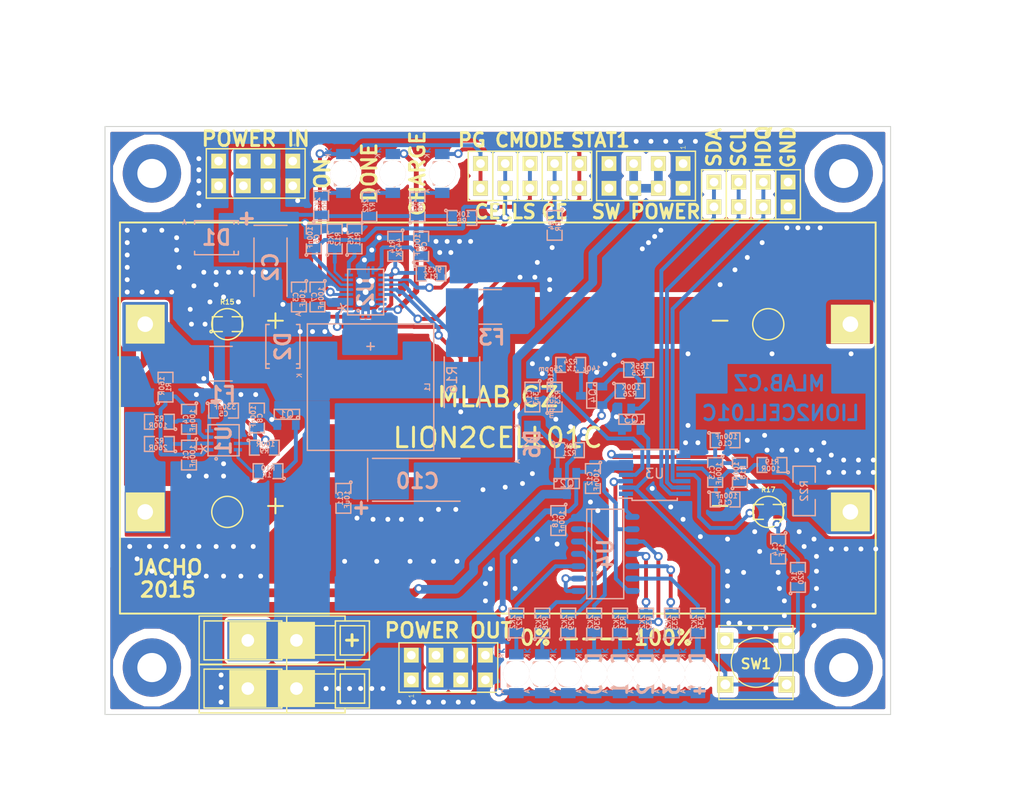
<source format=kicad_pcb>
(kicad_pcb (version 4) (host pcbnew "(2015-05-13 BZR 5653)-product")
  (layers (0 F.Cu signal) (31 B.Cu signal) (34 B.Paste user) (35 F.Paste user) (36 B.SilkS user) (37 F.SilkS user) (38 B.Mask user) (39 F.Mask user) (44 Edge.Cuts user))
  (net 0 "")
  (net 1 /BAT+)
  (net 2 "Net-(C1-Pad1)")
  (net 3 GND)
  (net 4 "Net-(C2-Pad1)")
  (net 5 "Net-(C4-Pad1)")
  (net 6 "Net-(C5-Pad1)")
  (net 7 /CMODE)
  (net 8 "Net-(C8-Pad1)")
  (net 9 "Net-(C9-Pad1)")
  (net 10 "Net-(C10-Pad1)")
  (net 11 /REGIN)
  (net 12 "Net-(C13-Pad1)")
  (net 13 "Net-(C13-Pad2)")
  (net 14 "Net-(C14-Pad1)")
  (net 15 "Net-(C17-Pad1)")
  (net 16 "Net-(D3-Pad1)")
  (net 17 /PG)
  (net 18 "Net-(D4-Pad1)")
  (net 19 "Net-(D4-Pad2)")
  (net 20 "Net-(D5-Pad1)")
  (net 21 /STAT1)
  (net 22 "Net-(D6-Pad2)")
  (net 23 "Net-(D7-Pad2)")
  (net 24 "Net-(D8-Pad2)")
  (net 25 "Net-(D9-Pad2)")
  (net 26 "Net-(D10-Pad2)")
  (net 27 "Net-(D11-Pad2)")
  (net 28 "Net-(D12-Pad2)")
  (net 29 "Net-(D13-Pad2)")
  (net 30 /CE)
  (net 31 /CELLS)
  (net 32 "Net-(L1-Pad1)")
  (net 33 "Net-(Q1-PadG)")
  (net 34 "Net-(Q3-PadD)")
  (net 35 "Net-(Q3-PadG)")
  (net 36 "Net-(Q4-PadD)")
  (net 37 "Net-(Q4-PadG)")
  (net 38 "Net-(R3-Pad1)")
  (net 39 "Net-(R10-Pad2)")
  (net 40 "Net-(R11-Pad1)")
  (net 41 "Net-(R12-Pad1)")
  (net 42 "Net-(R13-Pad1)")
  (net 43 "Net-(R17-Pad2)")
  (net 44 "Net-(R20-Pad1)")
  (net 45 "Net-(R27-Pad2)")
  (net 46 "Net-(R28-Pad2)")
  (net 47 "Net-(R29-Pad2)")
  (net 48 "Net-(R30-Pad2)")
  (net 49 "Net-(R31-Pad2)")
  (net 50 "Net-(R32-Pad2)")
  (net 51 "Net-(R33-Pad2)")
  (net 52 /P2)
  (net 53 /P1)
  (net 54 /BAT-MIDPOINT)
  (net 55 /BATTERY-)
  (net 56 /BATTERY+)
  (net 57 /SDA)
  (net 58 /SCL)
  (net 59 /HDQ)
  (net 60 "Net-(D14-Pad2)")
  (net 61 "Net-(R34-Pad2)")
  (net 62 "Net-(F3-Pad1)")
  (module Mlab_Batery:2LION (layer F.Cu) (at 40.64 -30.734)
    (fp_text reference BT1 hide)
    (fp_text value 2x18650_LION-RESCUE-LION2CELL01C hide)
    (fp_text user - (at 22.86 8.89) (layer F.SilkS) (effects (font (size 2 2) (thickness 0.2))))
    (fp_text user - (at 22.86 -10.16) (layer F.SilkS) (effects (font (size 2 2) (thickness 0.2))))
    (fp_text user + (at -22.86 8.89) (layer F.SilkS) (effects (font (size 2 2) (thickness 0.2))))
    (fp_text user + (at -22.86 -10.16) (layer F.SilkS) (effects (font (size 2 2) (thickness 0.2))))
    (pad 1 thru_hole rect (at -36.25 -9.65) (size 4 4) (drill 1.6) (layers *.Cu *.Mask F.SilkS) (net 1 /BAT+))
    (pad 2 thru_hole rect (at 36.25 -9.65) (size 4 4) (drill 1.6) (layers *.Cu *.Mask F.SilkS) (net 54 /BAT-MIDPOINT))
    (pad 3 thru_hole rect (at -36.25 9.65) (size 4 4) (drill 1.6) (layers *.Cu *.Mask F.SilkS) (net 54 /BAT-MIDPOINT))
    (pad 4 thru_hole rect (at 36.25 9.65) (size 4 4) (drill 1.6) (layers *.Cu *.Mask F.SilkS) (net 55 /BATTERY-))
  )
  (module Mlab_R:SMD-0805 (layer B.Cu) (at 8.89 -26.924 270)
    (fp_text reference C1 (at 0 0.3175 270) (layer B.SilkS) (effects (font (size 0.50038 0.50038) (thickness 0.10922)) (justify mirror)))
    (fp_text value 100nF (at 0.127 -0.381 270) (layer B.SilkS) (effects (font (size 0.50038 0.50038) (thickness 0.10922)) (justify mirror)))
    (pad 1 smd rect (at -0.9525 0 270) (size 0.889 1.397) (layers B.Cu B.Paste B.Mask) (net 2 "Net-(C1-Pad1)"))
    (pad 2 smd rect (at 0.9525 0 270) (size 0.889 1.397) (layers B.Cu B.Paste B.Mask) (net 3 GND))
  )
  (module Mlab_C:TantalC_SizeC_Reflow (layer B.Cu) (at 17.272 -46.24324 270)
    (fp_text reference C2 (at 0 0 270) (layer B.SilkS) (effects (font (thickness 0.3048)) (justify mirror)))
    (fp_text value 47uF hide)
    (fp_text user + (at -4.99872 2.55016 270) (layer B.SilkS) (effects (font (thickness 0.3048)) (justify mirror)))
    (pad 2 smd rect (at 2.52476 0 270) (size 2.55016 2.49936) (layers B.Cu B.Paste B.Mask) (net 3 GND))
    (pad 1 smd rect (at -2.52476 0 270) (size 2.55016 2.49936) (layers B.Cu B.Paste B.Mask) (net 4 "Net-(C2-Pad1)"))
  )
  (module Mlab_R:SMD-0805 (layer B.Cu) (at 20.193 -43.18 270)
    (fp_text reference C3 (at 0 0.3175 270) (layer B.SilkS) (effects (font (size 0.50038 0.50038) (thickness 0.10922)) (justify mirror)))
    (fp_text value 10uF (at 0.127 -0.381 270) (layer B.SilkS) (effects (font (size 0.50038 0.50038) (thickness 0.10922)) (justify mirror)))
    (pad 1 smd rect (at -0.9525 0 270) (size 0.889 1.397) (layers B.Cu B.Paste B.Mask) (net 4 "Net-(C2-Pad1)"))
    (pad 2 smd rect (at 0.9525 0 270) (size 0.889 1.397) (layers B.Cu B.Paste B.Mask) (net 3 GND))
  )
  (module Mlab_R:SMD-0805 (layer B.Cu) (at 8.89 -30.607 270)
    (fp_text reference C4 (at 0 0.3175 270) (layer B.SilkS) (effects (font (size 0.50038 0.50038) (thickness 0.10922)) (justify mirror)))
    (fp_text value 100nF (at 0.127 -0.381 270) (layer B.SilkS) (effects (font (size 0.50038 0.50038) (thickness 0.10922)) (justify mirror)))
    (pad 1 smd rect (at -0.9525 0 270) (size 0.889 1.397) (layers B.Cu B.Paste B.Mask) (net 5 "Net-(C4-Pad1)"))
    (pad 2 smd rect (at 0.9525 0 270) (size 0.889 1.397) (layers B.Cu B.Paste B.Mask) (net 2 "Net-(C1-Pad1)"))
  )
  (module Mlab_R:SMD-0805 (layer B.Cu) (at 12.446 -31.496)
    (fp_text reference C5 (at 0 0.3175) (layer B.SilkS) (effects (font (size 0.50038 0.50038) (thickness 0.10922)) (justify mirror)))
    (fp_text value 330nF (at 0.127 -0.381) (layer B.SilkS) (effects (font (size 0.50038 0.50038) (thickness 0.10922)) (justify mirror)))
    (pad 1 smd rect (at -0.9525 0) (size 0.889 1.397) (layers B.Cu B.Paste B.Mask) (net 6 "Net-(C5-Pad1)"))
    (pad 2 smd rect (at 0.9525 0) (size 0.889 1.397) (layers B.Cu B.Paste B.Mask) (net 3 GND))
  )
  (module Mlab_R:SMD-0805 (layer B.Cu) (at 21.717 -49.149 90)
    (fp_text reference C6 (at 0 0.3175 90) (layer B.SilkS) (effects (font (size 0.50038 0.50038) (thickness 0.10922)) (justify mirror)))
    (fp_text value 100nF (at 0.127 -0.381 90) (layer B.SilkS) (effects (font (size 0.50038 0.50038) (thickness 0.10922)) (justify mirror)))
    (pad 1 smd rect (at -0.9525 0 90) (size 0.889 1.397) (layers B.Cu B.Paste B.Mask) (net 7 /CMODE))
    (pad 2 smd rect (at 0.9525 0 90) (size 0.889 1.397) (layers B.Cu B.Paste B.Mask) (net 3 GND))
  )
  (module Mlab_R:SMD-0805 (layer B.Cu) (at 22.098 -43.18 270)
    (fp_text reference C7 (at 0 0.3175 270) (layer B.SilkS) (effects (font (size 0.50038 0.50038) (thickness 0.10922)) (justify mirror)))
    (fp_text value 100nF (at 0.127 -0.381 270) (layer B.SilkS) (effects (font (size 0.50038 0.50038) (thickness 0.10922)) (justify mirror)))
    (pad 1 smd rect (at -0.9525 0 270) (size 0.889 1.397) (layers B.Cu B.Paste B.Mask) (net 4 "Net-(C2-Pad1)"))
    (pad 2 smd rect (at 0.9525 0 270) (size 0.889 1.397) (layers B.Cu B.Paste B.Mask) (net 3 GND))
  )
  (module Mlab_R:SMD-0805 (layer B.Cu) (at 15.875 -30.734 90)
    (fp_text reference C8 (at 0 0.3175 90) (layer B.SilkS) (effects (font (size 0.50038 0.50038) (thickness 0.10922)) (justify mirror)))
    (fp_text value 100nF (at 0.127 -0.381 90) (layer B.SilkS) (effects (font (size 0.50038 0.50038) (thickness 0.10922)) (justify mirror)))
    (pad 1 smd rect (at -0.9525 0 90) (size 0.889 1.397) (layers B.Cu B.Paste B.Mask) (net 8 "Net-(C8-Pad1)"))
    (pad 2 smd rect (at 0.9525 0 90) (size 0.889 1.397) (layers B.Cu B.Paste B.Mask) (net 3 GND))
  )
  (module Mlab_R:SMD-0805 (layer B.Cu) (at 32.766 -48.387 90)
    (fp_text reference C9 (at 0 0.3175 90) (layer B.SilkS) (effects (font (size 0.50038 0.50038) (thickness 0.10922)) (justify mirror)))
    (fp_text value 100nF (at 0.127 -0.381 90) (layer B.SilkS) (effects (font (size 0.50038 0.50038) (thickness 0.10922)) (justify mirror)))
    (pad 1 smd rect (at -0.9525 0 90) (size 0.889 1.397) (layers B.Cu B.Paste B.Mask) (net 9 "Net-(C9-Pad1)"))
    (pad 2 smd rect (at 0.9525 0 90) (size 0.889 1.397) (layers B.Cu B.Paste B.Mask) (net 3 GND))
  )
  (module Mlab_R:SMD-0805 (layer B.Cu) (at 24.765 -22.479 270)
    (fp_text reference C11 (at 0 0.3175 270) (layer B.SilkS) (effects (font (size 0.50038 0.50038) (thickness 0.10922)) (justify mirror)))
    (fp_text value 10uF (at 0.127 -0.381 270) (layer B.SilkS) (effects (font (size 0.50038 0.50038) (thickness 0.10922)) (justify mirror)))
    (pad 1 smd rect (at -0.9525 0 270) (size 0.889 1.397) (layers B.Cu B.Paste B.Mask) (net 10 "Net-(C10-Pad1)"))
    (pad 2 smd rect (at 0.9525 0 270) (size 0.889 1.397) (layers B.Cu B.Paste B.Mask) (net 3 GND))
  )
  (module Mlab_R:SMD-0805 (layer B.Cu) (at 50.419 -24.511 270)
    (fp_text reference C12 (at 0 0.3175 270) (layer B.SilkS) (effects (font (size 0.50038 0.50038) (thickness 0.10922)) (justify mirror)))
    (fp_text value 100nF (at 0.127 -0.381 270) (layer B.SilkS) (effects (font (size 0.50038 0.50038) (thickness 0.10922)) (justify mirror)))
    (pad 1 smd rect (at -0.9525 0 270) (size 0.889 1.397) (layers B.Cu B.Paste B.Mask) (net 11 /REGIN))
    (pad 2 smd rect (at 0.9525 0 270) (size 0.889 1.397) (layers B.Cu B.Paste B.Mask) (net 3 GND))
  )
  (module Mlab_R:SMD-0805 (layer B.Cu) (at 62.992 -25.146 270)
    (fp_text reference C13 (at 0 0.3175 270) (layer B.SilkS) (effects (font (size 0.50038 0.50038) (thickness 0.10922)) (justify mirror)))
    (fp_text value 100nF (at 0.127 -0.381 270) (layer B.SilkS) (effects (font (size 0.50038 0.50038) (thickness 0.10922)) (justify mirror)))
    (pad 1 smd rect (at -0.9525 0 270) (size 0.889 1.397) (layers B.Cu B.Paste B.Mask) (net 12 "Net-(C13-Pad1)"))
    (pad 2 smd rect (at 0.9525 0 270) (size 0.889 1.397) (layers B.Cu B.Paste B.Mask) (net 13 "Net-(C13-Pad2)"))
  )
  (module Mlab_R:SMD-0805 (layer B.Cu) (at 69.469 -17.272 270)
    (fp_text reference C14 (at 0 0.3175 270) (layer B.SilkS) (effects (font (size 0.50038 0.50038) (thickness 0.10922)) (justify mirror)))
    (fp_text value 1uF (at 0.127 -0.381 270) (layer B.SilkS) (effects (font (size 0.50038 0.50038) (thickness 0.10922)) (justify mirror)))
    (pad 1 smd rect (at -0.9525 0 270) (size 0.889 1.397) (layers B.Cu B.Paste B.Mask) (net 14 "Net-(C14-Pad1)"))
    (pad 2 smd rect (at 0.9525 0 270) (size 0.889 1.397) (layers B.Cu B.Paste B.Mask) (net 3 GND))
  )
  (module Mlab_R:SMD-0805 (layer B.Cu) (at 64.008 -22.352)
    (fp_text reference C15 (at 0 0.3175) (layer B.SilkS) (effects (font (size 0.50038 0.50038) (thickness 0.10922)) (justify mirror)))
    (fp_text value 100nF (at 0.127 -0.381) (layer B.SilkS) (effects (font (size 0.50038 0.50038) (thickness 0.10922)) (justify mirror)))
    (pad 1 smd rect (at -0.9525 0) (size 0.889 1.397) (layers B.Cu B.Paste B.Mask) (net 13 "Net-(C13-Pad2)"))
    (pad 2 smd rect (at 0.9525 0) (size 0.889 1.397) (layers B.Cu B.Paste B.Mask) (net 3 GND))
  )
  (module Mlab_R:SMD-0805 (layer B.Cu) (at 64.008 -28.448)
    (fp_text reference C16 (at 0 0.3175) (layer B.SilkS) (effects (font (size 0.50038 0.50038) (thickness 0.10922)) (justify mirror)))
    (fp_text value 100nF (at 0.127 -0.381) (layer B.SilkS) (effects (font (size 0.50038 0.50038) (thickness 0.10922)) (justify mirror)))
    (pad 1 smd rect (at -0.9525 0) (size 0.889 1.397) (layers B.Cu B.Paste B.Mask) (net 12 "Net-(C13-Pad1)"))
    (pad 2 smd rect (at 0.9525 0) (size 0.889 1.397) (layers B.Cu B.Paste B.Mask) (net 3 GND))
  )
  (module Mlab_R:SMD-0805 (layer B.Cu) (at 44.196 -32.893 270)
    (fp_text reference C17 (at 0 0.3175 270) (layer B.SilkS) (effects (font (size 0.50038 0.50038) (thickness 0.10922)) (justify mirror)))
    (fp_text value 3n3 (at 0.127 -0.381 270) (layer B.SilkS) (effects (font (size 0.50038 0.50038) (thickness 0.10922)) (justify mirror)))
    (pad 1 smd rect (at -0.9525 0 270) (size 0.889 1.397) (layers B.Cu B.Paste B.Mask) (net 15 "Net-(C17-Pad1)"))
    (pad 2 smd rect (at 0.9525 0 270) (size 0.889 1.397) (layers B.Cu B.Paste B.Mask) (net 3 GND))
  )
  (module Mlab_R:SMD-0805 (layer B.Cu) (at 46.863 -20.193 270)
    (fp_text reference C18 (at 0 0.3175 270) (layer B.SilkS) (effects (font (size 0.50038 0.50038) (thickness 0.10922)) (justify mirror)))
    (fp_text value 100nF (at 0.127 -0.381 270) (layer B.SilkS) (effects (font (size 0.50038 0.50038) (thickness 0.10922)) (justify mirror)))
    (pad 1 smd rect (at -0.9525 0 270) (size 0.889 1.397) (layers B.Cu B.Paste B.Mask) (net 11 /REGIN))
    (pad 2 smd rect (at 0.9525 0 270) (size 0.889 1.397) (layers B.Cu B.Paste B.Mask) (net 3 GND))
  )
  (module Mlab_D:SMA_Standard (layer B.Cu) (at 11.71702 -49.276)
    (fp_text reference D1 (at 0 0) (layer B.SilkS) (effects (font (thickness 0.3048)) (justify mirror)))
    (fp_text value M4 hide)
    (fp_text user A (at -3.29946 -1.6002) (layer B.SilkS) (effects (font (size 0.50038 0.50038) (thickness 0.09906)) (justify mirror)))
    (fp_text user K (at 2.99974 -1.69926) (layer B.SilkS) (effects (font (size 0.50038 0.50038) (thickness 0.09906)) (justify mirror)))
    (pad 1 smd rect (at -1.99898 0) (size 2.49936 1.80086) (layers B.Cu B.Paste B.Mask) (net 3 GND))
    (pad 2 smd rect (at 1.99898 0) (size 2.49936 1.80086) (layers B.Cu B.Paste B.Mask) (net 4 "Net-(C2-Pad1)"))
  )
  (module Mlab_D:SMA_Standard (layer B.Cu) (at 18.542 -38.1 270)
    (fp_text reference D2 (at 0 0 270) (layer B.SilkS) (effects (font (thickness 0.3048)) (justify mirror)))
    (fp_text value M4 hide)
    (fp_text user A (at -3.29946 -1.6002 270) (layer B.SilkS) (effects (font (size 0.50038 0.50038) (thickness 0.09906)) (justify mirror)))
    (fp_text user K (at 2.99974 -1.69926 270) (layer B.SilkS) (effects (font (size 0.50038 0.50038) (thickness 0.09906)) (justify mirror)))
    (pad 1 smd rect (at -1.99898 0 270) (size 2.49936 1.80086) (layers B.Cu B.Paste B.Mask) (net 3 GND))
    (pad 2 smd rect (at 1.99898 0 270) (size 2.49936 1.80086) (layers B.Cu B.Paste B.Mask) (net 56 /BATTERY+))
  )
  (module Mlab_D:MiniMELF_Standard (layer B.Cu) (at 44.196 -28.067 90)
    (fp_text reference D6 (at 0 0 90) (layer B.SilkS) (effects (font (thickness 0.3048)) (justify mirror)))
    (fp_text value BZV55C-5,6V hide)
    (fp_text user A (at -1.80086 -1.5494 90) (layer B.SilkS) (effects (font (size 0.50038 0.50038) (thickness 0.09906)) (justify mirror)))
    (fp_text user K (at 1.80086 -1.5494 90) (layer B.SilkS) (effects (font (size 0.50038 0.50038) (thickness 0.09906)) (justify mirror)))
    (pad 1 smd rect (at -1.75006 0 90) (size 1.30048 1.69926) (layers B.Cu B.Paste B.Mask) (net 3 GND))
    (pad 2 smd rect (at 1.75006 0 90) (size 1.30048 1.69926) (layers B.Cu B.Paste B.Mask) (net 22 "Net-(D6-Pad2)"))
  )
  (module Mlab_Pin_Headers:Straight_2x04 (layer F.Cu) (at 15.748 -55.88 270)
    (fp_text reference J1 hide)
    (fp_text value JUMP_4X2 hide)
    (fp_text user 1 (at -2.921 -3.81 270) (layer F.SilkS) (effects (font (size 0.5 0.5) (thickness 0.05))))
    (pad 1 thru_hole rect (at -1.27 -3.81 270) (size 1.524 1.524) (drill 0.889) (layers *.Cu *.Mask F.SilkS) (net 3 GND))
    (pad 2 thru_hole rect (at 1.27 -3.81 270) (size 1.524 1.524) (drill 0.889) (layers *.Cu *.Mask F.SilkS) (net 3 GND))
    (pad 3 thru_hole rect (at -1.27 -1.27 270) (size 1.524 1.524) (drill 0.889) (layers *.Cu *.Mask F.SilkS) (net 4 "Net-(C2-Pad1)"))
    (pad 4 thru_hole rect (at 1.27 -1.27 270) (size 1.524 1.524) (drill 0.889) (layers *.Cu *.Mask F.SilkS) (net 4 "Net-(C2-Pad1)"))
    (pad 5 thru_hole rect (at -1.27 1.27 270) (size 1.524 1.524) (drill 0.889) (layers *.Cu *.Mask F.SilkS) (net 4 "Net-(C2-Pad1)"))
    (pad 6 thru_hole rect (at 1.27 1.27 270) (size 1.524 1.524) (drill 0.889) (layers *.Cu *.Mask F.SilkS) (net 4 "Net-(C2-Pad1)"))
    (pad 7 thru_hole rect (at -1.27 3.81 270) (size 1.524 1.524) (drill 0.889) (layers *.Cu *.Mask F.SilkS) (net 3 GND))
    (pad 8 thru_hole rect (at 1.27 3.81 270) (size 1.524 1.524) (drill 0.889) (layers *.Cu *.Mask F.SilkS) (net 3 GND))
  )
  (module Mlab_Pin_Headers:Straight_1x02 (layer F.Cu) (at 49.022 -55.626)
    (fp_text reference J2 hide)
    (fp_text value JUMP_2x1 hide)
    (pad 2 thru_hole rect (at 0 1.27) (size 1.524 1.524) (drill 0.889) (layers *.Cu *.Mask F.SilkS) (net 21 /STAT1))
    (pad 1 thru_hole rect (at 0 -1.27) (size 1.524 1.524) (drill 0.889) (layers *.Cu *.Mask F.SilkS) (net 21 /STAT1))
  )
  (module Mlab_Pin_Headers:Straight_1x02 (layer F.Cu) (at 38.862 -55.626 180)
    (fp_text reference J3 hide)
    (fp_text value JUMP_2x1 hide)
    (pad 2 thru_hole rect (at 0 1.27 180) (size 1.524 1.524) (drill 0.889) (layers *.Cu *.Mask F.SilkS) (net 17 /PG))
    (pad 1 thru_hole rect (at 0 -1.27 180) (size 1.524 1.524) (drill 0.889) (layers *.Cu *.Mask F.SilkS) (net 17 /PG))
  )
  (module Mlab_Pin_Headers:Straight_1x02 (layer F.Cu) (at 43.942 -55.626)
    (fp_text reference J4 hide)
    (fp_text value JUMP_2x1 hide)
    (pad 2 thru_hole rect (at 0 1.27) (size 1.524 1.524) (drill 0.889) (layers *.Cu *.Mask F.SilkS) (net 7 /CMODE))
    (pad 1 thru_hole rect (at 0 -1.27) (size 1.524 1.524) (drill 0.889) (layers *.Cu *.Mask F.SilkS) (net 7 /CMODE))
  )
  (module Mlab_Pin_Headers:Straight_1x02 (layer F.Cu) (at 46.482 -55.626)
    (fp_text reference J5 hide)
    (fp_text value JUMP_2x1 hide)
    (pad 2 thru_hole rect (at 0 1.27) (size 1.524 1.524) (drill 0.889) (layers *.Cu *.Mask F.SilkS) (net 30 /CE))
    (pad 1 thru_hole rect (at 0 -1.27) (size 1.524 1.524) (drill 0.889) (layers *.Cu *.Mask F.SilkS) (net 30 /CE))
  )
  (module Mlab_Pin_Headers:Straight_1x02 (layer F.Cu) (at 41.402 -55.626)
    (fp_text reference J6 hide)
    (fp_text value JUMP_2x1 hide)
    (pad 2 thru_hole rect (at 0 1.27) (size 1.524 1.524) (drill 0.889) (layers *.Cu *.Mask F.SilkS) (net 31 /CELLS))
    (pad 1 thru_hole rect (at 0 -1.27) (size 1.524 1.524) (drill 0.889) (layers *.Cu *.Mask F.SilkS) (net 31 /CELLS))
  )
  (module Mlab_Pin_Headers:Straight_2x04 (layer F.Cu) (at 35.56 -5.08 90)
    (fp_text reference J7 hide)
    (fp_text value JUMP_4X2 hide)
    (fp_text user 1 (at -2.921 -3.81 90) (layer F.SilkS) (effects (font (size 0.5 0.5) (thickness 0.05))))
    (pad 1 thru_hole rect (at -1.27 -3.81 90) (size 1.524 1.524) (drill 0.889) (layers *.Cu *.Mask F.SilkS) (net 3 GND))
    (pad 2 thru_hole rect (at 1.27 -3.81 90) (size 1.524 1.524) (drill 0.889) (layers *.Cu *.Mask F.SilkS) (net 3 GND))
    (pad 3 thru_hole rect (at -1.27 -1.27 90) (size 1.524 1.524) (drill 0.889) (layers *.Cu *.Mask F.SilkS) (net 56 /BATTERY+))
    (pad 4 thru_hole rect (at 1.27 -1.27 90) (size 1.524 1.524) (drill 0.889) (layers *.Cu *.Mask F.SilkS) (net 56 /BATTERY+))
    (pad 5 thru_hole rect (at -1.27 1.27 90) (size 1.524 1.524) (drill 0.889) (layers *.Cu *.Mask F.SilkS) (net 56 /BATTERY+))
    (pad 6 thru_hole rect (at 1.27 1.27 90) (size 1.524 1.524) (drill 0.889) (layers *.Cu *.Mask F.SilkS) (net 56 /BATTERY+))
    (pad 7 thru_hole rect (at -1.27 3.81 90) (size 1.524 1.524) (drill 0.889) (layers *.Cu *.Mask F.SilkS) (net 3 GND))
    (pad 8 thru_hole rect (at 1.27 3.81 90) (size 1.524 1.524) (drill 0.889) (layers *.Cu *.Mask F.SilkS) (net 3 GND))
  )
  (module Mlab_Con:WAGO256 (layer F.Cu) (at 17.399 -7.874)
    (fp_text reference J8 hide)
    (fp_text value CONN1_1 hide)
    (pad 1 thru_hole rect (at -2.46 0 90) (size 3.81 3.81) (drill 1.3) (layers *.Cu *.Mask F.SilkS) (net 56 /BATTERY+))
    (pad 1 thru_hole rect (at 2.54 0 90) (size 3.81 3.81) (drill 1.3) (layers *.Cu *.Mask F.SilkS) (net 56 /BATTERY+))
  )
  (module Mlab_Con:WAGO256 (layer F.Cu) (at 17.399 -2.921)
    (fp_text reference J9 hide)
    (fp_text value CONN1_1 hide)
    (pad 1 thru_hole rect (at -2.46 0 90) (size 3.81 3.81) (drill 1.3) (layers *.Cu *.Mask F.SilkS) (net 3 GND))
    (pad 1 thru_hole rect (at 2.54 0 90) (size 3.81 3.81) (drill 1.3) (layers *.Cu *.Mask F.SilkS) (net 3 GND))
  )
  (module Mlab_Pin_Headers:Straight_1x02 (layer F.Cu) (at 62.865 -53.721)
    (fp_text reference J10 hide)
    (fp_text value JUMP_2x1 hide)
    (pad 2 thru_hole rect (at 0 1.27) (size 1.524 1.524) (drill 0.889) (layers *.Cu *.Mask F.SilkS) (net 57 /SDA))
    (pad 1 thru_hole rect (at 0 -1.27) (size 1.524 1.524) (drill 0.889) (layers *.Cu *.Mask F.SilkS) (net 57 /SDA))
  )
  (module Mlab_Pin_Headers:Straight_1x02 (layer F.Cu) (at 65.405 -53.721)
    (fp_text reference J11 hide)
    (fp_text value JUMP_2x1 hide)
    (pad 2 thru_hole rect (at 0 1.27) (size 1.524 1.524) (drill 0.889) (layers *.Cu *.Mask F.SilkS) (net 58 /SCL))
    (pad 1 thru_hole rect (at 0 -1.27) (size 1.524 1.524) (drill 0.889) (layers *.Cu *.Mask F.SilkS) (net 58 /SCL))
  )
  (module Mlab_Pin_Headers:Straight_1x02 (layer F.Cu) (at 67.945 -53.721)
    (fp_text reference J12 hide)
    (fp_text value JUMP_2x1 hide)
    (pad 2 thru_hole rect (at 0 1.27) (size 1.524 1.524) (drill 0.889) (layers *.Cu *.Mask F.SilkS) (net 59 /HDQ))
    (pad 1 thru_hole rect (at 0 -1.27) (size 1.524 1.524) (drill 0.889) (layers *.Cu *.Mask F.SilkS) (net 59 /HDQ))
  )
  (module Mlab_Pin_Headers:Straight_2x04 (layer F.Cu) (at 55.88 -55.626 270)
    (fp_text reference J13 hide)
    (fp_text value JUMP_4X2 hide)
    (fp_text user 1 (at -2.921 -3.81 270) (layer F.SilkS) (effects (font (size 0.5 0.5) (thickness 0.05))))
    (pad 1 thru_hole rect (at -1.27 -3.81 270) (size 1.524 1.524) (drill 0.889) (layers *.Cu *.Mask F.SilkS) (net 3 GND))
    (pad 2 thru_hole rect (at 1.27 -3.81 270) (size 1.524 1.524) (drill 0.889) (layers *.Cu *.Mask F.SilkS) (net 3 GND))
    (pad 3 thru_hole rect (at -1.27 -1.27 270) (size 1.524 1.524) (drill 0.889) (layers *.Cu *.Mask F.SilkS) (net 10 "Net-(C10-Pad1)"))
    (pad 4 thru_hole rect (at 1.27 -1.27 270) (size 1.524 1.524) (drill 0.889) (layers *.Cu *.Mask F.SilkS) (net 10 "Net-(C10-Pad1)"))
    (pad 5 thru_hole rect (at -1.27 1.27 270) (size 1.524 1.524) (drill 0.889) (layers *.Cu *.Mask F.SilkS) (net 10 "Net-(C10-Pad1)"))
    (pad 6 thru_hole rect (at 1.27 1.27 270) (size 1.524 1.524) (drill 0.889) (layers *.Cu *.Mask F.SilkS) (net 10 "Net-(C10-Pad1)"))
    (pad 7 thru_hole rect (at -1.27 3.81 270) (size 1.524 1.524) (drill 0.889) (layers *.Cu *.Mask F.SilkS) (net 3 GND))
    (pad 8 thru_hole rect (at 1.27 3.81 270) (size 1.524 1.524) (drill 0.889) (layers *.Cu *.Mask F.SilkS) (net 3 GND))
  )
  (module Mlab_L:DE1205-10 (layer B.Cu) (at 27.559 -33.909 90)
    (fp_text reference L1 (at 0 5.842 90) (layer B.SilkS) (effects (font (size 0.50038 0.50038) (thickness 0.11938)) (justify mirror)))
    (fp_text value DE1205-10 hide)
    (pad 1 smd rect (at 5 0 90) (size 3 5.5) (layers B.Cu B.Paste B.Mask) (net 32 "Net-(L1-Pad1)"))
    (pad 2 smd rect (at -5 0 90) (size 3 5.5) (layers B.Cu B.Paste B.Mask) (net 10 "Net-(C10-Pad1)"))
  )
  (module Mlab_Mechanical:MountingHole_3mm (layer F.Cu) (at 76.2 -5.08)
    (fp_text reference P1 hide)
    (fp_text value _ hide)
    (pad 1 thru_hole circle (at 0 0) (size 6 6) (drill 3) (layers *.Cu *.Adhes *.Mask) (clearance 1))
  )
  (module Mlab_Mechanical:MountingHole_3mm (layer F.Cu) (at 5.08 -55.88)
    (fp_text reference P2 hide)
    (fp_text value _ hide)
    (pad 1 thru_hole circle (at 0 0) (size 6 6) (drill 3) (layers *.Cu *.Adhes *.Mask) (clearance 1))
  )
  (module Mlab_Mechanical:MountingHole_3mm (layer F.Cu) (at 5.08 -5.08)
    (fp_text reference P3 hide)
    (fp_text value _ hide)
    (pad 1 thru_hole circle (at 0 0) (size 6 6) (drill 3) (layers *.Cu *.Adhes *.Mask) (clearance 1))
  )
  (module Mlab_Mechanical:MountingHole_3mm (layer F.Cu) (at 76.2 -55.88)
    (fp_text reference P4 hide)
    (fp_text value _ hide)
    (pad 1 thru_hole circle (at 0 0) (size 6 6) (drill 3) (layers *.Cu *.Adhes *.Mask) (clearance 1))
  )
  (module Mlab_T:SOT-23 (layer B.Cu) (at 18.923 -31.115 180)
    (fp_text reference Q1 (at 0 0 180) (layer B.SilkS) (effects (font (size 0.762 0.762) (thickness 0.11938)) (justify mirror)))
    (fp_text value IRLML6244 hide)
    (pad D smd rect (at 0 1.09982 180) (size 0.8001 1.00076) (layers B.Cu B.Paste B.Mask) (net 56 /BATTERY+))
    (pad S smd rect (at 0.9525 -1.09982 180) (size 0.8001 1.00076) (layers B.Cu B.Paste B.Mask) (net 3 GND))
    (pad G smd rect (at -0.9525 -1.09982 180) (size 0.8001 1.00076) (layers B.Cu B.Paste B.Mask) (net 33 "Net-(Q1-PadG)"))
  )
  (module Mlab_T:SOT-23 (layer B.Cu) (at 47.752 -24.003)
    (fp_text reference Q2 (at 0 0) (layer B.SilkS) (effects (font (size 0.762 0.762) (thickness 0.11938)) (justify mirror)))
    (fp_text value MMBF170LT1G hide)
    (pad D smd rect (at 0 1.09982) (size 0.8001 1.00076) (layers B.Cu B.Paste B.Mask) (net 1 /BAT+))
    (pad S smd rect (at 0.9525 -1.09982) (size 0.8001 1.00076) (layers B.Cu B.Paste B.Mask) (net 11 /REGIN))
    (pad G smd rect (at -0.9525 -1.09982) (size 0.8001 1.00076) (layers B.Cu B.Paste B.Mask) (net 22 "Net-(D6-Pad2)"))
  )
  (module Mlab_T:SOT-23 (layer B.Cu) (at 54.356 -30.607 180)
    (fp_text reference Q3 (at 0 0 180) (layer B.SilkS) (effects (font (size 0.762 0.762) (thickness 0.11938)) (justify mirror)))
    (fp_text value MMBF170LT1G hide)
    (pad D smd rect (at 0 1.09982 180) (size 0.8001 1.00076) (layers B.Cu B.Paste B.Mask) (net 34 "Net-(Q3-PadD)"))
    (pad S smd rect (at 0.9525 -1.09982 180) (size 0.8001 1.00076) (layers B.Cu B.Paste B.Mask) (net 3 GND))
    (pad G smd rect (at -0.9525 -1.09982 180) (size 0.8001 1.00076) (layers B.Cu B.Paste B.Mask) (net 35 "Net-(Q3-PadG)"))
  )
  (module Mlab_T:SOT-23 (layer B.Cu) (at 50.292 -33.02 270)
    (fp_text reference Q4 (at 0 -0.127 270) (layer B.SilkS) (effects (font (size 0.762 0.762) (thickness 0.11938)) (justify mirror)))
    (fp_text value BSS83P hide)
    (pad D smd rect (at 0 1.09982 270) (size 0.8001 1.00076) (layers B.Cu B.Paste B.Mask) (net 36 "Net-(Q4-PadD)"))
    (pad S smd rect (at 0.9525 -1.09982 270) (size 0.8001 1.00076) (layers B.Cu B.Paste B.Mask) (net 1 /BAT+))
    (pad G smd rect (at -0.9525 -1.09982 270) (size 0.8001 1.00076) (layers B.Cu B.Paste B.Mask) (net 37 "Net-(Q4-PadG)"))
  )
  (module Mlab_R:SMD-0805 (layer B.Cu) (at 6.477 -33.909 90)
    (fp_text reference R1 (at 0 0.3175 90) (layer B.SilkS) (effects (font (size 0.50038 0.50038) (thickness 0.10922)) (justify mirror)))
    (fp_text value 160R (at 0.127 -0.381 90) (layer B.SilkS) (effects (font (size 0.50038 0.50038) (thickness 0.10922)) (justify mirror)))
    (pad 1 smd rect (at -0.9525 0 90) (size 0.889 1.397) (layers B.Cu B.Paste B.Mask) (net 5 "Net-(C4-Pad1)"))
    (pad 2 smd rect (at 0.9525 0 90) (size 0.889 1.397) (layers B.Cu B.Paste B.Mask) (net 1 /BAT+))
  )
  (module Mlab_R:SMD-0805 (layer B.Cu) (at 5.842 -28.067 180)
    (fp_text reference R2 (at 0 0.3175 180) (layer B.SilkS) (effects (font (size 0.50038 0.50038) (thickness 0.10922)) (justify mirror)))
    (fp_text value 260R (at 0.127 -0.381 180) (layer B.SilkS) (effects (font (size 0.50038 0.50038) (thickness 0.10922)) (justify mirror)))
    (pad 1 smd rect (at -0.9525 0 180) (size 0.889 1.397) (layers B.Cu B.Paste B.Mask) (net 2 "Net-(C1-Pad1)"))
    (pad 2 smd rect (at 0.9525 0 180) (size 0.889 1.397) (layers B.Cu B.Paste B.Mask) (net 54 /BAT-MIDPOINT))
  )
  (module Mlab_R:SMD-0805 (layer B.Cu) (at 5.842 -30.353 180)
    (fp_text reference R3 (at 0 0.3175 180) (layer B.SilkS) (effects (font (size 0.50038 0.50038) (thickness 0.10922)) (justify mirror)))
    (fp_text value 100R (at 0.127 -0.381 180) (layer B.SilkS) (effects (font (size 0.50038 0.50038) (thickness 0.10922)) (justify mirror)))
    (pad 1 smd rect (at -0.9525 0 180) (size 0.889 1.397) (layers B.Cu B.Paste B.Mask) (net 38 "Net-(R3-Pad1)"))
    (pad 2 smd rect (at 0.9525 0 180) (size 0.889 1.397) (layers B.Cu B.Paste B.Mask) (net 54 /BAT-MIDPOINT))
  )
  (module Mlab_R:SMD-0805 (layer B.Cu) (at 46.482 -50.546 270)
    (fp_text reference R4 (at 0 0.3175 270) (layer B.SilkS) (effects (font (size 0.50038 0.50038) (thickness 0.10922)) (justify mirror)))
    (fp_text value 0R (at 0.127 -0.381 270) (layer B.SilkS) (effects (font (size 0.50038 0.50038) (thickness 0.10922)) (justify mirror)))
    (pad 1 smd rect (at -0.9525 0 270) (size 0.889 1.397) (layers B.Cu B.Paste B.Mask) (net 30 /CE))
    (pad 2 smd rect (at 0.9525 0 270) (size 0.889 1.397) (layers B.Cu B.Paste B.Mask) (net 3 GND))
  )
  (module Mlab_R:SMD-0805 (layer B.Cu) (at 36.957 -51.308)
    (fp_text reference R5 (at 0 0.3175) (layer B.SilkS) (effects (font (size 0.50038 0.50038) (thickness 0.10922)) (justify mirror)))
    (fp_text value 10K (at 0.127 -0.381) (layer B.SilkS) (effects (font (size 0.50038 0.50038) (thickness 0.10922)) (justify mirror)))
    (pad 1 smd rect (at -0.9525 0) (size 0.889 1.397) (layers B.Cu B.Paste B.Mask) (net 4 "Net-(C2-Pad1)"))
    (pad 2 smd rect (at 0.9525 0) (size 0.889 1.397) (layers B.Cu B.Paste B.Mask) (net 31 /CELLS))
  )
  (module Mlab_R:SMD-0805 (layer B.Cu) (at 22.479 -52.578 90)
    (fp_text reference R6 (at 0 0.3175 90) (layer B.SilkS) (effects (font (size 0.50038 0.50038) (thickness 0.10922)) (justify mirror)))
    (fp_text value 2K2 (at 0.127 -0.381 90) (layer B.SilkS) (effects (font (size 0.50038 0.50038) (thickness 0.10922)) (justify mirror)))
    (pad 1 smd rect (at -0.9525 0 90) (size 0.889 1.397) (layers B.Cu B.Paste B.Mask) (net 4 "Net-(C2-Pad1)"))
    (pad 2 smd rect (at 0.9525 0 90) (size 0.889 1.397) (layers B.Cu B.Paste B.Mask) (net 16 "Net-(D3-Pad1)"))
  )
  (module Mlab_R:SMD-0805 (layer B.Cu) (at 27.432 -52.451 90)
    (fp_text reference R7 (at 0 0.3175 90) (layer B.SilkS) (effects (font (size 0.50038 0.50038) (thickness 0.10922)) (justify mirror)))
    (fp_text value 2K2 (at 0.127 -0.381 90) (layer B.SilkS) (effects (font (size 0.50038 0.50038) (thickness 0.10922)) (justify mirror)))
    (pad 1 smd rect (at -0.9525 0 90) (size 0.889 1.397) (layers B.Cu B.Paste B.Mask) (net 4 "Net-(C2-Pad1)"))
    (pad 2 smd rect (at 0.9525 0 90) (size 0.889 1.397) (layers B.Cu B.Paste B.Mask) (net 18 "Net-(D4-Pad1)"))
  )
  (module Mlab_R:SMD-0805 (layer B.Cu) (at 32.385 -52.451 90)
    (fp_text reference R8 (at 0 0.3175 90) (layer B.SilkS) (effects (font (size 0.50038 0.50038) (thickness 0.10922)) (justify mirror)))
    (fp_text value 2K2 (at 0.127 -0.381 90) (layer B.SilkS) (effects (font (size 0.50038 0.50038) (thickness 0.10922)) (justify mirror)))
    (pad 1 smd rect (at -0.9525 0 90) (size 0.889 1.397) (layers B.Cu B.Paste B.Mask) (net 4 "Net-(C2-Pad1)"))
    (pad 2 smd rect (at 0.9525 0 90) (size 0.889 1.397) (layers B.Cu B.Paste B.Mask) (net 20 "Net-(D5-Pad1)"))
  )
  (module Mlab_R:SMD-0805 (layer B.Cu) (at 16.637 -27.686)
    (fp_text reference R9 (at 0 0.3175) (layer B.SilkS) (effects (font (size 0.50038 0.50038) (thickness 0.10922)) (justify mirror)))
    (fp_text value 100R (at 0.127 -0.381) (layer B.SilkS) (effects (font (size 0.50038 0.50038) (thickness 0.10922)) (justify mirror)))
    (pad 1 smd rect (at -0.9525 0) (size 0.889 1.397) (layers B.Cu B.Paste B.Mask) (net 8 "Net-(C8-Pad1)"))
    (pad 2 smd rect (at 0.9525 0) (size 0.889 1.397) (layers B.Cu B.Paste B.Mask) (net 1 /BAT+))
  )
  (module Mlab_R:SMD-0805 (layer B.Cu) (at 17.018 -25.273 180)
    (fp_text reference R10 (at 0 0.3175 180) (layer B.SilkS) (effects (font (size 0.50038 0.50038) (thickness 0.10922)) (justify mirror)))
    (fp_text value 1K (at 0.127 -0.381 180) (layer B.SilkS) (effects (font (size 0.50038 0.50038) (thickness 0.10922)) (justify mirror)))
    (pad 1 smd rect (at -0.9525 0 180) (size 0.889 1.397) (layers B.Cu B.Paste B.Mask) (net 33 "Net-(Q1-PadG)"))
    (pad 2 smd rect (at 0.9525 0 180) (size 0.889 1.397) (layers B.Cu B.Paste B.Mask) (net 39 "Net-(R10-Pad2)"))
  )
  (module Mlab_R:SMD-0805 (layer B.Cu) (at 25.908 -49.149 90)
    (fp_text reference R11 (at 0 0.3175 90) (layer B.SilkS) (effects (font (size 0.50038 0.50038) (thickness 0.10922)) (justify mirror)))
    (fp_text value 7K5 (at 0.127 -0.381 90) (layer B.SilkS) (effects (font (size 0.50038 0.50038) (thickness 0.10922)) (justify mirror)))
    (pad 1 smd rect (at -0.9525 0 90) (size 0.889 1.397) (layers B.Cu B.Paste B.Mask) (net 40 "Net-(R11-Pad1)"))
    (pad 2 smd rect (at 0.9525 0 90) (size 0.889 1.397) (layers B.Cu B.Paste B.Mask) (net 3 GND))
  )
  (module Mlab_R:SMD-0805 (layer B.Cu) (at 23.876 -49.149 90)
    (fp_text reference R12 (at 0 0.3175 90) (layer B.SilkS) (effects (font (size 0.50038 0.50038) (thickness 0.10922)) (justify mirror)))
    (fp_text value 7K5 (at 0.127 -0.381 90) (layer B.SilkS) (effects (font (size 0.50038 0.50038) (thickness 0.10922)) (justify mirror)))
    (pad 1 smd rect (at -0.9525 0 90) (size 0.889 1.397) (layers B.Cu B.Paste B.Mask) (net 41 "Net-(R12-Pad1)"))
    (pad 2 smd rect (at 0.9525 0 90) (size 0.889 1.397) (layers B.Cu B.Paste B.Mask) (net 3 GND))
  )
  (module Mlab_R:SMD-0805 (layer B.Cu) (at 33.782 -45.593)
    (fp_text reference R13 (at 0 0.3175) (layer B.SilkS) (effects (font (size 0.50038 0.50038) (thickness 0.10922)) (justify mirror)))
    (fp_text value 9K31 (at 0.127 -0.381) (layer B.SilkS) (effects (font (size 0.50038 0.50038) (thickness 0.10922)) (justify mirror)))
    (pad 1 smd rect (at -0.9525 0) (size 0.889 1.397) (layers B.Cu B.Paste B.Mask) (net 42 "Net-(R13-Pad1)"))
    (pad 2 smd rect (at 0.9525 0) (size 0.889 1.397) (layers B.Cu B.Paste B.Mask) (net 9 "Net-(C9-Pad1)"))
  )
  (module Mlab_R:SMD-0805 (layer B.Cu) (at 30.099 -48.387 270)
    (fp_text reference R14 (at 0 0.3175 270) (layer B.SilkS) (effects (font (size 0.50038 0.50038) (thickness 0.10922)) (justify mirror)))
    (fp_text value 442K (at 0.127 -0.381 270) (layer B.SilkS) (effects (font (size 0.50038 0.50038) (thickness 0.10922)) (justify mirror)))
    (pad 1 smd rect (at -0.9525 0 270) (size 0.889 1.397) (layers B.Cu B.Paste B.Mask) (net 3 GND))
    (pad 2 smd rect (at 0.9525 0 270) (size 0.889 1.397) (layers B.Cu B.Paste B.Mask) (net 42 "Net-(R13-Pad1)"))
  )
  (module Mlab_R:SMD-0805 (layer F.Cu) (at 12.827 -40.386)
    (fp_text reference R15 (at 0 -2.286) (layer F.SilkS) (effects (font (size 0.50038 0.50038) (thickness 0.10922))))
    (fp_text value NCP21XV103J03RA hide)
    (pad 1 smd rect (at -0.9525 0) (size 0.889 1.397) (layers F.Cu F.Paste F.Mask) (net 3 GND))
    (pad 2 smd rect (at 0.9525 0) (size 0.889 1.397) (layers F.Cu F.Paste F.Mask) (net 42 "Net-(R13-Pad1)"))
  )
  (module Resistors_SMD:R_2512 (layer B.Cu) (at 36.957 -34.417 270)
    (fp_text reference R16 (at -0.254 1.016 270) (layer B.SilkS) (effects (justify mirror)))
    (fp_text value 0R1)
    (pad 1 smd rect (at -3.1 0 270) (size 1 3.2) (layers B.Cu B.Paste B.Mask) (net 62 "Net-(F3-Pad1)"))
    (pad 2 smd rect (at 3.1 0 270) (size 1 3.2) (layers B.Cu B.Paste B.Mask) (net 10 "Net-(C10-Pad1)"))
  )
  (module Mlab_R:SMD-0805 (layer F.Cu) (at 68.453 -21.082 180)
    (fp_text reference R17 (at 0 2.286 180) (layer F.SilkS) (effects (font (size 0.50038 0.50038) (thickness 0.10922))))
    (fp_text value "10K NTC" hide)
    (pad 1 smd rect (at -0.9525 0 180) (size 0.889 1.397) (layers F.Cu F.Paste F.Mask) (net 14 "Net-(C14-Pad1)"))
    (pad 2 smd rect (at 0.9525 0 180) (size 0.889 1.397) (layers F.Cu F.Paste F.Mask) (net 43 "Net-(R17-Pad2)"))
  )
  (module Mlab_R:SMD-0805 (layer B.Cu) (at 65.532 -25.146 90)
    (fp_text reference R18 (at 0 0.3175 90) (layer B.SilkS) (effects (font (size 0.50038 0.50038) (thickness 0.10922)) (justify mirror)))
    (fp_text value 100R (at 0.127 -0.381 90) (layer B.SilkS) (effects (font (size 0.50038 0.50038) (thickness 0.10922)) (justify mirror)))
    (pad 1 smd rect (at -0.9525 0 90) (size 0.889 1.397) (layers B.Cu B.Paste B.Mask) (net 55 /BATTERY-))
    (pad 2 smd rect (at 0.9525 0 90) (size 0.889 1.397) (layers B.Cu B.Paste B.Mask) (net 12 "Net-(C13-Pad1)"))
  )
  (module Mlab_R:SMD-0805 (layer B.Cu) (at 68.834 -25.908 180)
    (fp_text reference R19 (at 0 0.3175 180) (layer B.SilkS) (effects (font (size 0.50038 0.50038) (thickness 0.10922)) (justify mirror)))
    (fp_text value 100R (at 0.127 -0.381 180) (layer B.SilkS) (effects (font (size 0.50038 0.50038) (thickness 0.10922)) (justify mirror)))
    (pad 1 smd rect (at -0.9525 0 180) (size 0.889 1.397) (layers B.Cu B.Paste B.Mask) (net 3 GND))
    (pad 2 smd rect (at 0.9525 0 180) (size 0.889 1.397) (layers B.Cu B.Paste B.Mask) (net 13 "Net-(C13-Pad2)"))
  )
  (module Mlab_R:SMD-0805 (layer B.Cu) (at 71.501 -14.351 90)
    (fp_text reference R20 (at 0 0.3175 90) (layer B.SilkS) (effects (font (size 0.50038 0.50038) (thickness 0.10922)) (justify mirror)))
    (fp_text value 1K (at 0.127 -0.381 90) (layer B.SilkS) (effects (font (size 0.50038 0.50038) (thickness 0.10922)) (justify mirror)))
    (pad 1 smd rect (at -0.9525 0 90) (size 0.889 1.397) (layers B.Cu B.Paste B.Mask) (net 44 "Net-(R20-Pad1)"))
    (pad 2 smd rect (at 0.9525 0 90) (size 0.889 1.397) (layers B.Cu B.Paste B.Mask) (net 14 "Net-(C14-Pad1)"))
  )
  (module Mlab_R:SMD-0805 (layer B.Cu) (at 48.006 -27.432)
    (fp_text reference R21 (at 0 0.3175) (layer B.SilkS) (effects (font (size 0.50038 0.50038) (thickness 0.10922)) (justify mirror)))
    (fp_text value 10K (at 0.127 -0.381) (layer B.SilkS) (effects (font (size 0.50038 0.50038) (thickness 0.10922)) (justify mirror)))
    (pad 1 smd rect (at -0.9525 0) (size 0.889 1.397) (layers B.Cu B.Paste B.Mask) (net 22 "Net-(D6-Pad2)"))
    (pad 2 smd rect (at 0.9525 0) (size 0.889 1.397) (layers B.Cu B.Paste B.Mask) (net 1 /BAT+))
  )
  (module Mlab_R:SMD-1206 (layer B.Cu) (at 72.136 -23.241 90)
    (fp_text reference R22 (at 0 0 90) (layer B.SilkS) (effects (font (size 0.762 0.762) (thickness 0.127)) (justify mirror)))
    (fp_text value "0R01 75PPM" hide)
    (pad 1 smd rect (at -1.651 0 90) (size 1.524 2.032) (layers B.Cu B.Paste B.Mask) (net 55 /BATTERY-))
    (pad 2 smd rect (at 1.651 0 90) (size 1.524 2.032) (layers B.Cu B.Paste B.Mask) (net 3 GND))
  )
  (module Mlab_R:SMD-0805 (layer B.Cu) (at 46.482 -32.893 90)
    (fp_text reference R23 (at 0 0.3175 90) (layer B.SilkS) (effects (font (size 0.50038 0.50038) (thickness 0.10922)) (justify mirror)))
    (fp_text value "16k5 25ppm" (at 0.127 -0.381 90) (layer B.SilkS) (effects (font (size 0.50038 0.50038) (thickness 0.10922)) (justify mirror)))
    (pad 1 smd rect (at -0.9525 0 90) (size 0.889 1.397) (layers B.Cu B.Paste B.Mask) (net 3 GND))
    (pad 2 smd rect (at 0.9525 0 90) (size 0.889 1.397) (layers B.Cu B.Paste B.Mask) (net 15 "Net-(C17-Pad1)"))
  )
  (module Mlab_R:SMD-0805 (layer B.Cu) (at 48.133 -36.195 180)
    (fp_text reference R24 (at 0 0.3175 180) (layer B.SilkS) (effects (font (size 0.50038 0.50038) (thickness 0.10922)) (justify mirror)))
    (fp_text value "140k .1% 25ppm" (at 0.127 -0.381 180) (layer B.SilkS) (effects (font (size 0.50038 0.50038) (thickness 0.10922)) (justify mirror)))
    (pad 1 smd rect (at -0.9525 0 180) (size 0.889 1.397) (layers B.Cu B.Paste B.Mask) (net 36 "Net-(Q4-PadD)"))
    (pad 2 smd rect (at 0.9525 0 180) (size 0.889 1.397) (layers B.Cu B.Paste B.Mask) (net 15 "Net-(C17-Pad1)"))
  )
  (module Mlab_R:SMD-0805 (layer B.Cu) (at 55.118 -35.687)
    (fp_text reference R25 (at 0 0.3175) (layer B.SilkS) (effects (font (size 0.50038 0.50038) (thickness 0.10922)) (justify mirror)))
    (fp_text value 165K (at 0.127 -0.381) (layer B.SilkS) (effects (font (size 0.50038 0.50038) (thickness 0.10922)) (justify mirror)))
    (pad 1 smd rect (at -0.9525 0) (size 0.889 1.397) (layers B.Cu B.Paste B.Mask) (net 37 "Net-(Q4-PadG)"))
    (pad 2 smd rect (at 0.9525 0) (size 0.889 1.397) (layers B.Cu B.Paste B.Mask) (net 34 "Net-(Q3-PadD)"))
  )
  (module Mlab_R:SMD-0805 (layer B.Cu) (at 54.229 -33.528)
    (fp_text reference R26 (at 0 0.3175) (layer B.SilkS) (effects (font (size 0.50038 0.50038) (thickness 0.10922)) (justify mirror)))
    (fp_text value 100K (at 0.127 -0.381) (layer B.SilkS) (effects (font (size 0.50038 0.50038) (thickness 0.10922)) (justify mirror)))
    (pad 1 smd rect (at -0.9525 0) (size 0.889 1.397) (layers B.Cu B.Paste B.Mask) (net 1 /BAT+))
    (pad 2 smd rect (at 0.9525 0) (size 0.889 1.397) (layers B.Cu B.Paste B.Mask) (net 37 "Net-(Q4-PadG)"))
  )
  (module Mlab_R:SMD-0805 (layer B.Cu) (at 42.545 -9.652 90)
    (fp_text reference R27 (at 0 0.3175 90) (layer B.SilkS) (effects (font (size 0.50038 0.50038) (thickness 0.10922)) (justify mirror)))
    (fp_text value 2K2 (at 0.127 -0.381 90) (layer B.SilkS) (effects (font (size 0.50038 0.50038) (thickness 0.10922)) (justify mirror)))
    (pad 1 smd rect (at -0.9525 0 90) (size 0.889 1.397) (layers B.Cu B.Paste B.Mask) (net 23 "Net-(D7-Pad2)"))
    (pad 2 smd rect (at 0.9525 0 90) (size 0.889 1.397) (layers B.Cu B.Paste B.Mask) (net 45 "Net-(R27-Pad2)"))
  )
  (module Mlab_R:SMD-0805 (layer B.Cu) (at 45.212 -9.652 90)
    (fp_text reference R28 (at 0 0.3175 90) (layer B.SilkS) (effects (font (size 0.50038 0.50038) (thickness 0.10922)) (justify mirror)))
    (fp_text value 2K2 (at 0.127 -0.381 90) (layer B.SilkS) (effects (font (size 0.50038 0.50038) (thickness 0.10922)) (justify mirror)))
    (pad 1 smd rect (at -0.9525 0 90) (size 0.889 1.397) (layers B.Cu B.Paste B.Mask) (net 24 "Net-(D8-Pad2)"))
    (pad 2 smd rect (at 0.9525 0 90) (size 0.889 1.397) (layers B.Cu B.Paste B.Mask) (net 46 "Net-(R28-Pad2)"))
  )
  (module Mlab_R:SMD-0805 (layer B.Cu) (at 47.879 -9.652 90)
    (fp_text reference R29 (at 0 0.3175 90) (layer B.SilkS) (effects (font (size 0.50038 0.50038) (thickness 0.10922)) (justify mirror)))
    (fp_text value 2K2 (at 0.127 -0.381 90) (layer B.SilkS) (effects (font (size 0.50038 0.50038) (thickness 0.10922)) (justify mirror)))
    (pad 1 smd rect (at -0.9525 0 90) (size 0.889 1.397) (layers B.Cu B.Paste B.Mask) (net 25 "Net-(D9-Pad2)"))
    (pad 2 smd rect (at 0.9525 0 90) (size 0.889 1.397) (layers B.Cu B.Paste B.Mask) (net 47 "Net-(R29-Pad2)"))
  )
  (module Mlab_R:SMD-0805 (layer B.Cu) (at 50.546 -9.652 90)
    (fp_text reference R30 (at 0 0.3175 90) (layer B.SilkS) (effects (font (size 0.50038 0.50038) (thickness 0.10922)) (justify mirror)))
    (fp_text value 2K2 (at 0.127 -0.381 90) (layer B.SilkS) (effects (font (size 0.50038 0.50038) (thickness 0.10922)) (justify mirror)))
    (pad 1 smd rect (at -0.9525 0 90) (size 0.889 1.397) (layers B.Cu B.Paste B.Mask) (net 26 "Net-(D10-Pad2)"))
    (pad 2 smd rect (at 0.9525 0 90) (size 0.889 1.397) (layers B.Cu B.Paste B.Mask) (net 48 "Net-(R30-Pad2)"))
  )
  (module Mlab_R:SMD-0805 (layer B.Cu) (at 53.213 -9.652 90)
    (fp_text reference R31 (at 0 0.3175 90) (layer B.SilkS) (effects (font (size 0.50038 0.50038) (thickness 0.10922)) (justify mirror)))
    (fp_text value 2K2 (at 0.127 -0.381 90) (layer B.SilkS) (effects (font (size 0.50038 0.50038) (thickness 0.10922)) (justify mirror)))
    (pad 1 smd rect (at -0.9525 0 90) (size 0.889 1.397) (layers B.Cu B.Paste B.Mask) (net 27 "Net-(D11-Pad2)"))
    (pad 2 smd rect (at 0.9525 0 90) (size 0.889 1.397) (layers B.Cu B.Paste B.Mask) (net 49 "Net-(R31-Pad2)"))
  )
  (module Mlab_R:SMD-0805 (layer B.Cu) (at 55.88 -9.652 90)
    (fp_text reference R32 (at 0 0.3175 90) (layer B.SilkS) (effects (font (size 0.50038 0.50038) (thickness 0.10922)) (justify mirror)))
    (fp_text value 2K2 (at 0.127 -0.381 90) (layer B.SilkS) (effects (font (size 0.50038 0.50038) (thickness 0.10922)) (justify mirror)))
    (pad 1 smd rect (at -0.9525 0 90) (size 0.889 1.397) (layers B.Cu B.Paste B.Mask) (net 28 "Net-(D12-Pad2)"))
    (pad 2 smd rect (at 0.9525 0 90) (size 0.889 1.397) (layers B.Cu B.Paste B.Mask) (net 50 "Net-(R32-Pad2)"))
  )
  (module Mlab_R:SMD-0805 (layer B.Cu) (at 58.547 -9.652 90)
    (fp_text reference R33 (at 0 0.3175 90) (layer B.SilkS) (effects (font (size 0.50038 0.50038) (thickness 0.10922)) (justify mirror)))
    (fp_text value 2K2 (at 0.127 -0.381 90) (layer B.SilkS) (effects (font (size 0.50038 0.50038) (thickness 0.10922)) (justify mirror)))
    (pad 1 smd rect (at -0.9525 0 90) (size 0.889 1.397) (layers B.Cu B.Paste B.Mask) (net 29 "Net-(D13-Pad2)"))
    (pad 2 smd rect (at 0.9525 0 90) (size 0.889 1.397) (layers B.Cu B.Paste B.Mask) (net 51 "Net-(R33-Pad2)"))
  )
  (module Mlab_IO:SO-14 (layer B.Cu) (at 51.689 -16.764 90)
    (fp_text reference U4 (at 0 0 90) (layer B.SilkS) (effects (font (thickness 0.3048)) (justify mirror)))
    (fp_text value SN74HC164D hide)
    (pad 1 smd oval (at -3.81 -2.794 90) (size 0.6096 1.4732) (layers B.Cu B.Paste B.Mask) (net 53 /P1))
    (pad 2 smd oval (at -2.54 -2.794 90) (size 0.6096 1.4732) (layers B.Cu B.Paste B.Mask) (net 53 /P1))
    (pad 3 smd oval (at -1.27 -2.794 90) (size 0.6096 1.4732) (layers B.Cu B.Paste B.Mask) (net 45 "Net-(R27-Pad2)"))
    (pad 4 smd oval (at 0 -2.794 90) (size 0.6096 1.4732) (layers B.Cu B.Paste B.Mask) (net 46 "Net-(R28-Pad2)"))
    (pad 11 smd oval (at 0 2.794 90) (size 0.6096 1.4732) (layers B.Cu B.Paste B.Mask) (net 50 "Net-(R32-Pad2)"))
    (pad 12 smd oval (at -1.27 2.794 90) (size 0.6096 1.4732) (layers B.Cu B.Paste B.Mask) (net 51 "Net-(R33-Pad2)"))
    (pad 13 smd oval (at -2.54 2.794 90) (size 0.6096 1.4732) (layers B.Cu B.Paste B.Mask) (net 61 "Net-(R34-Pad2)"))
    (pad 14 smd oval (at -3.81 2.794 90) (size 0.6096 1.4732) (layers B.Cu B.Paste B.Mask) (net 11 /REGIN))
    (pad 5 smd oval (at 1.27 -2.794 90) (size 0.6096 1.4732) (layers B.Cu B.Paste B.Mask) (net 47 "Net-(R29-Pad2)"))
    (pad 6 smd oval (at 2.54 -2.794 90) (size 0.6096 1.4732) (layers B.Cu B.Paste B.Mask) (net 48 "Net-(R30-Pad2)"))
    (pad 7 smd oval (at 3.81 -2.794 90) (size 0.6096 1.4732) (layers B.Cu B.Paste B.Mask) (net 3 GND))
    (pad 10 smd oval (at 1.27 2.794 90) (size 0.6096 1.4732) (layers B.Cu B.Paste B.Mask) (net 49 "Net-(R31-Pad2)"))
    (pad 9 smd oval (at 2.54 2.794 90) (size 0.6096 1.4732) (layers B.Cu B.Paste B.Mask) (net 11 /REGIN))
    (pad 8 smd oval (at 3.81 2.794 90) (size 0.6096 1.4732) (layers B.Cu B.Paste B.Mask) (net 52 /P2))
  )
  (module Mlab_SW:SW_PUSH_SMALL (layer F.Cu) (at 67.183 -5.588)
    (fp_text reference SW1 (at 0 0.127) (layer F.SilkS) (effects (font (size 1.016 1.016) (thickness 0.2032))))
    (fp_text value SW_PUSH hide)
    (pad 1 thru_hole rect (at 3.15 -2.25) (size 1.6764 1.6764) (drill 1) (layers *.Cu *.Mask F.SilkS) (net 44 "Net-(R20-Pad1)"))
    (pad 2 thru_hole rect (at 3.15 2.25) (size 1.6764 1.6764) (drill 1) (layers *.Cu *.Mask F.SilkS) (net 35 "Net-(Q3-PadG)"))
    (pad 1 thru_hole rect (at -3.15 -2.25) (size 1.6764 1.6764) (drill 1) (layers *.Cu *.Mask F.SilkS) (net 44 "Net-(R20-Pad1)"))
    (pad 2 thru_hole rect (at -3.15 2.25) (size 1.6764 1.6764) (drill 1) (layers *.Cu *.Mask F.SilkS) (net 35 "Net-(Q3-PadG)"))
  )
  (module Mlab_IO:TSSOP-14_4.4x5mm_Pitch0.65mm (layer B.Cu) (at 56.769 -24.892)
    (fp_text reference U3 (at 0 -0.127) (layer B.SilkS) (effects (justify mirror)))
    (fp_text value BQ34Z100 hide)
    (pad 1 smd rect (at -2.95 1.95) (size 1.45 0.45) (layers B.Cu B.Paste B.Mask) (net 52 /P2))
    (pad 2 smd rect (at -2.95 1.3) (size 1.45 0.45) (layers B.Cu B.Paste B.Mask) (net 35 "Net-(Q3-PadG)"))
    (pad 3 smd rect (at -2.95 0.65) (size 1.45 0.45) (layers B.Cu B.Paste B.Mask) (net 53 /P1))
    (pad 4 smd rect (at -2.95 0) (size 1.45 0.45) (layers B.Cu B.Paste B.Mask))
    (pad 5 smd rect (at -2.95 -0.65) (size 1.45 0.45) (layers B.Cu B.Paste B.Mask) (net 11 /REGIN))
    (pad 6 smd rect (at -2.95 -1.3) (size 1.45 0.45) (layers B.Cu B.Paste B.Mask) (net 11 /REGIN))
    (pad 7 smd rect (at -2.95 -1.95) (size 1.45 0.45) (layers B.Cu B.Paste B.Mask) (net 14 "Net-(C14-Pad1)"))
    (pad 8 smd rect (at 2.95 -1.95) (size 1.45 0.45) (layers B.Cu B.Paste B.Mask) (net 3 GND))
    (pad 9 smd rect (at 2.95 -1.3) (size 1.45 0.45) (layers B.Cu B.Paste B.Mask) (net 12 "Net-(C13-Pad1)"))
    (pad 10 smd rect (at 2.95 -0.65) (size 1.45 0.45) (layers B.Cu B.Paste B.Mask) (net 13 "Net-(C13-Pad2)"))
    (pad 11 smd rect (at 2.95 0) (size 1.45 0.45) (layers B.Cu B.Paste B.Mask) (net 43 "Net-(R17-Pad2)"))
    (pad 12 smd rect (at 2.95 0.65) (size 1.45 0.45) (layers B.Cu B.Paste B.Mask) (net 59 /HDQ))
    (pad 13 smd rect (at 2.95 1.3) (size 1.45 0.45) (layers B.Cu B.Paste B.Mask) (net 58 /SCL))
    (pad 14 smd rect (at 2.95 1.95) (size 1.45 0.45) (layers B.Cu B.Paste B.Mask) (net 57 /SDA))
  )
  (module Mlab_IO:VSON-8 (layer B.Cu) (at 12.446 -28.448 90)
    (fp_text reference U1 (at 0 0 90) (layer B.SilkS) (effects (font (thickness 0.3048)) (justify mirror)))
    (fp_text value BQ29209 hide)
    (fp_text user * (at -0.889 -1.524 90) (layer B.SilkS) (effects (font (size 2 2)) (justify mirror)))
    (pad 2 smd rect (at -0.325 -1.475 90) (size 0.35 0.85) (layers B.Cu B.Paste B.Mask) (net 2 "Net-(C1-Pad1)"))
    (pad 3 smd rect (at 0.325 -1.475 90) (size 0.35 0.85) (layers B.Cu B.Paste B.Mask) (net 38 "Net-(R3-Pad1)"))
    (pad 4 smd rect (at 0.975 -1.475 90) (size 0.35 0.85) (layers B.Cu B.Paste B.Mask) (net 6 "Net-(C5-Pad1)"))
    (pad 5 smd rect (at 0.975 1.475 90) (size 0.35 0.85) (layers B.Cu B.Paste B.Mask) (net 3 GND))
    (pad 6 smd rect (at 0.325 1.475 90) (size 0.35 0.85) (layers B.Cu B.Paste B.Mask) (net 3 GND))
    (pad 7 smd rect (at -0.325 1.475 90) (size 0.35 0.85) (layers B.Cu B.Paste B.Mask) (net 8 "Net-(C8-Pad1)"))
    (pad 8 smd rect (at -0.975 1.475 90) (size 0.35 0.85) (layers B.Cu B.Paste B.Mask) (net 39 "Net-(R10-Pad2)"))
    (pad 1 smd rect (at -0.975 -1.475 90) (size 0.35 0.85) (layers B.Cu B.Paste B.Mask) (net 5 "Net-(C4-Pad1)"))
    (pad 9 smd rect (at 0 0 90) (size 2 1.4) (layers B.Cu B.Paste B.Mask) (net 3 GND))
  )
  (module Mlab_C:TantalC_SizeD_Reflow (layer B.Cu) (at 32.258 -24.384)
    (fp_text reference C10 (at 0.127 0.127) (layer B.SilkS) (effects (font (thickness 0.3048)) (justify mirror)))
    (fp_text value 100uF hide)
    (fp_text user + (at -5.6515 2.79908) (layer B.SilkS) (effects (font (thickness 0.3048)) (justify mirror)))
    (pad 2 smd rect (at 3.175 0) (size 2.55016 2.70002) (layers B.Cu B.Paste B.Mask) (net 3 GND))
    (pad 1 smd rect (at -3.175 0) (size 2.55016 2.70002) (layers B.Cu B.Paste B.Mask) (net 10 "Net-(C10-Pad1)"))
  )
  (module Mlab_Pin_Headers:Straight_1x02 (layer F.Cu) (at 70.485 -53.721)
    (fp_text reference J14 hide)
    (fp_text value JUMP_2x1 hide)
    (pad 2 thru_hole rect (at 0 1.27) (size 1.524 1.524) (drill 0.889) (layers *.Cu *.Mask F.SilkS) (net 3 GND))
    (pad 1 thru_hole rect (at 0 -1.27) (size 1.524 1.524) (drill 0.889) (layers *.Cu *.Mask F.SilkS) (net 3 GND))
  )
  (module Mlab_IO:VQFN-20 (layer B.Cu) (at 27.051 -43.688 90)
    (fp_text reference U2 (at 0 0 90) (layer B.SilkS) (effects (font (thickness 0.3048)) (justify mirror)))
    (fp_text value BQ24103 hide)
    (fp_text user * (at -1.651 -1.778 90) (layer B.SilkS) (effects (font (size 2 2)) (justify mirror)))
    (pad 2 smd rect (at -1.75 -1.725 90) (size 0.28 0.85) (layers B.Cu B.Paste B.Mask) (net 21 /STAT1))
    (pad 21 smd rect (at 0 0 90) (size 3.05 2.05) (layers B.Cu B.Paste B.Mask) (net 3 GND))
    (pad 3 smd rect (at -1.25 -1.725 90) (size 0.28 0.85) (layers B.Cu B.Paste B.Mask) (net 4 "Net-(C2-Pad1)"))
    (pad 4 smd rect (at -0.75 -1.725 90) (size 0.28 0.85) (layers B.Cu B.Paste B.Mask) (net 4 "Net-(C2-Pad1)"))
    (pad 5 smd rect (at -0.25 -1.725 90) (size 0.28 0.85) (layers B.Cu B.Paste B.Mask) (net 17 /PG))
    (pad 6 smd rect (at 0.25 -1.725 90) (size 0.28 0.85) (layers B.Cu B.Paste B.Mask) (net 4 "Net-(C2-Pad1)"))
    (pad 7 smd rect (at 0.75 -1.725 90) (size 0.28 0.85) (layers B.Cu B.Paste B.Mask) (net 7 /CMODE))
    (pad 8 smd rect (at 1.25 -1.725 90) (size 0.28 0.85) (layers B.Cu B.Paste B.Mask) (net 41 "Net-(R12-Pad1)"))
    (pad 9 smd rect (at 1.75 -1.725 90) (size 0.28 0.85) (layers B.Cu B.Paste B.Mask) (net 40 "Net-(R11-Pad1)"))
    (pad 10 smd rect (at 2.225 -0.75 90) (size 0.85 0.28) (layers B.Cu B.Paste B.Mask) (net 3 GND))
    (pad 11 smd rect (at 2.225 0.75 90) (size 0.85 0.28) (layers B.Cu B.Paste B.Mask))
    (pad 12 smd rect (at 1.75 1.725 90) (size 0.28 0.85) (layers B.Cu B.Paste B.Mask) (net 42 "Net-(R13-Pad1)"))
    (pad 13 smd rect (at 1.25 1.725 90) (size 0.28 0.85) (layers B.Cu B.Paste B.Mask) (net 31 /CELLS))
    (pad 14 smd rect (at 0.75 1.725 90) (size 0.28 0.85) (layers B.Cu B.Paste B.Mask) (net 62 "Net-(F3-Pad1)"))
    (pad 15 smd rect (at 0.25 1.725 90) (size 0.28 0.85) (layers B.Cu B.Paste B.Mask) (net 10 "Net-(C10-Pad1)"))
    (pad 16 smd rect (at -0.25 1.725 90) (size 0.28 0.85) (layers B.Cu B.Paste B.Mask) (net 30 /CE))
    (pad 17 smd rect (at -0.75 1.725 90) (size 0.28 0.85) (layers B.Cu B.Paste B.Mask) (net 3 GND))
    (pad 18 smd rect (at -1.25 1.725 90) (size 0.28 0.85) (layers B.Cu B.Paste B.Mask) (net 3 GND))
    (pad 19 smd rect (at -1.75 1.725 90) (size 0.28 0.85) (layers B.Cu B.Paste B.Mask) (net 19 "Net-(D4-Pad2)"))
    (pad 20 smd rect (at -2.225 0.75 90) (size 0.85 0.28) (layers B.Cu B.Paste B.Mask) (net 32 "Net-(L1-Pad1)"))
    (pad 1 smd rect (at -2.225 -0.75 90) (size 0.85 0.28) (layers B.Cu B.Paste B.Mask) (net 32 "Net-(L1-Pad1)"))
    (pad 21 smd trapezoid (at -2.075 0.3 90) (size 1.125 0.28) (layers B.Cu B.Paste B.Mask) (net 3 GND))
    (pad 21 smd rect (at -2.075 -0.3 90) (size 1.125 0.28) (layers B.Cu B.Paste B.Mask) (net 3 GND))
    (pad 21 smd rect (at 2.075 -0.3 90) (size 1.125 0.28) (layers B.Cu B.Paste B.Mask) (net 3 GND))
    (pad 21 smd rect (at 2.075 0.3 90) (size 1.125 0.28) (layers B.Cu B.Paste B.Mask) (net 3 GND))
    (pad 21 smd rect (at -1.75 0 90) (size 0.45 0.4) (layers B.Cu B.Paste B.Mask) (net 3 GND))
    (pad 21 smd rect (at 1.75 0 90) (size 0.45 0.4) (layers B.Cu B.Paste B.Mask) (net 3 GND))
    (pad 21 thru_hole circle (at -1.143 0.635 90) (size 0.6 0.6) (drill 0.6) (layers *.Cu *.Mask) (net 3 GND))
    (pad 21 thru_hole circle (at 1.143 0.635 90) (size 0.6 0.6) (drill 0.6) (layers *.Cu *.Mask) (net 3 GND))
    (pad 21 thru_hole circle (at 1.143 -0.635 90) (size 0.6 0.6) (drill 0.6) (layers *.Cu *.Mask) (net 3 GND))
    (pad 21 thru_hole circle (at -1.143 -0.635 90) (size 0.6 0.6) (drill 0.6) (layers *.Cu *.Mask) (net 3 GND))
    (pad 21 thru_hole circle (at 0 0 90) (size 0.6 0.6) (drill 0.6) (layers *.Cu *.Mask) (net 3 GND))
  )
  (module Mlab_R:SMD-0805 (layer B.Cu) (at 61.214 -9.652 90)
    (fp_text reference R34 (at 0 0.3175 90) (layer B.SilkS) (effects (font (size 0.50038 0.50038) (thickness 0.10922)) (justify mirror)))
    (fp_text value 2K2 (at 0.127 -0.381 90) (layer B.SilkS) (effects (font (size 0.50038 0.50038) (thickness 0.10922)) (justify mirror)))
    (pad 1 smd rect (at -0.9525 0 90) (size 0.889 1.397) (layers B.Cu B.Paste B.Mask) (net 60 "Net-(D14-Pad2)"))
    (pad 2 smd rect (at 0.9525 0 90) (size 0.889 1.397) (layers B.Cu B.Paste B.Mask) (net 61 "Net-(R34-Pad2)"))
  )
  (module Mlab_F:Drzak_2410 (layer B.Cu) (at 12.192 -36.322)
    (fp_text reference F1 (at 0.13462 3.15468) (layer B.SilkS) (effects (font (thickness 0.3048)) (justify mirror)))
    (fp_text value 5A hide)
    (pad 1 smd rect (at -2.91 0) (size 3.33 3.81) (layers B.Cu B.Paste B.Mask) (net 1 /BAT+))
    (pad 2 smd rect (at 2.91 0) (size 3.33 3.81) (layers B.Cu B.Paste B.Mask) (net 56 /BATTERY+))
  )
  (module Mlab_F:Drzak_2410 (layer B.Cu) (at 39.878 -42.164)
    (fp_text reference F3 (at 0.13462 3.15468) (layer B.SilkS) (effects (font (thickness 0.3048)) (justify mirror)))
    (fp_text value 2A hide)
    (pad 1 smd rect (at -2.91 0) (size 3.33 3.81) (layers B.Cu B.Paste B.Mask) (net 62 "Net-(F3-Pad1)"))
    (pad 2 smd rect (at 2.91 0) (size 3.33 3.81) (layers B.Cu B.Paste B.Mask) (net 56 /BATTERY+))
  )
  (module Mlab_D:LED_1206 (layer B.Cu) (at 42.545 -4.445 90)
    (fp_text reference D7 (at 0 0 90) (layer B.SilkS) (effects (font (thickness 0.3048)) (justify mirror)))
    (fp_text value ORAGE hide)
    (fp_line (start 2.21488 -1.50622) (end 2.53492 -1.81102) (layer B.Cu) (width 0.15))
    (fp_line (start 2.25298 -1.52146) (end 2.5273 -1.24968) (layer B.Cu) (width 0.15))
    (fp_line (start 2.2225 -1.24968) (end 2.21742 -1.81864) (layer B.Cu) (width 0.15))
    (fp_text user A (at -1.80086 -1.5494 90) (layer B.SilkS) (effects (font (size 0.50038 0.50038) (thickness 0.09906)) (justify mirror)))
    (fp_text user K (at 1.80086 -1.5494 90) (layer B.SilkS) (effects (font (size 0.50038 0.50038) (thickness 0.09906)) (justify mirror)))
    (pad 1 smd rect (at -2 0 90) (size 1.05 1.5) (layers B.Cu B.Paste B.Mask) (net 11 /REGIN))
    (pad 2 smd rect (at 2 0 90) (size 1.05 1.5) (layers B.Cu B.Paste B.Mask) (net 23 "Net-(D7-Pad2)"))
    (pad "" np_thru_hole circle (at 0 0 90) (size 2.7 2.7) (drill 2.7) (layers *.Cu *.Mask B.SilkS))
  )
  (module Mlab_D:LED_1206 (layer B.Cu) (at 45.212 -4.445 90)
    (fp_text reference D8 (at 0 0 90) (layer B.SilkS) (effects (font (thickness 0.3048)) (justify mirror)))
    (fp_text value ORAGE hide)
    (fp_line (start 2.21488 -1.50622) (end 2.53492 -1.81102) (layer B.Cu) (width 0.15))
    (fp_line (start 2.25298 -1.52146) (end 2.5273 -1.24968) (layer B.Cu) (width 0.15))
    (fp_line (start 2.2225 -1.24968) (end 2.21742 -1.81864) (layer B.Cu) (width 0.15))
    (fp_text user A (at -1.80086 -1.5494 90) (layer B.SilkS) (effects (font (size 0.50038 0.50038) (thickness 0.09906)) (justify mirror)))
    (fp_text user K (at 1.80086 -1.5494 90) (layer B.SilkS) (effects (font (size 0.50038 0.50038) (thickness 0.09906)) (justify mirror)))
    (pad 1 smd rect (at -2 0 90) (size 1.05 1.5) (layers B.Cu B.Paste B.Mask) (net 11 /REGIN))
    (pad 2 smd rect (at 2 0 90) (size 1.05 1.5) (layers B.Cu B.Paste B.Mask) (net 24 "Net-(D8-Pad2)"))
    (pad "" np_thru_hole circle (at 0 0 90) (size 2.7 2.7) (drill 2.7) (layers *.Cu *.Mask B.SilkS))
  )
  (module Mlab_D:LED_1206 (layer B.Cu) (at 47.879 -4.445 90)
    (fp_text reference D9 (at 0 0 90) (layer B.SilkS) (effects (font (thickness 0.3048)) (justify mirror)))
    (fp_text value ORAGE hide)
    (fp_line (start 2.21488 -1.50622) (end 2.53492 -1.81102) (layer B.Cu) (width 0.15))
    (fp_line (start 2.25298 -1.52146) (end 2.5273 -1.24968) (layer B.Cu) (width 0.15))
    (fp_line (start 2.2225 -1.24968) (end 2.21742 -1.81864) (layer B.Cu) (width 0.15))
    (fp_text user A (at -1.80086 -1.5494 90) (layer B.SilkS) (effects (font (size 0.50038 0.50038) (thickness 0.09906)) (justify mirror)))
    (fp_text user K (at 1.80086 -1.5494 90) (layer B.SilkS) (effects (font (size 0.50038 0.50038) (thickness 0.09906)) (justify mirror)))
    (pad 1 smd rect (at -2 0 90) (size 1.05 1.5) (layers B.Cu B.Paste B.Mask) (net 11 /REGIN))
    (pad 2 smd rect (at 2 0 90) (size 1.05 1.5) (layers B.Cu B.Paste B.Mask) (net 25 "Net-(D9-Pad2)"))
    (pad "" np_thru_hole circle (at 0 0 90) (size 2.7 2.7) (drill 2.7) (layers *.Cu *.Mask B.SilkS))
  )
  (module Mlab_D:LED_1206 (layer B.Cu) (at 50.546 -4.445 90)
    (fp_text reference D10 (at 0 0 90) (layer B.SilkS) (effects (font (thickness 0.3048)) (justify mirror)))
    (fp_text value ORAGE hide)
    (fp_line (start 2.21488 -1.50622) (end 2.53492 -1.81102) (layer B.Cu) (width 0.15))
    (fp_line (start 2.25298 -1.52146) (end 2.5273 -1.24968) (layer B.Cu) (width 0.15))
    (fp_line (start 2.2225 -1.24968) (end 2.21742 -1.81864) (layer B.Cu) (width 0.15))
    (fp_text user A (at -1.80086 -1.5494 90) (layer B.SilkS) (effects (font (size 0.50038 0.50038) (thickness 0.09906)) (justify mirror)))
    (fp_text user K (at 1.80086 -1.5494 90) (layer B.SilkS) (effects (font (size 0.50038 0.50038) (thickness 0.09906)) (justify mirror)))
    (pad 1 smd rect (at -2 0 90) (size 1.05 1.5) (layers B.Cu B.Paste B.Mask) (net 11 /REGIN))
    (pad 2 smd rect (at 2 0 90) (size 1.05 1.5) (layers B.Cu B.Paste B.Mask) (net 26 "Net-(D10-Pad2)"))
    (pad "" np_thru_hole circle (at 0 0 90) (size 2.7 2.7) (drill 2.7) (layers *.Cu *.Mask B.SilkS))
  )
  (module Mlab_D:LED_1206 (layer B.Cu) (at 53.213 -4.445 90)
    (fp_text reference D11 (at 0 0 90) (layer B.SilkS) (effects (font (thickness 0.3048)) (justify mirror)))
    (fp_text value ORAGE hide)
    (fp_line (start 2.21488 -1.50622) (end 2.53492 -1.81102) (layer B.Cu) (width 0.15))
    (fp_line (start 2.25298 -1.52146) (end 2.5273 -1.24968) (layer B.Cu) (width 0.15))
    (fp_line (start 2.2225 -1.24968) (end 2.21742 -1.81864) (layer B.Cu) (width 0.15))
    (fp_text user A (at -1.80086 -1.5494 90) (layer B.SilkS) (effects (font (size 0.50038 0.50038) (thickness 0.09906)) (justify mirror)))
    (fp_text user K (at 1.80086 -1.5494 90) (layer B.SilkS) (effects (font (size 0.50038 0.50038) (thickness 0.09906)) (justify mirror)))
    (pad 1 smd rect (at -2 0 90) (size 1.05 1.5) (layers B.Cu B.Paste B.Mask) (net 11 /REGIN))
    (pad 2 smd rect (at 2 0 90) (size 1.05 1.5) (layers B.Cu B.Paste B.Mask) (net 27 "Net-(D11-Pad2)"))
    (pad "" np_thru_hole circle (at 0 0 90) (size 2.7 2.7) (drill 2.7) (layers *.Cu *.Mask B.SilkS))
  )
  (module Mlab_D:LED_1206 (layer B.Cu) (at 55.88 -4.445 90)
    (fp_text reference D12 (at 0 0 90) (layer B.SilkS) (effects (font (thickness 0.3048)) (justify mirror)))
    (fp_text value ORAGE hide)
    (fp_line (start 2.21488 -1.50622) (end 2.53492 -1.81102) (layer B.Cu) (width 0.15))
    (fp_line (start 2.25298 -1.52146) (end 2.5273 -1.24968) (layer B.Cu) (width 0.15))
    (fp_line (start 2.2225 -1.24968) (end 2.21742 -1.81864) (layer B.Cu) (width 0.15))
    (fp_text user A (at -1.80086 -1.5494 90) (layer B.SilkS) (effects (font (size 0.50038 0.50038) (thickness 0.09906)) (justify mirror)))
    (fp_text user K (at 1.80086 -1.5494 90) (layer B.SilkS) (effects (font (size 0.50038 0.50038) (thickness 0.09906)) (justify mirror)))
    (pad 1 smd rect (at -2 0 90) (size 1.05 1.5) (layers B.Cu B.Paste B.Mask) (net 11 /REGIN))
    (pad 2 smd rect (at 2 0 90) (size 1.05 1.5) (layers B.Cu B.Paste B.Mask) (net 28 "Net-(D12-Pad2)"))
    (pad "" np_thru_hole circle (at 0 0 90) (size 2.7 2.7) (drill 2.7) (layers *.Cu *.Mask B.SilkS))
  )
  (module Mlab_D:LED_1206 (layer B.Cu) (at 58.547 -4.445 90)
    (fp_text reference D13 (at 0 0 90) (layer B.SilkS) (effects (font (thickness 0.3048)) (justify mirror)))
    (fp_text value ORAGE hide)
    (fp_line (start 2.21488 -1.50622) (end 2.53492 -1.81102) (layer B.Cu) (width 0.15))
    (fp_line (start 2.25298 -1.52146) (end 2.5273 -1.24968) (layer B.Cu) (width 0.15))
    (fp_line (start 2.2225 -1.24968) (end 2.21742 -1.81864) (layer B.Cu) (width 0.15))
    (fp_text user A (at -1.80086 -1.5494 90) (layer B.SilkS) (effects (font (size 0.50038 0.50038) (thickness 0.09906)) (justify mirror)))
    (fp_text user K (at 1.80086 -1.5494 90) (layer B.SilkS) (effects (font (size 0.50038 0.50038) (thickness 0.09906)) (justify mirror)))
    (pad 1 smd rect (at -2 0 90) (size 1.05 1.5) (layers B.Cu B.Paste B.Mask) (net 11 /REGIN))
    (pad 2 smd rect (at 2 0 90) (size 1.05 1.5) (layers B.Cu B.Paste B.Mask) (net 29 "Net-(D13-Pad2)"))
    (pad "" np_thru_hole circle (at 0 0 90) (size 2.7 2.7) (drill 2.7) (layers *.Cu *.Mask B.SilkS))
  )
  (module Mlab_D:LED_1206 (layer B.Cu) (at 61.214 -4.445 90)
    (fp_text reference D14 (at 0 0 90) (layer B.SilkS) (effects (font (thickness 0.3048)) (justify mirror)))
    (fp_text value ORAGE hide)
    (fp_line (start 2.21488 -1.50622) (end 2.53492 -1.81102) (layer B.Cu) (width 0.15))
    (fp_line (start 2.25298 -1.52146) (end 2.5273 -1.24968) (layer B.Cu) (width 0.15))
    (fp_line (start 2.2225 -1.24968) (end 2.21742 -1.81864) (layer B.Cu) (width 0.15))
    (fp_text user A (at -1.80086 -1.5494 90) (layer B.SilkS) (effects (font (size 0.50038 0.50038) (thickness 0.09906)) (justify mirror)))
    (fp_text user K (at 1.80086 -1.5494 90) (layer B.SilkS) (effects (font (size 0.50038 0.50038) (thickness 0.09906)) (justify mirror)))
    (pad 1 smd rect (at -2 0 90) (size 1.05 1.5) (layers B.Cu B.Paste B.Mask) (net 11 /REGIN))
    (pad 2 smd rect (at 2 0 90) (size 1.05 1.5) (layers B.Cu B.Paste B.Mask) (net 60 "Net-(D14-Pad2)"))
    (pad "" np_thru_hole circle (at 0 0 90) (size 2.7 2.7) (drill 2.7) (layers *.Cu *.Mask B.SilkS))
  )
  (module Mlab_D:LED_1206 (layer B.Cu) (at 24.765 -55.88 90)
    (fp_text reference D3 (at 0 0 90) (layer B.SilkS) (effects (font (thickness 0.3048)) (justify mirror)))
    (fp_text value LED hide)
    (fp_line (start 2.21488 -1.50622) (end 2.53492 -1.81102) (layer B.Cu) (width 0.15))
    (fp_line (start 2.25298 -1.52146) (end 2.5273 -1.24968) (layer B.Cu) (width 0.15))
    (fp_line (start 2.2225 -1.24968) (end 2.21742 -1.81864) (layer B.Cu) (width 0.15))
    (fp_text user A (at -1.80086 -1.5494 90) (layer B.SilkS) (effects (font (size 0.50038 0.50038) (thickness 0.09906)) (justify mirror)))
    (fp_text user K (at 1.80086 -1.5494 90) (layer B.SilkS) (effects (font (size 0.50038 0.50038) (thickness 0.09906)) (justify mirror)))
    (pad 1 smd rect (at -2 0 90) (size 1.05 1.5) (layers B.Cu B.Paste B.Mask) (net 16 "Net-(D3-Pad1)"))
    (pad 2 smd rect (at 2 0 90) (size 1.05 1.5) (layers B.Cu B.Paste B.Mask) (net 17 /PG))
    (pad "" np_thru_hole circle (at 0 0 90) (size 2.7 2.7) (drill 2.7) (layers *.Cu *.Mask B.SilkS))
  )
  (module Mlab_D:LED_1206 (layer B.Cu) (at 29.845 -55.88 90)
    (fp_text reference D4 (at 0 0 90) (layer B.SilkS) (effects (font (thickness 0.3048)) (justify mirror)))
    (fp_text value LED hide)
    (fp_line (start 2.21488 -1.50622) (end 2.53492 -1.81102) (layer B.Cu) (width 0.15))
    (fp_line (start 2.25298 -1.52146) (end 2.5273 -1.24968) (layer B.Cu) (width 0.15))
    (fp_line (start 2.2225 -1.24968) (end 2.21742 -1.81864) (layer B.Cu) (width 0.15))
    (fp_text user A (at -1.80086 -1.5494 90) (layer B.SilkS) (effects (font (size 0.50038 0.50038) (thickness 0.09906)) (justify mirror)))
    (fp_text user K (at 1.80086 -1.5494 90) (layer B.SilkS) (effects (font (size 0.50038 0.50038) (thickness 0.09906)) (justify mirror)))
    (pad 1 smd rect (at -2 0 90) (size 1.05 1.5) (layers B.Cu B.Paste B.Mask) (net 18 "Net-(D4-Pad1)"))
    (pad 2 smd rect (at 2 0 90) (size 1.05 1.5) (layers B.Cu B.Paste B.Mask) (net 19 "Net-(D4-Pad2)"))
    (pad "" np_thru_hole circle (at 0 0 90) (size 2.7 2.7) (drill 2.7) (layers *.Cu *.Mask B.SilkS))
  )
  (module Mlab_D:LED_1206 (layer B.Cu) (at 34.925 -55.88 90)
    (fp_text reference D5 (at 0 0 90) (layer B.SilkS) (effects (font (thickness 0.3048)) (justify mirror)))
    (fp_text value LED hide)
    (fp_line (start 2.21488 -1.50622) (end 2.53492 -1.81102) (layer B.Cu) (width 0.15))
    (fp_line (start 2.25298 -1.52146) (end 2.5273 -1.24968) (layer B.Cu) (width 0.15))
    (fp_line (start 2.2225 -1.24968) (end 2.21742 -1.81864) (layer B.Cu) (width 0.15))
    (fp_text user A (at -1.80086 -1.5494 90) (layer B.SilkS) (effects (font (size 0.50038 0.50038) (thickness 0.09906)) (justify mirror)))
    (fp_text user K (at 1.80086 -1.5494 90) (layer B.SilkS) (effects (font (size 0.50038 0.50038) (thickness 0.09906)) (justify mirror)))
    (pad 1 smd rect (at -2 0 90) (size 1.05 1.5) (layers B.Cu B.Paste B.Mask) (net 20 "Net-(D5-Pad1)"))
    (pad 2 smd rect (at 2 0 90) (size 1.05 1.5) (layers B.Cu B.Paste B.Mask) (net 21 /STAT1))
    (pad "" np_thru_hole circle (at 0 0 90) (size 2.7 2.7) (drill 2.7) (layers *.Cu *.Mask B.SilkS))
  )
  (gr_text LION2CELL01C (at 69.723 -31.242) (layer B.Cu) (effects (font (size 1.5 1.5) (thickness 0.3)) (justify mirror)))
  (gr_text MLAB.CZ (at 69.596 -34.29) (layer B.Cu) (effects (font (size 1.5 1.5) (thickness 0.3)) (justify mirror)))
  (gr_text 2015 (at 6.731 -13.081) (layer F.SilkS) (effects (font (size 1.5 1.5) (thickness 0.3))))
  (gr_text JACHO (at 6.731 -15.367) (layer F.SilkS) (effects (font (size 1.5 1.5) (thickness 0.3))))
  (gr_text LION2CELL01C (at 40.64 -28.702) (layer F.SilkS) (effects (font (size 2 2) (thickness 0.3))))
  (gr_text MLAB.CZ (at 40.64 -32.893) (layer F.SilkS) (effects (font (size 2 2) (thickness 0.3))))
  (gr_text STAT1 (at 51.181 -59.309) (layer F.SilkS) (effects (font (size 1.4 1.4) (thickness 0.3))))
  (gr_text CE (at 46.482 -51.943) (layer F.SilkS) (effects (font (size 1.4 1.4) (thickness 0.3))))
  (gr_text CMODE (at 43.942 -59.309) (layer F.SilkS) (effects (font (size 1.4 1.4) (thickness 0.3))))
  (gr_text CELLS (at 41.402 -51.943) (layer F.SilkS) (effects (font (size 1.4 1.4) (thickness 0.3))))
  (gr_text PG (at 37.973 -59.309) (layer F.SilkS) (effects (font (size 1.4 1.4) (thickness 0.3))))
  (gr_text "SW POWER" (at 55.88 -51.943) (layer F.SilkS) (effects (font (size 1.4 1.4) (thickness 0.3))))
  (gr_text SDA (at 62.865 -56.388 90) (layer F.SilkS) (effects (font (size 1.4 1.4) (thickness 0.3)) (justify left)))
  (gr_text GND (at 70.485 -56.261 90) (layer F.SilkS) (effects (font (size 1.4 1.4) (thickness 0.3)) (justify left)))
  (gr_text HDQ (at 67.945 -56.261 90) (layer F.SilkS) (effects (font (size 1.4 1.4) (thickness 0.3)) (justify left)))
  (gr_text SCL (at 65.405 -56.388 90) (layer F.SilkS) (effects (font (size 1.4 1.4) (thickness 0.3)) (justify left)))
  (gr_text "POWER IN" (at 15.748 -59.436) (layer F.SilkS) (effects (font (size 1.5 1.5) (thickness 0.3))))
  (gr_text "POWER OUT" (at 35.56 -8.89) (layer F.SilkS) (effects (font (size 1.5 1.5) (thickness 0.3))))
  (gr_text + (at 25.654 -8.001) (layer F.SilkS) (effects (font (size 1.5 1.5) (thickness 0.3))))
  (gr_text "0% ----100%" (at 51.816 -8.128) (layer F.SilkS) (effects (font (size 1.5 1.5) (thickness 0.3))))
  (gr_text CHARGE (at 32.385 -55.88 90) (layer F.SilkS) (effects (font (size 1.5 1.5) (thickness 0.3))))
  (gr_text DONE (at 27.432 -56.007 90) (layer F.SilkS) (effects (font (size 1.5 1.5) (thickness 0.3))))
  (gr_text ON (at 22.606 -55.88 90) (layer F.SilkS) (effects (font (size 1.5 1.5) (thickness 0.3))))
  (gr_line (start 0.254 -0.254) (end 0.254 -60.706) (angle 90) (layer Edge.Cuts) (width 0.1))
  (gr_line (start 0.254 -60.706) (end 81.026 -60.706) (angle 90) (layer Edge.Cuts) (width 0.1))
  (gr_line (start 81.026 -0.254) (end 81.026 -60.706) (angle 90) (layer Edge.Cuts) (width 0.1))
  (gr_line (start 0.254 -0.254) (end 81.026 -0.254) (angle 90) (layer Edge.Cuts) (width 0.1))
  (segment (start 52.85232 -33.528) (end 51.39182 -32.0675) (width 0.4) (layer B.Cu) (net 1))
  (segment (start 53.2765 -33.528) (end 52.85232 -33.528) (width 0.4) (layer B.Cu) (net 1))
  (segment (start 48.9585 -27.432) (end 49.149 -27.432) (width 0.4) (layer B.Cu) (net 1))
  (via (at 51.308 -30.988) (size 0.89) (layers F.Cu B.Cu) (net 1))
  (segment (start 51.308 -31.98368) (end 51.39182 -32.0675) (width 0.4) (layer B.Cu) (net 1))
  (segment (start 51.308 -30.988) (end 51.308 -31.98368) (width 0.4) (layer B.Cu) (net 1))
  (segment (start 48.9585 -27.178) (end 48.9585 -27.432) (width 0.4) (layer B.Cu) (net 1))
  (segment (start 47.752 -25.9715) (end 48.9585 -27.178) (width 0.4) (layer B.Cu) (net 1))
  (segment (start 47.752 -22.90318) (end 47.752 -25.9715) (width 0.4) (layer B.Cu) (net 1))
  (via (at 32.512 -13.208) (size 0.89) (drill 0.5) (layers F.Cu B.Cu) (net 1))
  (segment (start 32.594 -13.126) (end 32.512 -13.208) (width 0.89) (layer B.Cu) (net 1))
  (segment (start 35.56 -13.126) (end 32.594 -13.126) (width 0.89) (layer B.Cu) (net 1))
  (segment (start 32.067001 -12.763001) (end 32.512 -13.208) (width 0.89) (layer F.Cu) (net 1))
  (segment (start 5.016999 -12.763001) (end 32.067001 -12.763001) (width 0.89) (layer F.Cu) (net 1))
  (segment (start 1.27 -16.51) (end 5.016999 -12.763001) (width 0.89) (layer F.Cu) (net 1))
  (segment (start 1.27 -33.532824) (end 1.27 -16.51) (width 0.89) (layer F.Cu) (net 1))
  (segment (start 4.39 -36.652824) (end 1.27 -33.532824) (width 0.89) (layer F.Cu) (net 1))
  (segment (start 4.39 -40.384) (end 4.39 -36.652824) (width 0.89) (layer F.Cu) (net 1))
  (segment (start 36.31 -13.126) (end 35.56 -13.126) (width 0.89) (layer B.Cu) (net 1))
  (segment (start 38.15 -14.966) (end 36.31 -13.126) (width 0.89) (layer B.Cu) (net 1))
  (segment (start 38.15 -15.716) (end 38.15 -14.966) (width 0.89) (layer B.Cu) (net 1))
  (segment (start 45.33718 -22.90318) (end 38.15 -15.716) (width 0.89) (layer B.Cu) (net 1))
  (segment (start 47.752 -22.90318) (end 45.33718 -22.90318) (width 0.89) (layer B.Cu) (net 1))
  (via (at 16.745508 -28.487248) (size 0.89) (drill 0.5) (layers F.Cu B.Cu) (net 1))
  (segment (start 17.546756 -27.686) (end 17.190507 -28.042249) (width 0.4) (layer B.Cu) (net 1))
  (segment (start 17.190507 -28.042249) (end 16.745508 -28.487248) (width 0.4) (layer B.Cu) (net 1))
  (segment (start 17.5895 -27.686) (end 17.546756 -27.686) (width 0.4) (layer B.Cu) (net 1))
  (segment (start 6.79 -40.384) (end 7.048999 -40.125001) (width 0.4) (layer B.Cu) (net 1))
  (segment (start 7.048999 -40.074674) (end 6.217325 -39.243) (width 0.4) (layer B.Cu) (net 1))
  (segment (start 9.565 -36.322) (end 6.644 -39.243) (width 0.4) (layer B.Cu) (net 1))
  (segment (start 6.644 -39.243) (end 5.836325 -39.243) (width 0.4) (layer B.Cu) (net 1))
  (segment (start 4.39 -40.384) (end 6.79 -40.384) (width 0.4) (layer B.Cu) (net 1))
  (segment (start 7.048999 -40.125001) (end 7.048999 -40.074674) (width 0.4) (layer B.Cu) (net 1))
  (segment (start 6.217325 -39.243) (end 5.836325 -39.243) (width 0.4) (layer B.Cu) (net 1))
  (segment (start 5.836325 -39.243) (end 5.836325 -39.237325) (width 0.4) (layer B.Cu) (net 1))
  (segment (start 5.836325 -39.237325) (end 5.778999 -39.179999) (width 0.4) (layer B.Cu) (net 1))
  (segment (start 5.778999 -39.179999) (end 5.334 -38.735) (width 0.4) (layer B.Cu) (net 1))
  (via (at 10.414 -34.797996) (size 0.89) (drill 0.5) (layers F.Cu B.Cu) (net 1))
  (segment (start 16.745508 -28.487248) (end 10.43476 -34.797996) (width 0.4) (layer F.Cu) (net 1))
  (segment (start 10.43476 -34.797996) (end 10.414 -34.797996) (width 0.4) (layer F.Cu) (net 1))
  (segment (start 10.414 -35.19) (end 9.282 -36.322) (width 0.4) (layer B.Cu) (net 1))
  (segment (start 10.414 -34.797996) (end 10.414 -35.19) (width 0.4) (layer B.Cu) (net 1))
  (via (at 49.53 -29.337) (size 0.89) (drill 0.5) (layers F.Cu B.Cu) (net 1))
  (segment (start 49.657 -29.337) (end 49.53 -29.337) (width 0.4) (layer F.Cu) (net 1))
  (segment (start 48.9585 -27.432) (end 48.9585 -28.7655) (width 0.4) (layer B.Cu) (net 1))
  (segment (start 48.9585 -28.7655) (end 49.085001 -28.892001) (width 0.4) (layer B.Cu) (net 1))
  (segment (start 49.085001 -28.892001) (end 49.53 -29.337) (width 0.4) (layer B.Cu) (net 1))
  (segment (start 51.308 -30.988) (end 49.657 -29.337) (width 0.4) (layer F.Cu) (net 1))
  (segment (start 8.763 -28.0035) (end 8.89 -27.8765) (width 0.4) (layer B.Cu) (net 2))
  (segment (start 9.1365 -28.123) (end 8.89 -27.8765) (width 0.4) (layer B.Cu) (net 2))
  (segment (start 10.971 -28.123) (end 9.1365 -28.123) (width 0.4) (layer B.Cu) (net 2))
  (segment (start 8.6995 -28.067) (end 8.89 -27.8765) (width 0.4) (layer B.Cu) (net 2))
  (segment (start 6.7945 -28.067) (end 8.6995 -28.067) (width 0.4) (layer B.Cu) (net 2))
  (segment (start 8.89 -27.8765) (end 8.89 -29.6545) (width 0.4) (layer B.Cu) (net 2))
  (segment (start 66.294 -28.448) (end 67.564 -28.448) (width 0.18) (layer B.Cu) (net 3))
  (segment (start 67.564 -28.448) (end 68.072 -28.956) (width 0.18) (layer B.Cu) (net 3))
  (via (at 68.072 -28.956) (size 0.89) (drill 0.5) (layers F.Cu B.Cu) (net 3))
  (segment (start 68.326 -27.432) (end 67.31 -27.432) (width 0.18) (layer F.Cu) (net 3))
  (segment (start 67.31 -27.432) (end 66.294 -28.448) (width 0.18) (layer F.Cu) (net 3))
  (via (at 66.294 -28.448) (size 0.89) (drill 0.5) (layers F.Cu B.Cu) (net 3))
  (segment (start 65.024 -45.974) (end 63.5 -44.45) (width 0.18) (layer F.Cu) (net 3))
  (via (at 63.5 -44.45) (size 0.89) (drill 0.5) (layers F.Cu B.Cu) (net 3))
  (segment (start 66.294 -47.244) (end 65.024 -45.974) (width 0.18) (layer B.Cu) (net 3))
  (via (at 65.024 -45.974) (size 0.89) (drill 0.5) (layers F.Cu B.Cu) (net 3))
  (segment (start 67.818 -48.768) (end 66.294 -47.244) (width 0.18) (layer F.Cu) (net 3))
  (via (at 66.294 -47.244) (size 0.89) (drill 0.5) (layers F.Cu B.Cu) (net 3))
  (segment (start 70.358 -50.292) (end 69.342 -50.292) (width 0.18) (layer B.Cu) (net 3))
  (segment (start 69.342 -50.292) (end 67.818 -48.768) (width 0.18) (layer B.Cu) (net 3))
  (via (at 67.818 -48.768) (size 0.89) (drill 0.5) (layers F.Cu B.Cu) (net 3))
  (segment (start 44.196 -36.322) (end 45.212 -35.306) (width 0.18) (layer B.Cu) (net 3))
  (via (at 45.212 -35.306) (size 0.89) (drill 0.5) (layers F.Cu B.Cu) (net 3))
  (segment (start 45.72 -36.83) (end 44.704 -36.83) (width 0.18) (layer F.Cu) (net 3))
  (segment (start 44.704 -36.83) (end 44.196 -36.322) (width 0.18) (layer F.Cu) (net 3))
  (via (at 44.196 -36.322) (size 0.89) (drill 0.5) (layers F.Cu B.Cu) (net 3))
  (segment (start 50.546 -37.592) (end 46.482 -37.592) (width 0.18) (layer B.Cu) (net 3))
  (segment (start 46.482 -37.592) (end 45.72 -36.83) (width 0.18) (layer B.Cu) (net 3))
  (via (at 45.72 -36.83) (size 0.89) (drill 0.5) (layers F.Cu B.Cu) (net 3))
  (segment (start 50.927 -37.211) (end 50.546 -37.592) (width 0.18) (layer B.Cu) (net 3))
  (segment (start 52.578 -37.211) (end 50.927 -37.211) (width 0.18) (layer B.Cu) (net 3))
  (segment (start 27.686 -48.006) (end 27.686 -47.752) (width 0.18) (layer B.Cu) (net 3))
  (segment (start 27.686 -47.752) (end 26.924 -46.99) (width 0.18) (layer B.Cu) (net 3))
  (via (at 26.924 -46.99) (size 0.89) (drill 0.5) (layers F.Cu B.Cu) (net 3))
  (segment (start 28.448 -49.276) (end 28.448 -48.768) (width 0.18) (layer F.Cu) (net 3))
  (segment (start 28.448 -48.768) (end 27.686 -48.006) (width 0.18) (layer F.Cu) (net 3))
  (via (at 27.686 -48.006) (size 0.89) (drill 0.5) (layers F.Cu B.Cu) (net 3))
  (segment (start 30.099 -49.3395) (end 28.5115 -49.3395) (width 0.18) (layer B.Cu) (net 3))
  (segment (start 28.5115 -49.3395) (end 28.448 -49.276) (width 0.18) (layer B.Cu) (net 3))
  (via (at 28.448 -49.276) (size 0.89) (drill 0.5) (layers F.Cu B.Cu) (net 3))
  (segment (start 21.717 -50.1015) (end 21.5265 -50.1015) (width 0.18) (layer B.Cu) (net 3))
  (via (at 20.828 -50.8) (size 0.89) (drill 0.5) (layers F.Cu B.Cu) (net 3))
  (segment (start 21.5265 -50.1015) (end 20.828 -50.8) (width 0.18) (layer B.Cu) (net 3))
  (segment (start 19.558 -54.61) (end 19.558 -53.594) (width 0.18) (layer B.Cu) (net 3))
  (segment (start 19.558 -53.594) (end 20.066 -53.086) (width 0.18) (layer B.Cu) (net 3))
  (via (at 20.066 -53.086) (size 0.89) (drill 0.5) (layers F.Cu B.Cu) (net 3))
  (segment (start 5.588 -43.688) (end 7.112 -43.688) (width 0.18) (layer F.Cu) (net 3))
  (via (at 7.112 -43.688) (size 0.89) (drill 0.5) (layers F.Cu B.Cu) (net 3))
  (segment (start 4.064 -43.688) (end 5.588 -43.688) (width 0.18) (layer B.Cu) (net 3))
  (via (at 5.588 -43.688) (size 0.89) (drill 0.5) (layers F.Cu B.Cu) (net 3))
  (segment (start 2.54 -43.688) (end 4.064 -43.688) (width 0.18) (layer F.Cu) (net 3))
  (via (at 4.064 -43.688) (size 0.89) (drill 0.5) (layers F.Cu B.Cu) (net 3))
  (segment (start 2.54 -44.958) (end 2.54 -43.688) (width 0.18) (layer B.Cu) (net 3))
  (via (at 2.54 -43.688) (size 0.89) (drill 0.5) (layers F.Cu B.Cu) (net 3))
  (segment (start 2.54 -46.228) (end 2.54 -44.958) (width 0.18) (layer F.Cu) (net 3))
  (via (at 2.54 -44.958) (size 0.89) (drill 0.5) (layers F.Cu B.Cu) (net 3))
  (segment (start 2.54 -47.498) (end 2.54 -46.228) (width 0.18) (layer B.Cu) (net 3))
  (via (at 2.54 -46.228) (size 0.89) (drill 0.5) (layers F.Cu B.Cu) (net 3))
  (segment (start 2.54 -48.768) (end 2.54 -47.498) (width 0.18) (layer F.Cu) (net 3))
  (via (at 2.54 -47.498) (size 0.89) (drill 0.5) (layers F.Cu B.Cu) (net 3))
  (segment (start 2.54 -50.038) (end 2.54 -48.768) (width 0.18) (layer B.Cu) (net 3))
  (via (at 2.54 -48.768) (size 0.89) (drill 0.5) (layers F.Cu B.Cu) (net 3))
  (segment (start 4.318 -50.038) (end 6.096 -50.038) (width 0.18) (layer F.Cu) (net 3))
  (via (at 6.096 -50.038) (size 0.89) (drill 0.5) (layers F.Cu B.Cu) (net 3))
  (segment (start 2.54 -50.038) (end 4.318 -50.038) (width 0.18) (layer B.Cu) (net 3))
  (via (at 4.318 -50.038) (size 0.89) (drill 0.5) (layers F.Cu B.Cu) (net 3))
  (segment (start 7.62 -49.276) (end 3.302 -49.276) (width 0.18) (layer F.Cu) (net 3))
  (segment (start 3.302 -49.276) (end 2.54 -50.038) (width 0.18) (layer F.Cu) (net 3))
  (via (at 2.54 -50.038) (size 0.89) (drill 0.5) (layers F.Cu B.Cu) (net 3))
  (segment (start 21.59 -39.624) (end 22.86 -39.624) (width 0.18) (layer B.Cu) (net 3))
  (via (at 22.86 -39.624) (size 0.89) (drill 0.5) (layers F.Cu B.Cu) (net 3))
  (segment (start 20.32 -39.624) (end 21.59 -39.624) (width 0.18) (layer F.Cu) (net 3))
  (via (at 21.59 -39.624) (size 0.89) (drill 0.5) (layers F.Cu B.Cu) (net 3))
  (segment (start 18.542 -40.09898) (end 19.84502 -40.09898) (width 0.18) (layer B.Cu) (net 3))
  (segment (start 19.84502 -40.09898) (end 20.32 -39.624) (width 0.18) (layer B.Cu) (net 3))
  (via (at 20.32 -39.624) (size 0.89) (drill 0.5) (layers F.Cu B.Cu) (net 3))
  (segment (start 14.224 -45.72) (end 12.954 -45.72) (width 0.18) (layer F.Cu) (net 3))
  (via (at 12.954 -45.72) (size 0.89) (drill 0.5) (layers F.Cu B.Cu) (net 3))
  (segment (start 15.494 -45.72) (end 14.224 -45.72) (width 0.18) (layer B.Cu) (net 3))
  (via (at 14.224 -45.72) (size 0.89) (drill 0.5) (layers F.Cu B.Cu) (net 3))
  (segment (start 16.764 -45.72) (end 15.494 -45.72) (width 0.18) (layer F.Cu) (net 3))
  (via (at 15.494 -45.72) (size 0.89) (drill 0.5) (layers F.Cu B.Cu) (net 3))
  (segment (start 17.272 -43.71848) (end 17.272 -45.17356) (width 0.18) (layer B.Cu) (net 3))
  (via (at 16.764 -45.72) (size 0.89) (drill 0.5) (layers F.Cu B.Cu) (net 3))
  (segment (start 17.272 -45.17356) (end 16.764 -45.68156) (width 0.18) (layer B.Cu) (net 3))
  (segment (start 16.764 -45.68156) (end 16.764 -45.72) (width 0.18) (layer B.Cu) (net 3))
  (segment (start 7.62 -49.276) (end 7.62 -48.006) (width 0.18) (layer F.Cu) (net 3))
  (via (at 7.62 -48.006) (size 0.89) (drill 0.5) (layers F.Cu B.Cu) (net 3))
  (segment (start 9.71804 -49.276) (end 7.62 -49.276) (width 0.18) (layer B.Cu) (net 3))
  (via (at 7.62 -49.276) (size 0.89) (drill 0.5) (layers F.Cu B.Cu) (net 3))
  (segment (start 59.436 -59.182) (end 60.96 -59.182) (width 0.18) (layer F.Cu) (net 3))
  (via (at 60.96 -59.182) (size 0.89) (drill 0.5) (layers F.Cu B.Cu) (net 3))
  (segment (start 57.912 -59.182) (end 59.436 -59.182) (width 0.18) (layer B.Cu) (net 3))
  (via (at 59.436 -59.182) (size 0.89) (drill 0.5) (layers F.Cu B.Cu) (net 3))
  (segment (start 56.388 -59.182) (end 57.912 -59.182) (width 0.18) (layer F.Cu) (net 3))
  (via (at 57.912 -59.182) (size 0.89) (drill 0.5) (layers F.Cu B.Cu) (net 3))
  (segment (start 54.864 -59.182) (end 56.388 -59.182) (width 0.18) (layer B.Cu) (net 3))
  (via (at 56.388 -59.182) (size 0.89) (drill 0.5) (layers F.Cu B.Cu) (net 3))
  (segment (start 52.07 -56.896) (end 52.07 -57.838) (width 0.18) (layer F.Cu) (net 3))
  (segment (start 52.07 -57.838) (end 53.414 -59.182) (width 0.18) (layer F.Cu) (net 3))
  (segment (start 53.414 -59.182) (end 54.864 -59.182) (width 0.18) (layer F.Cu) (net 3))
  (via (at 54.864 -59.182) (size 0.89) (drill 0.5) (layers F.Cu B.Cu) (net 3))
  (segment (start 36.576 -1.524) (end 38.1 -1.524) (width 0.18) (layer B.Cu) (net 3))
  (via (at 38.1 -1.524) (size 0.89) (drill 0.5) (layers F.Cu B.Cu) (net 3))
  (segment (start 35.052 -1.524) (end 36.576 -1.524) (width 0.18) (layer F.Cu) (net 3))
  (via (at 36.576 -1.524) (size 0.89) (drill 0.5) (layers F.Cu B.Cu) (net 3))
  (segment (start 33.528 -1.524) (end 35.052 -1.524) (width 0.18) (layer B.Cu) (net 3))
  (via (at 35.052 -1.524) (size 0.89) (drill 0.5) (layers F.Cu B.Cu) (net 3))
  (segment (start 32.004 -1.524) (end 33.528 -1.524) (width 0.18) (layer F.Cu) (net 3))
  (via (at 33.528 -1.524) (size 0.89) (drill 0.5) (layers F.Cu B.Cu) (net 3))
  (segment (start 30.48 -1.524) (end 32.004 -1.524) (width 0.18) (layer B.Cu) (net 3))
  (via (at 32.004 -1.524) (size 0.89) (drill 0.5) (layers F.Cu B.Cu) (net 3))
  (segment (start 28.829 -2.921) (end 30.226 -1.524) (width 0.18) (layer F.Cu) (net 3))
  (segment (start 30.226 -1.524) (end 30.48 -1.524) (width 0.18) (layer F.Cu) (net 3))
  (via (at 30.48 -1.524) (size 0.89) (drill 0.5) (layers F.Cu B.Cu) (net 3))
  (segment (start 45.974 -44.958) (end 45.974 -43.942) (width 0.18) (layer F.Cu) (net 3))
  (via (at 45.974 -43.942) (size 0.89) (drill 0.5) (layers F.Cu B.Cu) (net 3))
  (segment (start 44.45 -45.212) (end 45.974 -44.958) (width 0.18) (layer B.Cu) (net 3))
  (via (at 45.974 -44.958) (size 0.89) (drill 0.5) (layers F.Cu B.Cu) (net 3))
  (segment (start 42.926 -45.212) (end 44.45 -45.212) (width 0.18) (layer F.Cu) (net 3))
  (via (at 44.45 -45.212) (size 0.89) (drill 0.5) (layers F.Cu B.Cu) (net 3))
  (segment (start 44.704 -46.736) (end 42.926 -45.212) (width 0.18) (layer B.Cu) (net 3))
  (via (at 42.926 -45.212) (size 0.89) (drill 0.5) (layers F.Cu B.Cu) (net 3))
  (segment (start 46.228 -48.26) (end 44.704 -46.736) (width 0.18) (layer F.Cu) (net 3))
  (via (at 44.704 -46.736) (size 0.89) (drill 0.5) (layers F.Cu B.Cu) (net 3))
  (segment (start 16.29918 -31.6865) (end 15.875 -31.6865) (width 0.89) (layer B.Cu) (net 3))
  (segment (start 59.719 -26.842) (end 59.719 -27.247) (width 0.18) (layer B.Cu) (net 3))
  (segment (start 79.502 -36.068) (end 79.502 -28.194) (width 0.18) (layer B.Cu) (net 3))
  (segment (start 59.719 -27.247) (end 60.452 -27.98) (width 0.18) (layer B.Cu) (net 3))
  (segment (start 60.452 -27.98) (end 60.452 -37.084) (width 0.18) (layer B.Cu) (net 3))
  (segment (start 60.452 -37.084) (end 78.486 -37.084) (width 0.18) (layer B.Cu) (net 3))
  (segment (start 79.502 -28.194) (end 77.724 -26.416) (width 0.18) (layer B.Cu) (net 3))
  (segment (start 78.486 -37.084) (end 79.502 -36.068) (width 0.18) (layer B.Cu) (net 3))
  (segment (start 65.913 -16.1925) (end 65.913 -14.859) (width 0.18) (layer B.Cu) (net 3))
  (segment (start 64.389 -9.652) (end 63.627 -9.652) (width 0.18) (layer B.Cu) (net 3))
  (segment (start 65.532 -9.652) (end 64.389 -9.652) (width 0.18) (layer F.Cu) (net 3))
  (via (at 64.389 -9.652) (size 0.89) (layers F.Cu B.Cu) (net 3))
  (segment (start 66.548 -9.144) (end 66.294 -9.144) (width 0.18) (layer B.Cu) (net 3))
  (segment (start 66.294 -9.144) (end 65.532 -9.652) (width 0.18) (layer B.Cu) (net 3))
  (via (at 65.532 -9.652) (size 0.89) (layers F.Cu B.Cu) (net 3))
  (segment (start 66.548 -9.144) (end 68.199 -9.144) (width 0.18) (layer F.Cu) (net 3))
  (via (at 68.199 -9.144) (size 0.89) (layers F.Cu B.Cu) (net 3))
  (segment (start 65.913 -14.859) (end 66.548 -9.144) (width 0.18) (layer B.Cu) (net 3))
  (via (at 66.548 -9.144) (size 0.89) (layers F.Cu B.Cu) (net 3))
  (segment (start 58.42 -21.59) (end 59.69 -20.32) (width 0.18) (layer F.Cu) (net 3))
  (via (at 59.69 -20.32) (size 0.89) (layers F.Cu B.Cu) (net 3))
  (segment (start 56.515 -23.495) (end 58.42 -21.59) (width 0.18) (layer B.Cu) (net 3))
  (via (at 58.42 -21.59) (size 0.89) (layers F.Cu B.Cu) (net 3))
  (segment (start 61.468 -18.542) (end 56.515 -23.114) (width 0.18) (layer F.Cu) (net 3))
  (segment (start 56.515 -23.114) (end 56.515 -23.495) (width 0.18) (layer F.Cu) (net 3))
  (via (at 56.515 -23.495) (size 0.89) (layers F.Cu B.Cu) (net 3))
  (segment (start 65.913 -14.859) (end 64.77 -14.859) (width 0.18) (layer B.Cu) (net 3))
  (segment (start 64.77 -14.859) (end 61.468 -18.542) (width 0.18) (layer B.Cu) (net 3))
  (via (at 61.468 -18.542) (size 0.89) (layers F.Cu B.Cu) (net 3))
  (segment (start 65.913 -14.859) (end 69.469 -14.859) (width 0.18) (layer F.Cu) (net 3))
  (via (at 65.913 -14.859) (size 0.89) (layers F.Cu B.Cu) (net 3))
  (segment (start 12.192 -3.048) (end 12.192 -1.524) (width 0.18) (layer F.Cu) (net 3))
  (via (at 12.192 -1.524) (size 0.89) (layers F.Cu B.Cu) (net 3))
  (segment (start 12.192 -3.302) (end 12.192 -3.048) (width 0.18) (layer B.Cu) (net 3))
  (via (at 12.192 -3.048) (size 0.89) (layers F.Cu B.Cu) (net 3))
  (segment (start 12.192 -4.318) (end 12.192 -3.302) (width 0.18) (layer F.Cu) (net 3))
  (segment (start 14.939 -2.921) (end 13.589 -2.921) (width 0.18) (layer B.Cu) (net 3))
  (via (at 12.192 -4.318) (size 0.89) (layers F.Cu B.Cu) (net 3))
  (segment (start 13.589 -2.921) (end 12.192 -4.318) (width 0.18) (layer B.Cu) (net 3))
  (segment (start 46.736 -17.78) (end 45.212 -17.78) (width 0.18) (layer F.Cu) (net 3))
  (segment (start 45.212 -17.78) (end 44.704 -18.288) (width 0.18) (layer F.Cu) (net 3))
  (via (at 44.704 -18.288) (size 0.89) (layers F.Cu B.Cu) (net 3))
  (segment (start 42.418 -16.002) (end 44.958 -16.002) (width 0.18) (layer B.Cu) (net 3))
  (segment (start 44.958 -16.002) (end 46.736 -17.78) (width 0.18) (layer B.Cu) (net 3))
  (via (at 46.736 -17.78) (size 0.89) (layers F.Cu B.Cu) (net 3))
  (segment (start 42.418 -13.208) (end 42.418 -16.002) (width 0.18) (layer F.Cu) (net 3))
  (via (at 42.418 -16.002) (size 0.89) (layers F.Cu B.Cu) (net 3))
  (segment (start 42.418 -15.0495) (end 42.418 -13.208) (width 0.18) (layer B.Cu) (net 3))
  (via (at 42.418 -13.208) (size 0.89) (layers F.Cu B.Cu) (net 3))
  (segment (start 46.863 -19.2405) (end 46.609 -19.2405) (width 0.18) (layer B.Cu) (net 3))
  (segment (start 46.609 -19.2405) (end 42.418 -15.0495) (width 0.18) (layer B.Cu) (net 3))
  (segment (start 31.623 -16.002) (end 34.03092 -16.002) (width 0.18) (layer F.Cu) (net 3))
  (segment (start 36.449 -16.002) (end 34.03092 -16.002) (width 0.18) (layer B.Cu) (net 3))
  (via (at 34.03092 -16.002) (size 0.89) (layers F.Cu B.Cu) (net 3))
  (via (at 36.449 -16.002) (size 0.89) (layers F.Cu B.Cu) (net 3))
  (segment (start 24.892 -16.002) (end 31.623 -16.002) (width 0.18) (layer B.Cu) (net 3))
  (via (at 31.623 -16.002) (size 0.89) (layers F.Cu B.Cu) (net 3))
  (segment (start 28.194 -16.002) (end 24.892 -16.002) (width 0.18) (layer F.Cu) (net 3))
  (via (at 24.892 -16.002) (size 0.89) (layers F.Cu B.Cu) (net 3))
  (via (at 28.194 -16.002) (size 0.89) (layers F.Cu B.Cu) (net 3))
  (segment (start 12.446 -24.765) (end 10.666806 -24.765) (width 0.18) (layer B.Cu) (net 3))
  (segment (start 8.89 -24.765) (end 10.666806 -24.765) (width 0.18) (layer F.Cu) (net 3))
  (via (at 10.666806 -24.765) (size 0.89) (layers F.Cu B.Cu) (net 3))
  (via (at 8.89 -24.765) (size 0.89) (layers F.Cu B.Cu) (net 3))
  (segment (start 12.446 -26.035) (end 12.446 -24.765) (width 0.18) (layer F.Cu) (net 3))
  (via (at 12.446 -24.765) (size 0.89) (layers F.Cu B.Cu) (net 3))
  (segment (start 12.446 -28.448) (end 12.446 -26.035) (width 0.18) (layer B.Cu) (net 3))
  (via (at 12.446 -26.035) (size 0.89) (layers F.Cu B.Cu) (net 3))
  (segment (start 14.224 -33.147) (end 9.652 -33.147) (width 0.18) (layer B.Cu) (net 3))
  (via (at 9.652 -33.147) (size 0.89) (layers F.Cu B.Cu) (net 3))
  (segment (start 15.748 -33.147) (end 14.224 -33.147) (width 0.18) (layer F.Cu) (net 3))
  (via (at 14.224 -33.147) (size 0.89) (layers F.Cu B.Cu) (net 3))
  (segment (start 13.3985 -31.496) (end 14.097 -31.496) (width 0.18) (layer B.Cu) (net 3))
  (segment (start 14.097 -31.496) (end 15.748 -33.147) (width 0.18) (layer B.Cu) (net 3))
  (via (at 15.748 -33.147) (size 0.89) (layers F.Cu B.Cu) (net 3))
  (segment (start 73.787 -50.292) (end 75.057 -50.292) (width 0.18) (layer F.Cu) (net 3))
  (segment (start 72.517 -50.292) (end 73.787 -50.292) (width 0.18) (layer B.Cu) (net 3))
  (via (at 73.787 -50.292) (size 0.89) (layers F.Cu B.Cu) (net 3))
  (segment (start 71.501 -50.292) (end 72.517 -50.292) (width 0.18) (layer F.Cu) (net 3))
  (via (at 72.517 -50.292) (size 0.89) (layers F.Cu B.Cu) (net 3))
  (segment (start 70.358 -50.292) (end 71.501 -50.292) (width 0.18) (layer B.Cu) (net 3))
  (via (at 71.501 -50.292) (size 0.89) (layers F.Cu B.Cu) (net 3))
  (segment (start 70.485 -52.451) (end 70.485 -50.419) (width 0.18) (layer F.Cu) (net 3))
  (segment (start 70.485 -50.419) (end 70.358 -50.292) (width 0.18) (layer F.Cu) (net 3))
  (via (at 70.358 -50.292) (size 0.89) (layers F.Cu B.Cu) (net 3))
  (segment (start 39.37 -13.716) (end 39.878 -15.24) (width 0.18) (layer B.Cu) (net 3))
  (via (at 39.878 -15.24) (size 0.89) (layers F.Cu B.Cu) (net 3))
  (segment (start 39.37 -11.938) (end 39.37 -13.716) (width 0.18) (layer F.Cu) (net 3))
  (via (at 39.37 -13.716) (size 0.89) (layers F.Cu B.Cu) (net 3))
  (segment (start 39.37 -6.35) (end 39.37 -11.938) (width 0.18) (layer B.Cu) (net 3))
  (via (at 39.37 -11.938) (size 0.89) (layers F.Cu B.Cu) (net 3))
  (via (at 18.542 -42.418) (size 0.89) (layers F.Cu B.Cu) (net 3))
  (segment (start 10.541 -40.386) (end 9.144 -40.386) (width 0.18) (layer B.Cu) (net 3))
  (via (at 9.144 -40.386) (size 0.89) (layers F.Cu B.Cu) (net 3))
  (segment (start 11.8745 -40.386) (end 10.541 -40.386) (width 0.18) (layer F.Cu) (net 3))
  (via (at 10.541 -40.386) (size 0.89) (layers F.Cu B.Cu) (net 3))
  (segment (start 11.684 -45.72) (end 10.414 -45.72) (width 0.18) (layer B.Cu) (net 3))
  (via (at 10.414 -45.72) (size 0.89) (layers F.Cu B.Cu) (net 3))
  (segment (start 11.684 -44.45) (end 11.684 -45.72) (width 0.18) (layer F.Cu) (net 3))
  (via (at 11.684 -45.72) (size 0.89) (layers F.Cu B.Cu) (net 3))
  (via (at 11.684 -44.45) (size 0.89) (layers F.Cu B.Cu) (net 3))
  (segment (start 52.578 -37.211) (end 52.07 -37.338) (width 0.18) (layer F.Cu) (net 3))
  (segment (start 52.07 -37.338) (end 51.816 -37.592) (width 0.18) (layer F.Cu) (net 3))
  (segment (start 51.689 -36.322) (end 52.578 -37.211) (width 0.18) (layer B.Cu) (net 3))
  (via (at 52.578 -37.211) (size 0.89) (layers F.Cu B.Cu) (net 3))
  (segment (start 50.8 -35.433) (end 51.689 -36.322) (width 0.18) (layer F.Cu) (net 3))
  (via (at 51.689 -36.322) (size 0.89) (layers F.Cu B.Cu) (net 3))
  (segment (start 55.499 -48.133) (end 50.8 -43.434) (width 0.18) (layer B.Cu) (net 3))
  (via (at 50.8 -35.433) (size 0.89) (layers F.Cu B.Cu) (net 3))
  (segment (start 50.8 -43.434) (end 50.8 -35.433) (width 0.18) (layer B.Cu) (net 3))
  (segment (start 56.134 -48.768) (end 55.499 -48.133) (width 0.18) (layer F.Cu) (net 3))
  (via (at 55.499 -48.133) (size 0.89) (layers F.Cu B.Cu) (net 3))
  (segment (start 56.769 -49.403) (end 56.134 -48.768) (width 0.18) (layer B.Cu) (net 3))
  (via (at 56.134 -48.768) (size 0.89) (layers F.Cu B.Cu) (net 3))
  (segment (start 57.404 -50.038) (end 56.769 -49.403) (width 0.18) (layer F.Cu) (net 3))
  (via (at 56.769 -49.403) (size 0.89) (layers F.Cu B.Cu) (net 3))
  (segment (start 59.69 -54.356) (end 59.69 -52.324) (width 0.18) (layer B.Cu) (net 3))
  (segment (start 59.69 -52.324) (end 57.404 -50.038) (width 0.18) (layer B.Cu) (net 3))
  (via (at 57.404 -50.038) (size 0.89) (layers F.Cu B.Cu) (net 3))
  (segment (start 9.906 -53.848) (end 9.906 -52.578) (width 0.18) (layer F.Cu) (net 3))
  (via (at 9.906 -52.578) (size 0.89) (layers F.Cu B.Cu) (net 3))
  (segment (start 9.906 -55.118) (end 9.906 -53.848) (width 0.18) (layer B.Cu) (net 3))
  (via (at 9.906 -53.848) (size 0.89) (layers F.Cu B.Cu) (net 3))
  (segment (start 9.906 -55.372) (end 9.906 -55.118) (width 0.18) (layer F.Cu) (net 3))
  (via (at 9.906 -55.118) (size 0.89) (layers F.Cu B.Cu) (net 3))
  (segment (start 9.906 -56.261) (end 9.906 -55.372) (width 0.18) (layer B.Cu) (net 3))
  (segment (start 9.906 -57.404) (end 9.906 -56.261) (width 0.18) (layer F.Cu) (net 3))
  (via (at 9.906 -56.261) (size 0.89) (layers F.Cu B.Cu) (net 3))
  (segment (start 11.938 -57.15) (end 9.906 -57.404) (width 0.18) (layer B.Cu) (net 3))
  (via (at 9.906 -57.404) (size 0.89) (layers F.Cu B.Cu) (net 3))
  (segment (start 70.485 -54.356) (end 70.485 -52.705) (width 0.18) (layer B.Cu) (net 3))
  (segment (start 70.485 -54.356) (end 70.485 -55.368) (width 0.18) (layer B.Cu) (net 3))
  (segment (start 70.485 -55.368) (end 70.485 -56.896) (width 0.18) (layer B.Cu) (net 3))
  (segment (start 59.69 -54.356) (end 59.69 -56.896) (width 0.18) (layer B.Cu) (net 3))
  (segment (start 52.07 -54.356) (end 52.07 -55.368) (width 0.18) (layer B.Cu) (net 3))
  (segment (start 52.07 -55.368) (end 52.07 -56.896) (width 0.18) (layer B.Cu) (net 3))
  (segment (start 30.099 -49.3395) (end 32.766 -49.3395) (width 0.18) (layer B.Cu) (net 3))
  (segment (start 46.482 -49.5935) (end 46.482 -48.514) (width 0.18) (layer B.Cu) (net 3))
  (segment (start 46.482 -48.514) (end 46.228 -48.26) (width 0.18) (layer B.Cu) (net 3))
  (via (at 46.228 -48.26) (size 0.89) (layers F.Cu B.Cu) (net 3))
  (segment (start 35.433 -24.384) (end 42.799 -24.384) (width 0.18) (layer B.Cu) (net 3))
  (segment (start 42.799 -24.384) (end 43.18 -24.003) (width 0.18) (layer B.Cu) (net 3))
  (segment (start 50.292 -20.574) (end 50.927 -21.209) (width 0.18) (layer B.Cu) (net 3))
  (segment (start 48.895 -20.574) (end 50.292 -20.574) (width 0.18) (layer B.Cu) (net 3))
  (segment (start 36.703 -48.895) (end 37.846 -48.895) (width 0.18) (layer F.Cu) (net 3))
  (via (at 37.846 -48.895) (size 0.89) (layers F.Cu B.Cu) (net 3))
  (segment (start 35.814 -47.752) (end 35.814 -48.006) (width 0.18) (layer B.Cu) (net 3))
  (segment (start 35.814 -48.006) (end 36.703 -48.895) (width 0.18) (layer B.Cu) (net 3))
  (via (at 36.703 -48.895) (size 0.89) (layers F.Cu B.Cu) (net 3))
  (segment (start 34.671 -47.752) (end 35.814 -47.752) (width 0.18) (layer F.Cu) (net 3))
  (via (at 35.814 -47.752) (size 0.89) (layers F.Cu B.Cu) (net 3))
  (segment (start 35.433 -48.895) (end 35.433 -48.514) (width 0.18) (layer B.Cu) (net 3))
  (segment (start 35.433 -48.514) (end 34.671 -47.752) (width 0.18) (layer B.Cu) (net 3))
  (via (at 34.671 -47.752) (size 0.89) (layers F.Cu B.Cu) (net 3))
  (segment (start 34.29 -48.895) (end 35.433 -48.895) (width 0.18) (layer F.Cu) (net 3))
  (via (at 35.433 -48.895) (size 0.89) (layers F.Cu B.Cu) (net 3))
  (segment (start 32.766 -49.3395) (end 33.8455 -49.3395) (width 0.18) (layer B.Cu) (net 3))
  (segment (start 33.8455 -49.3395) (end 34.29 -48.895) (width 0.18) (layer B.Cu) (net 3))
  (via (at 34.29 -48.895) (size 0.89) (layers F.Cu B.Cu) (net 3))
  (segment (start 23.876 -50.1015) (end 26.8605 -50.1015) (width 0.18) (layer B.Cu) (net 3))
  (segment (start 26.8605 -50.1015) (end 27.178 -50.419) (width 0.18) (layer B.Cu) (net 3))
  (segment (start 24.910607 -50.1015) (end 25.908 -50.1015) (width 0.18) (layer B.Cu) (net 3))
  (segment (start 23.876 -50.1015) (end 24.910607 -50.1015) (width 0.18) (layer B.Cu) (net 3))
  (via (at 24.910607 -50.1015) (size 0.89) (layers F.Cu B.Cu) (net 3))
  (segment (start 21.717 -50.1015) (end 23.876 -50.1015) (width 0.18) (layer B.Cu) (net 3))
  (via (at 69.469 -14.859) (size 0.89) (layers F.Cu B.Cu) (net 3))
  (segment (start 44.196 -25.019) (end 43.18 -24.003) (width 0.18) (layer F.Cu) (net 3))
  (via (at 43.18 -24.003) (size 0.89) (layers F.Cu B.Cu) (net 3))
  (segment (start 44.196 -26.31694) (end 44.196 -25.019) (width 0.18) (layer B.Cu) (net 3))
  (via (at 44.196 -25.019) (size 0.89) (layers F.Cu B.Cu) (net 3))
  (segment (start 47.371 -29.845) (end 48.133 -29.845) (width 0.18) (layer F.Cu) (net 3))
  (via (at 48.133 -29.845) (size 0.89) (layers F.Cu B.Cu) (net 3))
  (segment (start 46.609 -30.607) (end 47.371 -29.845) (width 0.18) (layer F.Cu) (net 3))
  (segment (start 46.482 -31.9405) (end 46.482 -30.734) (width 0.18) (layer B.Cu) (net 3))
  (segment (start 46.482 -30.734) (end 46.609 -30.607) (width 0.18) (layer B.Cu) (net 3))
  (via (at 46.609 -30.607) (size 0.89) (layers F.Cu B.Cu) (net 3))
  (segment (start 53.4035 -29.50718) (end 53.4035 -30.2895) (width 0.18) (layer B.Cu) (net 3))
  (segment (start 53.4035 -30.2895) (end 52.832 -30.861) (width 0.18) (layer B.Cu) (net 3))
  (via (at 52.832 -30.861) (size 0.89) (layers F.Cu B.Cu) (net 3))
  (segment (start 28.101 -42.438) (end 28.776 -42.438) (width 0.18) (layer B.Cu) (net 3))
  (segment (start 27.793 -42.438) (end 28.101 -42.438) (width 0.18) (layer B.Cu) (net 3))
  (segment (start 27.051 -43.18) (end 27.793 -42.438) (width 0.18) (layer B.Cu) (net 3))
  (segment (start 27.051 -43.688) (end 27.051 -43.18) (width 0.18) (layer B.Cu) (net 3))
  (segment (start 26.751 -43.388) (end 27.051 -43.688) (width 0.18) (layer B.Cu) (net 3))
  (segment (start 26.751 -41.613) (end 26.751 -43.388) (width 0.18) (layer B.Cu) (net 3))
  (segment (start 27.051 -41.938) (end 27.051 -43.688) (width 0.18) (layer B.Cu) (net 3))
  (segment (start 27.277 -41.938) (end 27.355999 -41.859001) (width 0.18) (layer B.Cu) (net 3))
  (segment (start 27.051 -41.938) (end 27.277 -41.938) (width 0.18) (layer B.Cu) (net 3))
  (segment (start 27.355999 -41.859001) (end 27.355999 -41.706999) (width 0.18) (layer B.Cu) (net 3))
  (segment (start 27.355999 -41.706999) (end 27.355999 -41.529) (width 0.18) (layer B.Cu) (net 3))
  (via (at 50.165 -22.098) (size 0.89) (layers F.Cu B.Cu) (net 3))
  (segment (start 51.054 -22.987) (end 50.165 -22.098) (width 0.18) (layer B.Cu) (net 3))
  (segment (start 51.054 -23.3045) (end 51.054 -22.987) (width 0.18) (layer B.Cu) (net 3))
  (via (at 50.927 -21.209) (size 0.89) (layers F.Cu B.Cu) (net 3))
  (segment (start 50.165 -21.971) (end 50.927 -21.209) (width 0.18) (layer F.Cu) (net 3))
  (segment (start 50.165 -22.098) (end 50.165 -21.971) (width 0.18) (layer F.Cu) (net 3))
  (segment (start 69.469 -14.859) (end 69.469 -16.3195) (width 0.18) (layer B.Cu) (net 3))
  (segment (start 12.771 -28.773) (end 12.446 -28.448) (width 0.18) (layer B.Cu) (net 3))
  (segment (start 13.921 -28.773) (end 12.771 -28.773) (width 0.18) (layer B.Cu) (net 3))
  (segment (start 13.921 -30.9735) (end 13.3985 -31.496) (width 0.18) (layer B.Cu) (net 3))
  (segment (start 13.921 -29.423) (end 13.921 -30.9735) (width 0.18) (layer B.Cu) (net 3))
  (segment (start 15.6845 -31.496) (end 15.875 -31.6865) (width 0.18) (layer B.Cu) (net 3))
  (segment (start 13.3985 -31.496) (end 15.6845 -31.496) (width 0.18) (layer B.Cu) (net 3))
  (segment (start 27.351 -43.988) (end 27.051 -43.688) (width 0.18) (layer B.Cu) (net 3))
  (segment (start 27.351 -45.763) (end 27.351 -43.988) (width 0.18) (layer B.Cu) (net 3))
  (segment (start 27.801 -42.938) (end 27.051 -43.688) (width 0.18) (layer B.Cu) (net 3))
  (segment (start 28.776 -42.938) (end 27.801 -42.938) (width 0.18) (layer B.Cu) (net 3))
  (segment (start 26.751 -45.738) (end 27.051 -45.438) (width 0.18) (layer B.Cu) (net 3))
  (segment (start 26.751 -45.763) (end 26.751 -45.738) (width 0.18) (layer B.Cu) (net 3))
  (segment (start 8.89 -25.9715) (end 8.89 -17.907) (width 0.18) (layer B.Cu) (net 3))
  (segment (start 8.89 -17.907) (end 8.509 -17.526) (width 0.18) (layer B.Cu) (net 3))
  (segment (start 2.119999 -44.918999) (end 1.738999 -44.918999) (width 0.18) (layer F.Cu) (net 3))
  (segment (start 9.906 -52.578) (end 2.119999 -44.918999) (width 0.18) (layer F.Cu) (net 3))
  (segment (start 1.738999 -44.918999) (end 1.27 -44.45) (width 0.18) (layer F.Cu) (net 3))
  (segment (start 1.27 -44.45) (end 1.27 -35.814) (width 0.18) (layer F.Cu) (net 3))
  (segment (start 1.27 -35.814) (end 2.54 -35.814) (width 0.18) (layer F.Cu) (net 3))
  (segment (start 12.065 -3.71) (end 12.065 -4.445) (width 0.18) (layer B.Cu) (net 3))
  (segment (start 12.854 -2.921) (end 12.065 -3.71) (width 0.18) (layer B.Cu) (net 3))
  (segment (start 14.939 -2.921) (end 12.854 -2.921) (width 0.18) (layer B.Cu) (net 3))
  (segment (start 12.065 -4.445) (end 12.065 -3.556) (width 0.18) (layer F.Cu) (net 3))
  (segment (start 12.065 -3.556) (end 12.065 -3.175) (width 0.18) (layer B.Cu) (net 3))
  (segment (start 12.065 -1.27) (end 12.065 -1.977388) (width 0.18) (layer B.Cu) (net 3))
  (segment (start 12.065 -3.175) (end 12.065 -1.977388) (width 0.18) (layer F.Cu) (net 3))
  (via (at 22.987 -2.921) (size 0.89) (drill 0.5) (layers F.Cu B.Cu) (net 3))
  (segment (start 19.939 -2.921) (end 22.987 -2.921) (width 0.4) (layer B.Cu) (net 3))
  (via (at 24.257 -2.921) (size 0.89) (drill 0.5) (layers F.Cu B.Cu) (net 3))
  (segment (start 22.987 -2.921) (end 24.257 -2.921) (width 0.4) (layer F.Cu) (net 3))
  (via (at 25.4 -2.921) (size 0.89) (drill 0.5) (layers F.Cu B.Cu) (net 3))
  (segment (start 24.257 -2.921) (end 25.4 -2.921) (width 0.4) (layer B.Cu) (net 3))
  (via (at 26.543 -2.921) (size 0.89) (drill 0.5) (layers F.Cu B.Cu) (net 3))
  (segment (start 25.4 -2.921) (end 26.543 -2.921) (width 0.4) (layer F.Cu) (net 3))
  (via (at 27.686 -2.921) (size 0.89) (drill 0.5) (layers F.Cu B.Cu) (net 3))
  (segment (start 26.543 -2.921) (end 27.686 -2.921) (width 0.4) (layer B.Cu) (net 3))
  (via (at 28.829 -2.921) (size 0.89) (drill 0.5) (layers F.Cu B.Cu) (net 3))
  (segment (start 27.686 -2.921) (end 28.829 -2.921) (width 0.4) (layer F.Cu) (net 3))
  (via (at 68.326 -27.432) (size 0.89) (drill 0.5) (layers F.Cu B.Cu) (net 3))
  (segment (start 69.7865 -25.9715) (end 68.326 -27.432) (width 0.4) (layer B.Cu) (net 3))
  (segment (start 69.7865 -25.908) (end 69.7865 -25.9715) (width 0.4) (layer B.Cu) (net 3))
  (via (at 69.85 -27.432) (size 0.89) (drill 0.5) (layers F.Cu B.Cu) (net 3))
  (segment (start 68.326 -27.432) (end 69.85 -27.432) (width 0.4) (layer F.Cu) (net 3))
  (via (at 71.374 -27.432) (size 0.89) (drill 0.5) (layers F.Cu B.Cu) (net 3))
  (segment (start 69.85 -27.432) (end 71.374 -27.432) (width 0.4) (layer B.Cu) (net 3))
  (via (at 72.898 -27.432) (size 0.89) (drill 0.5) (layers F.Cu B.Cu) (net 3))
  (segment (start 71.374 -27.432) (end 72.898 -27.432) (width 0.4) (layer F.Cu) (net 3))
  (via (at 73.66 -26.416) (size 0.89) (drill 0.5) (layers F.Cu B.Cu) (net 3))
  (segment (start 72.898 -27.178) (end 73.66 -26.416) (width 0.4) (layer B.Cu) (net 3))
  (segment (start 72.898 -27.432) (end 72.898 -27.178) (width 0.4) (layer B.Cu) (net 3))
  (via (at 74.676 -25.146) (size 0.89) (drill 0.5) (layers F.Cu B.Cu) (net 3))
  (segment (start 73.66 -26.162) (end 74.676 -25.146) (width 0.4) (layer F.Cu) (net 3))
  (segment (start 73.66 -26.416) (end 73.66 -26.162) (width 0.4) (layer F.Cu) (net 3))
  (via (at 76.2 -25.146) (size 0.89) (drill 0.5) (layers F.Cu B.Cu) (net 3))
  (segment (start 74.676 -25.146) (end 76.2 -25.146) (width 0.4) (layer B.Cu) (net 3))
  (via (at 77.724 -25.146) (size 0.89) (drill 0.5) (layers F.Cu B.Cu) (net 3))
  (segment (start 76.2 -25.146) (end 77.724 -25.146) (width 0.4) (layer F.Cu) (net 3))
  (via (at 79.248 -25.146) (size 0.89) (drill 0.5) (layers F.Cu B.Cu) (net 3))
  (segment (start 77.724 -25.146) (end 79.248 -25.146) (width 0.4) (layer B.Cu) (net 3))
  (via (at 79.248 -26.416) (size 0.89) (drill 0.5) (layers F.Cu B.Cu) (net 3))
  (segment (start 79.248 -25.146) (end 79.248 -26.416) (width 0.4) (layer F.Cu) (net 3))
  (via (at 77.724 -26.416) (size 0.89) (drill 0.5) (layers F.Cu B.Cu) (net 3))
  (segment (start 79.248 -26.416) (end 77.724 -26.416) (width 0.4) (layer B.Cu) (net 3))
  (via (at 76.2 -26.416) (size 0.89) (drill 0.5) (layers F.Cu B.Cu) (net 3))
  (segment (start 77.724 -26.416) (end 76.2 -26.416) (width 0.4) (layer F.Cu) (net 3))
  (via (at 74.93 -26.924) (size 0.89) (drill 0.5) (layers F.Cu B.Cu) (net 3))
  (segment (start 75.438 -26.416) (end 74.93 -26.924) (width 0.4) (layer B.Cu) (net 3))
  (segment (start 76.2 -26.416) (end 75.438 -26.416) (width 0.4) (layer B.Cu) (net 3))
  (via (at 74.168 -28.194) (size 0.89) (drill 0.5) (layers F.Cu B.Cu) (net 3))
  (segment (start 74.93 -27.432) (end 74.168 -28.194) (width 0.4) (layer F.Cu) (net 3))
  (segment (start 74.93 -26.924) (end 74.93 -27.432) (width 0.4) (layer F.Cu) (net 3))
  (segment (start 79.248 -25.146) (end 79.692999 -24.701001) (width 0.4) (layer B.Cu) (net 3))
  (segment (start 79.692999 -24.701001) (end 80.01 -24.384) (width 0.4) (layer B.Cu) (net 3))
  (segment (start 80.01 -24.384) (end 80.01 -17.78) (width 0.4) (layer B.Cu) (net 3))
  (via (at 79.502 -17.272) (size 0.89) (drill 0.5) (layers F.Cu B.Cu) (net 3))
  (segment (start 80.01 -17.78) (end 79.502 -17.272) (width 0.4) (layer B.Cu) (net 3))
  (via (at 77.978 -17.272) (size 0.89) (drill 0.5) (layers F.Cu B.Cu) (net 3))
  (segment (start 79.502 -17.272) (end 77.978 -17.272) (width 0.4) (layer F.Cu) (net 3))
  (via (at 76.454 -17.272) (size 0.89) (drill 0.5) (layers F.Cu B.Cu) (net 3))
  (segment (start 77.978 -17.272) (end 76.454 -17.272) (width 0.4) (layer B.Cu) (net 3))
  (via (at 74.93 -17.272) (size 0.89) (drill 0.5) (layers F.Cu B.Cu) (net 3))
  (segment (start 76.454 -17.272) (end 74.93 -17.272) (width 0.4) (layer F.Cu) (net 3))
  (via (at 73.152 -18.288) (size 0.89) (drill 0.5) (layers F.Cu B.Cu) (net 3))
  (segment (start 74.168 -17.272) (end 73.152 -18.288) (width 0.4) (layer B.Cu) (net 3))
  (segment (start 74.93 -17.272) (end 74.168 -17.272) (width 0.4) (layer B.Cu) (net 3))
  (via (at 71.628 -19.05) (size 0.89) (drill 0.5) (layers F.Cu B.Cu) (net 3))
  (segment (start 72.39 -18.288) (end 71.628 -19.05) (width 0.4) (layer F.Cu) (net 3))
  (segment (start 73.152 -18.288) (end 72.39 -18.288) (width 0.4) (layer F.Cu) (net 3))
  (via (at 72.136 -17.526) (size 0.89) (drill 0.5) (layers F.Cu B.Cu) (net 3))
  (segment (start 71.628 -18.034) (end 72.136 -17.526) (width 0.4) (layer B.Cu) (net 3))
  (segment (start 71.628 -19.05) (end 71.628 -18.034) (width 0.4) (layer B.Cu) (net 3))
  (via (at 73.406 -16.51) (size 0.89) (drill 0.5) (layers F.Cu B.Cu) (net 3))
  (segment (start 72.39 -17.526) (end 73.406 -16.51) (width 0.4) (layer F.Cu) (net 3))
  (segment (start 72.136 -17.526) (end 72.39 -17.526) (width 0.4) (layer F.Cu) (net 3))
  (segment (start 43.942 -31.9405) (end 42.926 -30.9245) (width 0.3) (layer B.Cu) (net 3))
  (segment (start 44.196 -31.9405) (end 43.942 -31.9405) (width 0.3) (layer B.Cu) (net 3))
  (segment (start 44.196 -27.26718) (end 44.196 -26.31694) (width 0.3) (layer B.Cu) (net 3))
  (segment (start 42.926 -28.53718) (end 44.196 -27.26718) (width 0.3) (layer B.Cu) (net 3))
  (segment (start 42.926 -30.9245) (end 42.926 -28.53718) (width 0.3) (layer B.Cu) (net 3))
  (segment (start 68.326 -22.352) (end 64.9605 -22.352) (width 0.3) (layer B.Cu) (net 3))
  (segment (start 71.628 -19.05) (end 68.326 -22.352) (width 0.3) (layer B.Cu) (net 3))
  (via (at 17.399 -30.58668) (size 0.89) (drill 0.5) (layers F.Cu B.Cu) (net 3))
  (segment (start 17.9705 -30.01518) (end 17.399 -30.58668) (width 0.89) (layer B.Cu) (net 3))
  (segment (start 17.399 -30.58668) (end 16.29918 -31.6865) (width 0.89) (layer B.Cu) (net 3))
  (via (at 26.162 -20.447) (size 0.89) (drill 0.5) (layers F.Cu B.Cu) (net 3))
  (segment (start 24.765 -21.5265) (end 25.019 -21.5265) (width 0.18) (layer B.Cu) (net 3))
  (segment (start 25.019 -21.5265) (end 26.0985 -20.447) (width 0.18) (layer B.Cu) (net 3))
  (segment (start 26.0985 -20.447) (end 26.162 -20.447) (width 0.18) (layer B.Cu) (net 3))
  (via (at 27.813002 -20.320002) (size 0.89) (drill 0.5) (layers F.Cu B.Cu) (net 3))
  (segment (start 26.162 -20.447) (end 27.686004 -20.447) (width 0.18) (layer F.Cu) (net 3))
  (segment (start 27.686004 -20.447) (end 27.813002 -20.320002) (width 0.18) (layer F.Cu) (net 3))
  (via (at 29.337 -20.319994) (size 0.89) (drill 0.5) (layers F.Cu B.Cu) (net 3))
  (segment (start 29.336992 -20.320002) (end 29.337 -20.319994) (width 0.18) (layer B.Cu) (net 3))
  (segment (start 29.337 -19.690669) (end 29.337 -20.319994) (width 0.18) (layer B.Cu) (net 3))
  (segment (start 29.337 -21.336) (end 29.337 -20.949319) (width 0.18) (layer F.Cu) (net 3))
  (segment (start 29.083 -21.59) (end 29.337 -21.336) (width 0.18) (layer F.Cu) (net 3))
  (segment (start 29.337 -20.949319) (end 29.337 -20.319994) (width 0.18) (layer F.Cu) (net 3))
  (segment (start 27.813002 -20.320002) (end 29.336992 -20.320002) (width 0.18) (layer B.Cu) (net 3))
  (segment (start 28.194 -16.002) (end 29.337 -17.145) (width 0.18) (layer B.Cu) (net 3))
  (segment (start 29.337 -17.145) (end 29.337 -19.690669) (width 0.18) (layer B.Cu) (net 3))
  (segment (start 18.542 -40.44823) (end 16.95323 -42.037) (width 0.18) (layer B.Cu) (net 3))
  (segment (start 11.684 -42.037) (end 9.842999 -43.878001) (width 0.18) (layer B.Cu) (net 3))
  (segment (start 16.885325 -42.037) (end 11.684 -42.037) (width 0.18) (layer B.Cu) (net 3))
  (segment (start 22.098 -42.4815) (end 21.6535 -42.037) (width 0.18) (layer B.Cu) (net 3))
  (segment (start 18.542 -40.09898) (end 18.542 -40.44823) (width 0.18) (layer B.Cu) (net 3))
  (segment (start 21.6535 -42.037) (end 16.885325 -42.037) (width 0.18) (layer B.Cu) (net 3))
  (segment (start 16.95323 -42.037) (end 16.885325 -42.037) (width 0.18) (layer B.Cu) (net 3))
  (via (at 9.398 -44.323) (size 0.89) (drill 0.5) (layers F.Cu B.Cu) (net 3))
  (segment (start 9.842999 -43.878001) (end 9.398 -44.323) (width 0.18) (layer B.Cu) (net 3))
  (via (at 7.874 -46.228) (size 0.89) (drill 0.5) (layers F.Cu B.Cu) (net 3))
  (segment (start 8.503325 -46.228) (end 7.874 -46.228) (width 0.18) (layer B.Cu) (net 3))
  (segment (start 14.732 -46.228) (end 8.503325 -46.228) (width 0.18) (layer B.Cu) (net 3))
  (segment (start 18.542 -42.418) (end 14.732 -46.228) (width 0.18) (layer B.Cu) (net 3))
  (segment (start 10.662325 -43.561) (end 9.144 -43.561) (width 0.18) (layer B.Cu) (net 3))
  (segment (start 11.59002 -46.00702) (end 9.080999 -43.497999) (width 0.18) (layer B.Cu) (net 3))
  (segment (start 9.144 -43.561) (end 9.080999 -43.497999) (width 0.18) (layer B.Cu) (net 3))
  (segment (start 10.795 -43.561) (end 10.662325 -43.561) (width 0.18) (layer B.Cu) (net 3))
  (segment (start 11.684 -44.45) (end 10.795 -43.561) (width 0.18) (layer B.Cu) (net 3))
  (via (at 9.017 -41.91) (size 0.89) (drill 0.5) (layers F.Cu B.Cu) (net 3))
  (segment (start 13.462 -46.00702) (end 11.59002 -46.00702) (width 0.18) (layer B.Cu) (net 3))
  (segment (start 9.017 -42.539325) (end 9.017 -41.91) (width 0.18) (layer B.Cu) (net 3))
  (segment (start 9.080999 -43.497999) (end 9.017 -43.434) (width 0.18) (layer B.Cu) (net 3))
  (segment (start 9.017 -43.434) (end 9.017 -42.539325) (width 0.18) (layer B.Cu) (net 3))
  (via (at 11.049 -42.672) (size 0.89) (drill 0.5) (layers F.Cu B.Cu) (net 3))
  (segment (start 9.017 -41.91) (end 10.287 -41.91) (width 0.18) (layer F.Cu) (net 3))
  (segment (start 10.287 -41.91) (end 10.604001 -42.227001) (width 0.18) (layer F.Cu) (net 3))
  (segment (start 10.604001 -42.227001) (end 11.049 -42.672) (width 0.18) (layer F.Cu) (net 3))
  (via (at 12.446 -43.18) (size 0.89) (drill 0.5) (layers F.Cu B.Cu) (net 3))
  (segment (start 10.662325 -43.561) (end 11.043325 -43.18) (width 0.18) (layer B.Cu) (net 3))
  (segment (start 11.043325 -43.18) (end 11.816675 -43.18) (width 0.18) (layer B.Cu) (net 3))
  (segment (start 11.816675 -43.18) (end 12.446 -43.18) (width 0.18) (layer B.Cu) (net 3))
  (segment (start 13.081 -44.323) (end 14.668001 -42.735999) (width 0.18) (layer F.Cu) (net 3))
  (segment (start 7.874 -46.228) (end 11.176 -46.228) (width 0.18) (layer F.Cu) (net 3))
  (segment (start 9.398 -44.323) (end 13.081 -44.323) (width 0.18) (layer F.Cu) (net 3))
  (segment (start 11.176 -46.228) (end 14.668001 -42.735999) (width 0.18) (layer F.Cu) (net 3))
  (segment (start 14.599325 -42.672) (end 13.97 -42.672) (width 0.18) (layer F.Cu) (net 3))
  (via (at 13.97 -42.672) (size 0.89) (drill 0.5) (layers F.Cu B.Cu) (net 3))
  (segment (start 11.049 -42.672) (end 13.97 -42.672) (width 0.18) (layer B.Cu) (net 3))
  (segment (start 14.668001 -42.735999) (end 14.604002 -42.672) (width 0.18) (layer F.Cu) (net 3))
  (segment (start 14.604002 -42.672) (end 14.599325 -42.672) (width 0.18) (layer F.Cu) (net 3))
  (via (at 16.256 -14.478) (size 0.89) (drill 0.5) (layers F.Cu B.Cu) (net 3))
  (segment (start 17.78 -16.002) (end 16.256 -14.478) (width 0.18) (layer F.Cu) (net 3))
  (segment (start 24.892 -16.002) (end 17.78 -16.002) (width 0.18) (layer F.Cu) (net 3))
  (via (at 14.224 -14.478) (size 0.89) (drill 0.5) (layers F.Cu B.Cu) (net 3))
  (segment (start 16.256 -14.478) (end 14.224 -14.478) (width 0.18) (layer B.Cu) (net 3))
  (via (at 12.446 -14.478) (size 0.89) (drill 0.5) (layers F.Cu B.Cu) (net 3))
  (segment (start 14.224 -14.478) (end 12.446 -14.478) (width 0.18) (layer F.Cu) (net 3))
  (via (at 10.668 -14.478) (size 0.89) (drill 0.5) (layers F.Cu B.Cu) (net 3))
  (segment (start 12.446 -14.478) (end 10.668 -14.478) (width 0.18) (layer B.Cu) (net 3))
  (via (at 8.89 -14.478) (size 0.89) (drill 0.5) (layers F.Cu B.Cu) (net 3))
  (segment (start 10.668 -14.478) (end 8.89 -14.478) (width 0.18) (layer F.Cu) (net 3))
  (via (at 7.112 -14.478) (size 0.89) (drill 0.5) (layers F.Cu B.Cu) (net 3))
  (segment (start 8.89 -14.478) (end 7.112 -14.478) (width 0.18) (layer B.Cu) (net 3))
  (via (at 5.08 -14.986) (size 0.89) (drill 0.5) (layers F.Cu B.Cu) (net 3))
  (segment (start 5.588 -14.478) (end 5.08 -14.986) (width 0.18) (layer F.Cu) (net 3))
  (segment (start 7.112 -14.478) (end 5.588 -14.478) (width 0.18) (layer F.Cu) (net 3))
  (via (at 3.556 -16.256) (size 0.89) (drill 0.5) (layers F.Cu B.Cu) (net 3))
  (segment (start 3.81 -16.256) (end 3.556 -16.256) (width 0.18) (layer B.Cu) (net 3))
  (segment (start 5.08 -14.986) (end 3.81 -16.256) (width 0.18) (layer B.Cu) (net 3))
  (via (at 2.794 -17.526) (size 0.89) (drill 0.5) (layers F.Cu B.Cu) (net 3))
  (segment (start 3.556 -16.764) (end 2.794 -17.526) (width 0.18) (layer F.Cu) (net 3))
  (segment (start 3.556 -16.256) (end 3.556 -16.764) (width 0.18) (layer F.Cu) (net 3))
  (via (at 4.826 -17.526) (size 0.89) (drill 0.5) (layers F.Cu B.Cu) (net 3))
  (segment (start 2.794 -17.526) (end 4.826 -17.526) (width 0.18) (layer B.Cu) (net 3))
  (via (at 6.535461 -17.526) (size 0.89) (drill 0.5) (layers F.Cu B.Cu) (net 3))
  (segment (start 4.826 -17.526) (end 6.535461 -17.526) (width 0.18) (layer F.Cu) (net 3))
  (via (at 8.266902 -17.526) (size 0.89) (drill 0.5) (layers F.Cu B.Cu) (net 3))
  (segment (start 6.535461 -17.526) (end 8.266902 -17.526) (width 0.18) (layer F.Cu) (net 3))
  (segment (start 8.509 -17.526) (end 8.266902 -17.526) (width 0.18) (layer B.Cu) (net 3))
  (via (at 9.906 -17.526) (size 0.89) (drill 0.5) (layers F.Cu B.Cu) (net 3))
  (segment (start 8.266902 -17.526) (end 9.906 -17.526) (width 0.18) (layer F.Cu) (net 3))
  (via (at 11.684 -17.526) (size 0.89) (drill 0.5) (layers F.Cu B.Cu) (net 3))
  (segment (start 9.906 -17.526) (end 11.684 -17.526) (width 0.18) (layer B.Cu) (net 3))
  (via (at 13.462 -17.526) (size 0.89) (drill 0.5) (layers F.Cu B.Cu) (net 3))
  (segment (start 11.684 -17.526) (end 13.462 -17.526) (width 0.18) (layer F.Cu) (net 3))
  (via (at 15.494 -17.526) (size 0.89) (drill 0.5) (layers F.Cu B.Cu) (net 3))
  (segment (start 13.462 -17.526) (end 15.494 -17.526) (width 0.18) (layer B.Cu) (net 3))
  (via (at 67.564 -17.018) (size 0.89) (drill 0.5) (layers F.Cu B.Cu) (net 3))
  (segment (start 67.564 -16.764) (end 67.564 -17.018) (width 0.18) (layer F.Cu) (net 3))
  (segment (start 69.469 -14.859) (end 67.564 -16.764) (width 0.18) (layer F.Cu) (net 3))
  (via (at 67.056 -19.05) (size 0.89) (drill 0.5) (layers F.Cu B.Cu) (net 3))
  (segment (start 67.564 -18.542) (end 67.056 -19.05) (width 0.18) (layer B.Cu) (net 3))
  (segment (start 67.564 -17.018) (end 67.564 -18.542) (width 0.18) (layer B.Cu) (net 3))
  (via (at 64.262 -18.288) (size 0.89) (drill 0.5) (layers F.Cu B.Cu) (net 3))
  (segment (start 66.294 -18.288) (end 64.262 -18.288) (width 0.18) (layer F.Cu) (net 3))
  (segment (start 67.056 -19.05) (end 66.294 -18.288) (width 0.18) (layer F.Cu) (net 3))
  (via (at 64.262 -14.986) (size 0.89) (drill 0.5) (layers F.Cu B.Cu) (net 3))
  (segment (start 64.262 -18.288) (end 64.262 -14.986) (width 0.18) (layer B.Cu) (net 3))
  (via (at 64.262 -13.462) (size 0.89) (drill 0.5) (layers F.Cu B.Cu) (net 3))
  (segment (start 64.262 -14.986) (end 64.262 -13.462) (width 0.18) (layer F.Cu) (net 3))
  (via (at 64.262 -11.938) (size 0.89) (drill 0.5) (layers F.Cu B.Cu) (net 3))
  (segment (start 64.262 -13.462) (end 64.262 -11.938) (width 0.18) (layer B.Cu) (net 3))
  (via (at 70.104 -10.414) (size 0.89) (drill 0.5) (layers F.Cu B.Cu) (net 3))
  (segment (start 68.58 -11.938) (end 70.104 -10.414) (width 0.18) (layer F.Cu) (net 3))
  (segment (start 64.262 -11.938) (end 68.58 -11.938) (width 0.18) (layer F.Cu) (net 3))
  (via (at 70.104 -11.938) (size 0.89) (drill 0.5) (layers F.Cu B.Cu) (net 3))
  (segment (start 70.104 -10.414) (end 70.104 -11.938) (width 0.18) (layer B.Cu) (net 3))
  (via (at 69.596 -13.208) (size 0.89) (drill 0.5) (layers F.Cu B.Cu) (net 3))
  (segment (start 70.104 -12.7) (end 69.596 -13.208) (width 0.18) (layer F.Cu) (net 3))
  (segment (start 70.104 -11.938) (end 70.104 -12.7) (width 0.18) (layer F.Cu) (net 3))
  (via (at 59.944 -28.194) (size 0.89) (drill 0.5) (layers F.Cu B.Cu) (net 3))
  (segment (start 59.719 -27.969) (end 59.944 -28.194) (width 0.18) (layer B.Cu) (net 3))
  (segment (start 59.719 -26.842) (end 59.719 -27.969) (width 0.18) (layer B.Cu) (net 3))
  (via (at 61.214 -28.194) (size 0.89) (drill 0.5) (layers F.Cu B.Cu) (net 3))
  (segment (start 59.944 -28.194) (end 61.214 -28.194) (width 0.18) (layer F.Cu) (net 3))
  (via (at 60.198 -29.972) (size 0.89) (drill 0.5) (layers F.Cu B.Cu) (net 3))
  (segment (start 61.214 -28.956) (end 60.198 -29.972) (width 0.18) (layer B.Cu) (net 3))
  (segment (start 61.214 -28.194) (end 61.214 -28.956) (width 0.18) (layer B.Cu) (net 3))
  (via (at 60.198 -37.338) (size 0.89) (drill 0.5) (layers F.Cu B.Cu) (net 3))
  (segment (start 60.198 -29.972) (end 60.198 -37.338) (width 0.18) (layer F.Cu) (net 3))
  (via (at 68.834 -37.338) (size 0.89) (drill 0.5) (layers F.Cu B.Cu) (net 3))
  (segment (start 60.198 -37.338) (end 68.834 -37.338) (width 0.18) (layer B.Cu) (net 3))
  (via (at 76.962 -37.338) (size 0.89) (drill 0.5) (layers F.Cu B.Cu) (net 3))
  (segment (start 68.834 -37.338) (end 76.962 -37.338) (width 0.18) (layer F.Cu) (net 3))
  (via (at 73.406 -14.986) (size 0.89) (drill 0.5) (layers F.Cu B.Cu) (net 3))
  (segment (start 73.406 -16.51) (end 73.406 -14.986) (width 0.18) (layer B.Cu) (net 3))
  (via (at 73.406 -13.208) (size 0.89) (drill 0.5) (layers F.Cu B.Cu) (net 3))
  (segment (start 73.406 -14.986) (end 73.406 -13.208) (width 0.18) (layer F.Cu) (net 3))
  (via (at 73.152 -11.43) (size 0.89) (drill 0.5) (layers F.Cu B.Cu) (net 3))
  (segment (start 73.406 -11.684) (end 73.152 -11.43) (width 0.18) (layer B.Cu) (net 3))
  (segment (start 73.406 -13.208) (end 73.406 -11.684) (width 0.18) (layer B.Cu) (net 3))
  (via (at 73.152 -9.398) (size 0.89) (drill 0.5) (layers F.Cu B.Cu) (net 3))
  (segment (start 73.152 -11.43) (end 73.152 -9.398) (width 0.18) (layer F.Cu) (net 3))
  (segment (start 30.733994 -20.319994) (end 30.734 -20.32) (width 0.18) (layer B.Cu) (net 3))
  (via (at 30.734 -20.32) (size 0.89) (drill 0.5) (layers F.Cu B.Cu) (net 3))
  (segment (start 29.337 -20.319994) (end 30.733994 -20.319994) (width 0.18) (layer B.Cu) (net 3))
  (via (at 32.766 -20.32) (size 0.89) (drill 0.5) (layers F.Cu B.Cu) (net 3))
  (segment (start 30.734 -20.32) (end 32.766 -20.32) (width 0.18) (layer F.Cu) (net 3))
  (via (at 34.544 -21.336) (size 0.89) (drill 0.5) (layers F.Cu B.Cu) (net 3))
  (segment (start 33.528 -20.32) (end 34.544 -21.336) (width 0.18) (layer B.Cu) (net 3))
  (segment (start 32.766 -20.32) (end 33.528 -20.32) (width 0.18) (layer B.Cu) (net 3))
  (via (at 36.322 -21.336) (size 0.89) (drill 0.5) (layers F.Cu B.Cu) (net 3))
  (segment (start 34.544 -21.336) (end 36.322 -21.336) (width 0.18) (layer F.Cu) (net 3))
  (via (at 39.116 -23.368) (size 0.89) (drill 0.5) (layers F.Cu B.Cu) (net 3))
  (segment (start 37.084 -21.336) (end 39.116 -23.368) (width 0.18) (layer B.Cu) (net 3))
  (segment (start 36.322 -21.336) (end 37.084 -21.336) (width 0.18) (layer B.Cu) (net 3))
  (via (at 41.402 -23.622) (size 0.89) (drill 0.5) (layers F.Cu B.Cu) (net 3))
  (segment (start 41.148 -23.368) (end 41.402 -23.622) (width 0.18) (layer F.Cu) (net 3))
  (segment (start 39.116 -23.368) (end 41.148 -23.368) (width 0.18) (layer F.Cu) (net 3))
  (segment (start 32.385 -51.4985) (end 35.814 -51.4985) (width 0.4) (layer B.Cu) (net 4))
  (segment (start 35.814 -51.4985) (end 36.0045 -51.308) (width 0.4) (layer B.Cu) (net 4))
  (segment (start 16.8275 -51.6255) (end 17.399 -51.054) (width 0.4) (layer B.Cu) (net 4))
  (segment (start 17.399 -51.054) (end 17.399 -50.27676) (width 0.4) (layer B.Cu) (net 4))
  (segment (start 22.479 -51.6255) (end 16.8275 -51.6255) (width 0.4) (layer B.Cu) (net 4))
  (segment (start 27.432 -51.4985) (end 22.606 -51.4985) (width 0.4) (layer B.Cu) (net 4))
  (segment (start 22.606 -51.4985) (end 22.479 -51.6255) (width 0.4) (layer B.Cu) (net 4))
  (segment (start 32.385 -51.4985) (end 27.432 -51.4985) (width 0.4) (layer B.Cu) (net 4))
  (segment (start 14.478 -50.13198) (end 14.224 -49.87798) (width 0.254) (layer B.Cu) (net 4))
  (segment (start 14.478 -54.61) (end 14.478 -50.13198) (width 0.254) (layer B.Cu) (net 4))
  (segment (start 18.52422 -49.87798) (end 18.796 -50.14976) (width 0.254) (layer B.Cu) (net 4))
  (segment (start 14.224 -49.87798) (end 18.52422 -49.87798) (width 0.254) (layer B.Cu) (net 4))
  (segment (start 22.987 -51.467) (end 23.489802 -51.467) (width 0.254) (layer B.Cu) (net 4))
  (segment (start 25.326 -42.438) (end 25.326 -42.938) (width 0.25) (layer B.Cu) (net 4))
  (segment (start 6.477 -32.112) (end 6.477 -32.9565) (width 0.4) (layer B.Cu) (net 5))
  (segment (start 5.969999 -31.604999) (end 6.477 -32.112) (width 0.4) (layer B.Cu) (net 5))
  (segment (start 6.045999 -26.988499) (end 5.969999 -27.064499) (width 0.4) (layer B.Cu) (net 5))
  (segment (start 10.236499 -26.988499) (end 6.045999 -26.988499) (width 0.4) (layer B.Cu) (net 5))
  (segment (start 5.969999 -27.064499) (end 5.969999 -31.604999) (width 0.4) (layer B.Cu) (net 5))
  (segment (start 10.721 -27.473) (end 10.236499 -26.988499) (width 0.4) (layer B.Cu) (net 5))
  (segment (start 10.971 -27.473) (end 10.721 -27.473) (width 0.4) (layer B.Cu) (net 5))
  (segment (start 7.493 -32.9565) (end 8.89 -31.5595) (width 0.4) (layer B.Cu) (net 5))
  (segment (start 6.477 -32.9565) (end 7.493 -32.9565) (width 0.4) (layer B.Cu) (net 5))
  (segment (start 10.971 -30.9735) (end 11.4935 -31.496) (width 0.4) (layer B.Cu) (net 6))
  (segment (start 10.971 -29.423) (end 10.971 -30.9735) (width 0.4) (layer B.Cu) (net 6))
  (segment (start 43.942 -54.356) (end 43.942 -56.896) (width 0.4) (layer B.Cu) (net 7))
  (segment (start 40.386 -52.451) (end 43.199 -52.451) (width 0.4) (layer F.Cu) (net 7))
  (segment (start 43.199 -52.451) (end 43.942 -53.194) (width 0.4) (layer F.Cu) (net 7))
  (segment (start 43.942 -53.194) (end 43.942 -54.356) (width 0.4) (layer F.Cu) (net 7))
  (segment (start 21.717 -48.1965) (end 21.971 -48.1965) (width 0.4) (layer B.Cu) (net 7))
  (segment (start 21.971 -48.1965) (end 22.8155 -49.041) (width 0.4) (layer B.Cu) (net 7))
  (segment (start 22.8155 -49.041) (end 26.9305 -49.041) (width 0.4) (layer B.Cu) (net 7))
  (segment (start 26.9305 -49.041) (end 28.118999 -50.229499) (width 0.4) (layer B.Cu) (net 7))
  (segment (start 28.118999 -50.229499) (end 37.008999 -50.229499) (width 0.4) (layer B.Cu) (net 7))
  (segment (start 37.225498 -52.451) (end 40.386 -52.451) (width 0.4) (layer B.Cu) (net 7))
  (segment (start 37.008999 -50.229499) (end 37.084999 -50.305499) (width 0.4) (layer B.Cu) (net 7))
  (via (at 40.386 -52.451) (size 0.89) (layers F.Cu B.Cu) (net 7))
  (segment (start 37.084999 -50.305499) (end 37.084999 -52.310501) (width 0.4) (layer B.Cu) (net 7))
  (segment (start 37.084999 -52.310501) (end 37.225498 -52.451) (width 0.4) (layer B.Cu) (net 7))
  (segment (start 21.717 -47.352) (end 21.717 -48.1965) (width 0.4) (layer B.Cu) (net 7))
  (segment (start 24.542875 -44.438) (end 24.13 -44.850875) (width 0.25) (layer B.Cu) (net 7))
  (segment (start 25.326 -44.438) (end 24.542875 -44.438) (width 0.25) (layer B.Cu) (net 7))
  (segment (start 21.717 -47.352) (end 22.974267 -46.094733) (width 0.4) (layer B.Cu) (net 7))
  (segment (start 22.974267 -46.006608) (end 24.13 -44.850875) (width 0.25) (layer B.Cu) (net 7))
  (segment (start 22.974267 -46.094733) (end 22.974267 -46.006608) (width 0.25) (layer B.Cu) (net 7))
  (segment (start 15.2475 -28.123) (end 15.6845 -27.686) (width 0.3) (layer B.Cu) (net 8))
  (segment (start 13.921 -28.123) (end 15.2475 -28.123) (width 0.3) (layer B.Cu) (net 8))
  (segment (start 15.6845 -29.591) (end 15.875 -29.7815) (width 0.4) (layer B.Cu) (net 8))
  (segment (start 15.6845 -27.686) (end 15.6845 -29.591) (width 0.4) (layer B.Cu) (net 8))
  (segment (start 28.702 -46.424) (end 28.702 -48.1205) (width 0.4) (layer B.Cu) (net 9))
  (segment (start 28.702 -48.1205) (end 28.8605 -48.279) (width 0.4) (layer B.Cu) (net 9))
  (segment (start 28.8605 -48.279) (end 31.6675 -48.279) (width 0.4) (layer B.Cu) (net 9))
  (segment (start 31.6675 -48.279) (end 32.512 -47.4345) (width 0.4) (layer B.Cu) (net 9))
  (segment (start 32.512 -47.4345) (end 32.766 -47.4345) (width 0.4) (layer B.Cu) (net 9))
  (segment (start 27.801 -45.913) (end 28.191 -45.913) (width 0.25) (layer B.Cu) (net 9))
  (segment (start 28.191 -45.913) (end 28.702 -46.424) (width 0.25) (layer B.Cu) (net 9))
  (segment (start 27.801 -46.198) (end 27.813 -46.21) (width 0.25) (layer B.Cu) (net 9))
  (segment (start 27.801 -45.913) (end 27.801 -46.198) (width 0.25) (layer B.Cu) (net 9))
  (segment (start 32.893 -47.4345) (end 34.7345 -45.593) (width 0.4) (layer B.Cu) (net 9))
  (segment (start 32.766 -47.4345) (end 32.893 -47.4345) (width 0.4) (layer B.Cu) (net 9))
  (segment (start 28.776 -43.938) (end 30.23 -43.938) (width 0.25) (layer B.Cu) (net 10))
  (segment (start 54.61 -54.356) (end 54.61 -56.896) (width 0.89) (layer B.Cu) (net 10))
  (segment (start 54.61 -54.356) (end 57.15 -54.356) (width 0.89) (layer B.Cu) (net 10))
  (segment (start 57.15 -54.356) (end 57.15 -56.896) (width 0.89) (layer B.Cu) (net 10))
  (segment (start 41.477 -31.317) (end 36.957 -31.317) (width 0.89) (layer B.Cu) (net 10))
  (segment (start 42.608991 -32.448991) (end 41.477 -31.317) (width 0.89) (layer B.Cu) (net 10))
  (segment (start 42.608991 -36.901989) (end 42.608991 -32.448991) (width 0.89) (layer B.Cu) (net 10))
  (segment (start 50.411002 -44.704) (end 42.608991 -36.901989) (width 0.89) (layer B.Cu) (net 10))
  (segment (start 50.411002 -47.617002) (end 50.411002 -44.704) (width 0.89) (layer B.Cu) (net 10))
  (segment (start 54.61 -51.816) (end 50.411002 -47.617002) (width 0.89) (layer B.Cu) (net 10))
  (segment (start 54.61 -54.356) (end 54.61 -51.816) (width 0.89) (layer B.Cu) (net 10))
  (via (at 36.829992 -31.369) (size 0.89) (drill 0.5) (layers F.Cu B.Cu) (net 10))
  (via (at 34.543998 -39.243) (size 0.89) (drill 0.5) (layers F.Cu B.Cu) (net 10))
  (segment (start 36.829992 -31.369) (end 36.829992 -36.957006) (width 0.4) (layer F.Cu) (net 10))
  (segment (start 36.829992 -36.957006) (end 34.988997 -38.798001) (width 0.4) (layer F.Cu) (net 10))
  (segment (start 34.988997 -38.798001) (end 34.543998 -39.243) (width 0.4) (layer F.Cu) (net 10))
  (segment (start 30.817742 -43.688) (end 30.48 -43.688) (width 0.4) (layer B.Cu) (net 10))
  (segment (start 30.226 -43.942) (end 29.845 -43.942) (width 0.4) (layer B.Cu) (net 10))
  (segment (start 34.543998 -39.961744) (end 30.817742 -43.688) (width 0.4) (layer B.Cu) (net 10))
  (segment (start 30.48 -43.688) (end 30.226 -43.942) (width 0.4) (layer B.Cu) (net 10))
  (segment (start 34.543998 -39.243) (end 34.543998 -39.961744) (width 0.4) (layer B.Cu) (net 10))
  (segment (start 58.547 -2.445) (end 61.214 -2.445) (width 0.6) (layer B.Cu) (net 11))
  (segment (start 40.767 -2.54) (end 42.45 -2.54) (width 0.6) (layer B.Cu) (net 11))
  (segment (start 42.45 -2.54) (end 42.545 -2.445) (width 0.6) (layer B.Cu) (net 11))
  (segment (start 41.148 -11.176) (end 40.612001 -10.640001) (width 0.6) (layer F.Cu) (net 11))
  (segment (start 40.612001 -10.640001) (end 40.612001 -2.694999) (width 0.6) (layer F.Cu) (net 11))
  (segment (start 40.612001 -2.694999) (end 40.767 -2.54) (width 0.6) (layer F.Cu) (net 11))
  (via (at 40.767 -2.54) (size 0.89) (layers F.Cu B.Cu) (net 11))
  (segment (start 41.148 -16.729) (end 41.148 -11.176) (width 0.6) (layer B.Cu) (net 11))
  (via (at 41.148 -11.176) (size 0.89) (layers F.Cu B.Cu) (net 11))
  (segment (start 58.547 -2.445) (end 55.88 -2.445) (width 0.6) (layer B.Cu) (net 11))
  (segment (start 53.213 -2.445) (end 55.88 -2.445) (width 0.6) (layer B.Cu) (net 11))
  (segment (start 50.546 -2.445) (end 53.213 -2.445) (width 0.6) (layer B.Cu) (net 11))
  (segment (start 47.879 -2.445) (end 50.546 -2.445) (width 0.6) (layer B.Cu) (net 11))
  (segment (start 47.879 -2.445) (end 45.212 -2.445) (width 0.6) (layer B.Cu) (net 11))
  (segment (start 42.545 -2.445) (end 45.212 -2.445) (width 0.6) (layer B.Cu) (net 11))
  (segment (start 46.863 -21.1455) (end 45.5645 -21.1455) (width 0.6) (layer B.Cu) (net 11))
  (segment (start 45.5645 -21.1455) (end 41.148 -16.729) (width 0.6) (layer B.Cu) (net 11))
  (segment (start 52.485 -25.542) (end 53.819 -25.542) (width 0.4) (layer B.Cu) (net 11))
  (segment (start 52.1525 -25.2095) (end 52.485 -25.542) (width 0.4) (layer B.Cu) (net 11))
  (segment (start 51.054 -25.2095) (end 52.1525 -25.2095) (width 0.4) (layer B.Cu) (net 11))
  (segment (start 52.0365 -26.192) (end 53.819 -26.192) (width 0.4) (layer B.Cu) (net 11))
  (segment (start 51.054 -25.2095) (end 52.0365 -26.192) (width 0.4) (layer B.Cu) (net 11))
  (segment (start 48.81118 -25.2095) (end 48.7045 -25.10282) (width 0.4) (layer B.Cu) (net 11))
  (segment (start 51.054 -25.2095) (end 48.81118 -25.2095) (width 0.4) (layer B.Cu) (net 11))
  (segment (start 48.7045 -25.00249) (end 48.7045 -25.10282) (width 0.4) (layer B.Cu) (net 11))
  (segment (start 54.0512 -12.954) (end 52.77701 -14.22819) (width 0.4) (layer B.Cu) (net 11))
  (segment (start 54.483 -12.954) (end 54.0512 -12.954) (width 0.4) (layer B.Cu) (net 11))
  (segment (start 52.948333 -19.304) (end 52.77701 -19.475323) (width 0.4) (layer B.Cu) (net 11))
  (segment (start 54.483 -19.304) (end 52.948333 -19.304) (width 0.4) (layer B.Cu) (net 11))
  (segment (start 52.77701 -14.22819) (end 52.77701 -19.475323) (width 0.4) (layer B.Cu) (net 11))
  (segment (start 48.7045 -24.20244) (end 48.7045 -25.10282) (width 0.4) (layer B.Cu) (net 11))
  (segment (start 48.7045 -21.8885) (end 48.7045 -24.20244) (width 0.4) (layer B.Cu) (net 11))
  (segment (start 47.9615 -21.1455) (end 48.7045 -21.8885) (width 0.4) (layer B.Cu) (net 11))
  (segment (start 46.863 -21.1455) (end 47.9615 -21.1455) (width 0.4) (layer B.Cu) (net 11))
  (segment (start 50.8 -25.3365) (end 51.054 -25.3365) (width 0.4) (layer B.Cu) (net 11))
  (segment (start 50.673 -25.4635) (end 51.562 -24.5745) (width 0.4) (layer B.Cu) (net 11))
  (segment (start 50.419 -25.4635) (end 50.673 -25.4635) (width 0.4) (layer B.Cu) (net 11))
  (segment (start 51.562 -23.207955) (end 52.77701 -21.992945) (width 0.4) (layer B.Cu) (net 11))
  (segment (start 52.77701 -19.475323) (end 52.77701 -21.992945) (width 0.4) (layer B.Cu) (net 11))
  (segment (start 52.1525 -25.165) (end 52.1525 -25.2095) (width 0.4) (layer B.Cu) (net 11))
  (segment (start 51.562 -24.5745) (end 52.1525 -25.165) (width 0.4) (layer B.Cu) (net 11))
  (segment (start 51.562 -24.324945) (end 51.562 -24.5745) (width 0.4) (layer B.Cu) (net 11))
  (segment (start 51.562 -24.324945) (end 51.562 -23.207955) (width 0.4) (layer B.Cu) (net 11))
  (segment (start 62.8985 -26.192) (end 62.992 -26.0985) (width 0.4) (layer B.Cu) (net 12))
  (segment (start 59.719 -26.192) (end 62.8985 -26.192) (width 0.4) (layer B.Cu) (net 12))
  (segment (start 62.992 -28.3845) (end 63.0555 -28.448) (width 0.4) (layer B.Cu) (net 12))
  (segment (start 62.992 -26.0985) (end 62.992 -28.3845) (width 0.4) (layer B.Cu) (net 12))
  (segment (start 65.532 -26.0985) (end 62.992 -26.0985) (width 0.4) (layer B.Cu) (net 12))
  (segment (start 61.6435 -25.542) (end 62.992 -24.1935) (width 0.4) (layer B.Cu) (net 13))
  (segment (start 59.719 -25.542) (end 61.6435 -25.542) (width 0.4) (layer B.Cu) (net 13))
  (segment (start 63.0555 -24.13) (end 62.992 -24.1935) (width 0.4) (layer B.Cu) (net 13))
  (segment (start 63.0555 -22.352) (end 63.0555 -24.13) (width 0.4) (layer B.Cu) (net 13))
  (segment (start 67.037 -25.908) (end 66.402999 -25.273999) (width 0.4) (layer B.Cu) (net 13))
  (segment (start 67.8815 -25.908) (end 67.037 -25.908) (width 0.4) (layer B.Cu) (net 13))
  (segment (start 64.326499 -25.273999) (end 63.246 -24.1935) (width 0.4) (layer B.Cu) (net 13))
  (segment (start 63.246 -24.1935) (end 62.992 -24.1935) (width 0.4) (layer B.Cu) (net 13))
  (segment (start 66.402999 -25.273999) (end 64.326499 -25.273999) (width 0.4) (layer B.Cu) (net 13))
  (segment (start 69.469 -21.0185) (end 69.4055 -21.082) (width 0.4) (layer F.Cu) (net 14))
  (segment (start 71.501 -16.1925) (end 69.469 -18.2245) (width 0.4) (layer B.Cu) (net 14))
  (segment (start 71.501 -15.3035) (end 71.501 -16.1925) (width 0.4) (layer B.Cu) (net 14))
  (segment (start 69.4055 -21.336) (end 69.4055 -21.082) (width 0.4) (layer F.Cu) (net 14))
  (segment (start 64.017499 -26.724001) (end 69.4055 -21.336) (width 0.4) (layer F.Cu) (net 14))
  (segment (start 52.523999 -26.724001) (end 64.017499 -26.724001) (width 0.4) (layer F.Cu) (net 14))
  (segment (start 52.324 -26.924) (end 52.523999 -26.724001) (width 0.4) (layer F.Cu) (net 14))
  (via (at 69.342 -19.812) (size 0.89) (drill 0.5) (layers F.Cu B.Cu) (net 14))
  (segment (start 69.469 -19.685) (end 69.342 -19.812) (width 0.4) (layer B.Cu) (net 14))
  (segment (start 69.469 -18.2245) (end 69.469 -19.685) (width 0.4) (layer B.Cu) (net 14))
  (segment (start 69.342 -21.0185) (end 69.4055 -21.082) (width 0.4) (layer F.Cu) (net 14))
  (segment (start 69.342 -19.812) (end 69.342 -21.0185) (width 0.4) (layer F.Cu) (net 14))
  (via (at 52.324 -27.01701) (size 0.89) (drill 0.5) (layers F.Cu B.Cu) (net 14))
  (segment (start 52.49901 -26.842) (end 52.324 -27.01701) (width 0.4) (layer B.Cu) (net 14))
  (segment (start 53.819 -26.842) (end 52.49901 -26.842) (width 0.4) (layer B.Cu) (net 14))
  (segment (start 44.196 -33.8455) (end 46.482 -33.8455) (width 0.4) (layer B.Cu) (net 15))
  (segment (start 46.482 -35.4965) (end 47.1805 -36.195) (width 0.4) (layer B.Cu) (net 15))
  (segment (start 46.482 -33.8455) (end 46.482 -35.4965) (width 0.4) (layer B.Cu) (net 15))
  (segment (start 46.736 -33.8455) (end 46.482 -33.8455) (width 0.4) (layer B.Cu) (net 15))
  (segment (start 51.954701 -28.626799) (end 46.736 -33.8455) (width 0.4) (layer B.Cu) (net 15))
  (segment (start 54.558201 -28.626799) (end 51.954701 -28.626799) (width 0.4) (layer B.Cu) (net 15))
  (segment (start 55.499 -27.686) (end 54.558201 -28.626799) (width 0.4) (layer B.Cu) (net 15))
  (segment (start 55.499 -25.587998) (end 55.499 -27.686) (width 0.4) (layer B.Cu) (net 15))
  (segment (start 54.803002 -24.892) (end 55.499 -25.587998) (width 0.4) (layer B.Cu) (net 15))
  (segment (start 53.819 -24.892) (end 54.803002 -24.892) (width 0.4) (layer B.Cu) (net 15))
  (segment (start 24.765 -53.88) (end 22.8285 -53.88) (width 0.4) (layer B.Cu) (net 16))
  (segment (start 22.8285 -53.88) (end 22.479 -53.5305) (width 0.4) (layer B.Cu) (net 16))
  (segment (start 24.765 -57.88) (end 24.295168 -57.88) (width 0.4) (layer B.Cu) (net 17))
  (segment (start 38.862 -54.356) (end 38.862 -56.896) (width 0.4) (layer F.Cu) (net 17))
  (segment (start 24.733 -57.912) (end 24.765 -57.88) (width 0.4) (layer B.Cu) (net 17))
  (segment (start 38.134999 -58.785001) (end 38.862 -58.058) (width 0.4) (layer B.Cu) (net 17))
  (segment (start 26.820001 -58.785001) (end 38.134999 -58.785001) (width 0.4) (layer B.Cu) (net 17))
  (segment (start 38.862 -58.058) (end 38.862 -56.896) (width 0.4) (layer B.Cu) (net 17))
  (segment (start 25.915 -57.88) (end 26.820001 -58.785001) (width 0.4) (layer B.Cu) (net 17))
  (segment (start 24.765 -57.88) (end 25.915 -57.88) (width 0.4) (layer B.Cu) (net 17))
  (segment (start 24.765 -57.88) (end 24.389279 -57.88) (width 0.4) (layer B.Cu) (net 17))
  (segment (start 24.765 -57.88) (end 24.67 -57.88) (width 0.4) (layer B.Cu) (net 17))
  (via (at 22.352 -57.912) (size 0.89) (drill 0.5) (layers F.Cu B.Cu) (net 17))
  (segment (start 22.384 -57.88) (end 22.352 -57.912) (width 0.4) (layer B.Cu) (net 17))
  (segment (start 24.765 -57.88) (end 22.384 -57.88) (width 0.4) (layer B.Cu) (net 17))
  (via (at 23.421502 -43.688) (size 0.89) (drill 0.5) (layers F.Cu B.Cu) (net 17))
  (segment (start 22.352 -44.757502) (end 23.421502 -43.688) (width 0.4) (layer F.Cu) (net 17))
  (segment (start 22.352 -57.912) (end 22.352 -44.757502) (width 0.4) (layer F.Cu) (net 17))
  (segment (start 23.671502 -43.438) (end 23.421502 -43.688) (width 0.3) (layer B.Cu) (net 17))
  (segment (start 25.326 -43.438) (end 23.671502 -43.438) (width 0.3) (layer B.Cu) (net 17))
  (segment (start 29.845 -53.88) (end 27.9085 -53.88) (width 0.4) (layer B.Cu) (net 18))
  (segment (start 27.9085 -53.88) (end 27.432 -53.4035) (width 0.4) (layer B.Cu) (net 18))
  (segment (start 32.258 -56.642) (end 32.258 -44.069) (width 0.5) (layer F.Cu) (net 19))
  (segment (start 30.988 -57.912) (end 32.258 -56.642) (width 0.5) (layer F.Cu) (net 19))
  (segment (start 29.845 -57.88) (end 30.956 -57.88) (width 0.5) (layer B.Cu) (net 19))
  (segment (start 30.956 -57.88) (end 30.988 -57.912) (width 0.5) (layer B.Cu) (net 19))
  (segment (start 29.877 -57.912) (end 29.845 -57.88) (width 0.4) (layer B.Cu) (net 19))
  (via (at 30.988 -57.912) (size 0.89) (layers F.Cu B.Cu) (net 19))
  (segment (start 32.258 -43.776145) (end 30.801275 -42.31942) (width 0.6) (layer F.Cu) (net 19))
  (segment (start 30.801275 -42.31942) (end 30.356276 -41.874421) (width 0.6) (layer F.Cu) (net 19))
  (segment (start 28.776 -41.938) (end 30.292697 -41.938) (width 0.3) (layer B.Cu) (net 19))
  (via (at 30.356276 -41.874421) (size 0.89) (drill 0.5) (layers F.Cu B.Cu) (net 19))
  (segment (start 32.258 -44.069) (end 32.258 -43.776145) (width 0.6) (layer F.Cu) (net 19))
  (segment (start 30.292697 -41.938) (end 30.356276 -41.874421) (width 0.3) (layer B.Cu) (net 19))
  (segment (start 34.925 -53.88) (end 32.8615 -53.88) (width 0.4) (layer B.Cu) (net 20))
  (segment (start 32.8615 -53.88) (end 32.385 -53.4035) (width 0.4) (layer B.Cu) (net 20))
  (segment (start 36.576 -57.912) (end 37.020499 -58.356499) (width 0.4) (layer F.Cu) (net 21))
  (segment (start 49.022 -58.058) (end 49.022 -56.896) (width 0.4) (layer F.Cu) (net 21))
  (segment (start 37.020499 -58.356499) (end 48.723501 -58.356499) (width 0.4) (layer F.Cu) (net 21))
  (segment (start 48.723501 -58.356499) (end 49.022 -58.058) (width 0.4) (layer F.Cu) (net 21))
  (segment (start 34.925 -57.88) (end 36.544 -57.88) (width 0.4) (layer B.Cu) (net 21))
  (segment (start 36.544 -57.88) (end 36.576 -57.912) (width 0.4) (layer B.Cu) (net 21))
  (via (at 36.576 -57.912) (size 0.89) (layers F.Cu B.Cu) (net 21))
  (segment (start 49.022 -54.356) (end 49.022 -57.912) (width 0.4) (layer F.Cu) (net 21))
  (segment (start 24.651 -41.938) (end 24.13 -41.417) (width 0.25) (layer B.Cu) (net 21))
  (segment (start 25.326 -41.938) (end 24.651 -41.938) (width 0.25) (layer B.Cu) (net 21))
  (segment (start 24.13 -41.417) (end 24.13 -40.386) (width 0.4) (layer B.Cu) (net 21))
  (via (at 24.13 -40.132) (size 0.89) (layers F.Cu B.Cu) (net 21))
  (segment (start 24.13 -40.386) (end 24.13 -40.132) (width 0.4) (layer B.Cu) (net 21))
  (segment (start 31.985984 -40.132) (end 32.01899 -40.098994) (width 0.4) (layer F.Cu) (net 21))
  (segment (start 32.01899 -40.098994) (end 35.926994 -40.098994) (width 0.4) (layer F.Cu) (net 21))
  (segment (start 35.926994 -40.098994) (end 49.022 -53.194) (width 0.4) (layer F.Cu) (net 21))
  (segment (start 49.022 -53.194) (end 49.022 -54.356) (width 0.4) (layer F.Cu) (net 21))
  (segment (start 24.13 -40.132) (end 31.985984 -40.132) (width 0.4) (layer F.Cu) (net 21))
  (segment (start 46.7995 -27.178) (end 47.0535 -27.432) (width 0.4) (layer B.Cu) (net 22))
  (segment (start 46.7995 -25.10282) (end 46.7995 -27.178) (width 0.4) (layer B.Cu) (net 22))
  (segment (start 44.66844 -29.81706) (end 47.0535 -27.432) (width 0.4) (layer B.Cu) (net 22))
  (segment (start 44.196 -29.81706) (end 44.66844 -29.81706) (width 0.4) (layer B.Cu) (net 22))
  (segment (start 42.545 -6.445) (end 42.545 -8.6995) (width 0.4) (layer B.Cu) (net 23))
  (segment (start 45.212 -8.6995) (end 45.212 -6.445) (width 0.4) (layer B.Cu) (net 24))
  (segment (start 47.879 -6.445) (end 47.879 -8.6995) (width 0.4) (layer B.Cu) (net 25))
  (segment (start 50.546 -6.445) (end 50.546 -8.6995) (width 0.4) (layer B.Cu) (net 26))
  (segment (start 53.213 -6.445) (end 53.213 -8.6995) (width 0.4) (layer B.Cu) (net 27))
  (segment (start 55.88 -6.445) (end 55.88 -8.6995) (width 0.4) (layer B.Cu) (net 28))
  (segment (start 58.547 -6.445) (end 58.547 -8.6995) (width 0.4) (layer B.Cu) (net 29))
  (segment (start 46.482 -54.356) (end 46.482 -56.896) (width 0.4) (layer B.Cu) (net 30))
  (segment (start 46.482 -54.356) (end 46.482 -51.4985) (width 0.4) (layer B.Cu) (net 30))
  (segment (start 46.482 -54.356) (end 46.482 -53.194) (width 0.4) (layer F.Cu) (net 30))
  (via (at 32.414992 -40.923996) (size 0.89) (drill 0.5) (layers F.Cu B.Cu) (net 30))
  (segment (start 46.482 -53.194) (end 34.211996 -40.923996) (width 0.4) (layer F.Cu) (net 30))
  (segment (start 34.211996 -40.923996) (end 33.044317 -40.923996) (width 0.4) (layer F.Cu) (net 30))
  (segment (start 33.044317 -40.923996) (end 32.414992 -40.923996) (width 0.4) (layer F.Cu) (net 30))
  (segment (start 29.527011 -43.411989) (end 29.926999 -43.411989) (width 0.3) (layer B.Cu) (net 30))
  (segment (start 28.776 -43.438) (end 29.501 -43.438) (width 0.3) (layer B.Cu) (net 30))
  (segment (start 29.501 -43.438) (end 29.527011 -43.411989) (width 0.3) (layer B.Cu) (net 30))
  (segment (start 29.926999 -43.411989) (end 31.969993 -41.368995) (width 0.3) (layer B.Cu) (net 30))
  (segment (start 31.969993 -41.368995) (end 32.414992 -40.923996) (width 0.3) (layer B.Cu) (net 30))
  (via (at 41.402 -51.353464) (size 0.89) (drill 0.5) (layers F.Cu B.Cu) (net 31))
  (segment (start 41.402 -54.356) (end 41.402 -51.353464) (width 0.4) (layer B.Cu) (net 31))
  (segment (start 37.9095 -51.308) (end 41.356536 -51.308) (width 0.4) (layer B.Cu) (net 31))
  (segment (start 41.356536 -51.308) (end 41.402 -51.353464) (width 0.4) (layer B.Cu) (net 31))
  (segment (start 41.402 -56.896) (end 41.402 -54.356) (width 0.4) (layer B.Cu) (net 31))
  (segment (start 41.402 -51.353464) (end 41.402 -50.724139) (width 0.4) (layer F.Cu) (net 31))
  (segment (start 32.970587 -44.140033) (end 33.599912 -44.140033) (width 0.4) (layer B.Cu) (net 31))
  (segment (start 32.313967 -44.140033) (end 32.970587 -44.140033) (width 0.4) (layer B.Cu) (net 31))
  (segment (start 34.817894 -44.140033) (end 34.229237 -44.140033) (width 0.4) (layer F.Cu) (net 31))
  (via (at 33.599912 -44.140033) (size 0.89) (drill 0.5) (layers F.Cu B.Cu) (net 31))
  (segment (start 31.61099 -44.84301) (end 32.313967 -44.140033) (width 0.4) (layer B.Cu) (net 31))
  (segment (start 34.229237 -44.140033) (end 33.599912 -44.140033) (width 0.4) (layer F.Cu) (net 31))
  (segment (start 41.402 -50.724139) (end 34.817894 -44.140033) (width 0.4) (layer F.Cu) (net 31))
  (segment (start 29.451 -44.938) (end 29.47099 -44.91801) (width 0.25) (layer B.Cu) (net 31))
  (segment (start 28.776 -44.938) (end 29.451 -44.938) (width 0.25) (layer B.Cu) (net 31))
  (segment (start 29.47099 -44.91801) (end 30.710796 -44.91801) (width 0.25) (layer B.Cu) (net 31))
  (segment (start 30.710796 -44.91801) (end 30.744807 -44.952021) (width 0.25) (layer B.Cu) (net 31))
  (segment (start 30.744807 -44.952021) (end 31.501979 -44.952021) (width 0.25) (layer B.Cu) (net 31))
  (segment (start 31.501979 -44.952021) (end 31.61099 -44.84301) (width 0.25) (layer B.Cu) (net 31))
  (segment (start 26.301 -40.167) (end 27.559 -38.909) (width 0.25) (layer B.Cu) (net 32))
  (segment (start 26.301 -41.463) (end 26.301 -40.167) (width 0.25) (layer B.Cu) (net 32))
  (segment (start 27.801 -39.151) (end 27.559 -38.909) (width 0.25) (layer B.Cu) (net 32))
  (segment (start 27.801 -41.463) (end 27.801 -39.151) (width 0.25) (layer B.Cu) (net 32))
  (segment (start 19.8755 -29.1148) (end 19.8755 -30.01518) (width 0.4) (layer B.Cu) (net 33))
  (segment (start 19.8755 -26.3335) (end 19.8755 -29.1148) (width 0.4) (layer B.Cu) (net 33))
  (segment (start 18.815 -25.273) (end 19.8755 -26.3335) (width 0.4) (layer B.Cu) (net 33))
  (segment (start 17.9705 -25.273) (end 18.815 -25.273) (width 0.4) (layer B.Cu) (net 33))
  (segment (start 56.0705 -34.5885) (end 56.0705 -35.687) (width 0.4) (layer B.Cu) (net 34))
  (segment (start 56.0705 -32.589998) (end 56.0705 -34.5885) (width 0.4) (layer B.Cu) (net 34))
  (segment (start 55.187322 -31.70682) (end 56.0705 -32.589998) (width 0.4) (layer B.Cu) (net 34))
  (segment (start 54.356 -31.70682) (end 55.187322 -31.70682) (width 0.4) (layer B.Cu) (net 34))
  (segment (start 54.678781 -23.592) (end 62.814799 -15.455982) (width 0.4) (layer B.Cu) (net 35))
  (segment (start 62.814799 -15.455982) (end 62.814799 -5.794401) (width 0.4) (layer B.Cu) (net 35))
  (segment (start 64.033 -4.5762) (end 64.033 -3.338) (width 0.4) (layer B.Cu) (net 35))
  (segment (start 62.814799 -5.794401) (end 64.033 -4.5762) (width 0.4) (layer B.Cu) (net 35))
  (segment (start 53.819 -23.592) (end 54.678781 -23.592) (width 0.4) (layer B.Cu) (net 35))
  (segment (start 54.678781 -23.592) (end 54.944 -23.592) (width 0.4) (layer B.Cu) (net 35))
  (segment (start 70.333 -3.338) (end 69.0948 -3.338) (width 0.4) (layer B.Cu) (net 35))
  (segment (start 69.0948 -3.338) (end 64.033 -3.338) (width 0.4) (layer B.Cu) (net 35))
  (segment (start 55.3085 -29.40685) (end 55.3085 -29.50718) (width 0.4) (layer B.Cu) (net 35))
  (segment (start 56.10855 -28.6068) (end 55.3085 -29.40685) (width 0.4) (layer B.Cu) (net 35))
  (segment (start 54.944 -23.592) (end 56.10855 -24.75655) (width 0.4) (layer B.Cu) (net 35))
  (segment (start 56.10855 -24.75655) (end 56.10855 -28.6068) (width 0.4) (layer B.Cu) (net 35))
  (segment (start 49.19218 -36.08832) (end 49.0855 -36.195) (width 0.4) (layer B.Cu) (net 36))
  (segment (start 49.19218 -33.02) (end 49.19218 -36.08832) (width 0.4) (layer B.Cu) (net 36))
  (segment (start 55.1815 -34.671) (end 54.1655 -35.687) (width 0.4) (layer B.Cu) (net 37))
  (segment (start 55.1815 -33.528) (end 55.1815 -34.671) (width 0.4) (layer B.Cu) (net 37))
  (segment (start 53.10632 -35.687) (end 54.1655 -35.687) (width 0.4) (layer B.Cu) (net 37))
  (segment (start 51.39182 -33.9725) (end 53.10632 -35.687) (width 0.4) (layer B.Cu) (net 37))
  (segment (start 7.639 -30.353) (end 6.7945 -30.353) (width 0.4) (layer B.Cu) (net 38))
  (segment (start 7.765001 -30.479001) (end 7.639 -30.353) (width 0.4) (layer B.Cu) (net 38))
  (segment (start 9.892501 -30.479001) (end 7.765001 -30.479001) (width 0.4) (layer B.Cu) (net 38))
  (segment (start 9.968501 -30.403001) (end 9.892501 -30.479001) (width 0.4) (layer B.Cu) (net 38))
  (segment (start 9.968501 -29.21) (end 9.968501 -30.403001) (width 0.4) (layer B.Cu) (net 38))
  (segment (start 10.405501 -28.773) (end 9.968501 -29.21) (width 0.4) (layer B.Cu) (net 38))
  (segment (start 10.971 -28.773) (end 10.405501 -28.773) (width 0.4) (layer B.Cu) (net 38))
  (segment (start 13.921 -26.998) (end 13.921 -27.473) (width 0.3) (layer B.Cu) (net 39))
  (segment (start 13.921 -26.673) (end 13.921 -26.998) (width 0.3) (layer B.Cu) (net 39))
  (segment (start 15.321 -25.273) (end 13.921 -26.673) (width 0.3) (layer B.Cu) (net 39))
  (segment (start 16.0655 -25.273) (end 15.321 -25.273) (width 0.3) (layer B.Cu) (net 39))
  (segment (start 25.326 -45.828) (end 25.4 -45.902) (width 0.25) (layer B.Cu) (net 40))
  (segment (start 25.326 -45.438) (end 25.326 -45.828) (width 0.25) (layer B.Cu) (net 40))
  (segment (start 25.908 -47.352) (end 25.908 -48.1965) (width 0.4) (layer B.Cu) (net 40))
  (segment (start 25.326 -46.77) (end 25.908 -47.352) (width 0.4) (layer B.Cu) (net 40))
  (segment (start 25.326 -45.828) (end 25.326 -46.77) (width 0.4) (layer B.Cu) (net 40))
  (segment (start 23.876 -46.736) (end 23.876 -48.1965) (width 0.4) (layer B.Cu) (net 41))
  (segment (start 23.876 -45.773998) (end 23.876 -46.736) (width 0.25) (layer B.Cu) (net 41))
  (segment (start 24.711998 -44.938) (end 23.876 -45.773998) (width 0.25) (layer B.Cu) (net 41))
  (segment (start 24.831675 -44.938) (end 24.711998 -44.938) (width 0.25) (layer B.Cu) (net 41))
  (segment (start 25.326 -44.938) (end 24.831675 -44.938) (width 0.25) (layer B.Cu) (net 41))
  (segment (start 28.776 -45.438) (end 29.69 -45.438) (width 0.25) (layer B.Cu) (net 42))
  (segment (start 29.9085 -45.6565) (end 33.147 -45.6565) (width 0.4) (layer B.Cu) (net 42))
  (segment (start 29.69 -45.438) (end 29.9085 -45.6565) (width 0.4) (layer B.Cu) (net 42))
  (segment (start 30.099 -45.847) (end 29.9085 -45.6565) (width 0.4) (layer B.Cu) (net 42))
  (segment (start 30.099 -47.4345) (end 30.099 -45.847) (width 0.4) (layer B.Cu) (net 42))
  (via (at 30.099 -45.847) (size 0.89) (drill 0.5) (layers F.Cu B.Cu) (net 42))
  (segment (start 29.69 -45.438) (end 30.099 -45.847) (width 0.5) (layer F.Cu) (net 42))
  (segment (start 13.7795 -40.386) (end 18.542 -40.386) (width 0.4) (layer F.Cu) (net 42))
  (segment (start 29.69 -42.429147) (end 29.69 -45.438) (width 0.4) (layer F.Cu) (net 42))
  (segment (start 19.304 -41.148) (end 28.408853 -41.148) (width 0.4) (layer F.Cu) (net 42))
  (segment (start 18.542 -40.386) (end 19.304 -41.148) (width 0.4) (layer F.Cu) (net 42))
  (segment (start 28.408853 -41.148) (end 29.69 -42.429147) (width 0.4) (layer F.Cu) (net 42))
  (segment (start 67.3735 -20.955) (end 67.5005 -21.082) (width 0.4) (layer F.Cu) (net 43))
  (segment (start 61.341 -20.588498) (end 62.497499 -19.431999) (width 0.4) (layer B.Cu) (net 43))
  (segment (start 62.497499 -19.431999) (end 65.024999 -19.431999) (width 0.4) (layer B.Cu) (net 43))
  (segment (start 65.024999 -19.431999) (end 66.548 -20.955) (width 0.4) (layer B.Cu) (net 43))
  (segment (start 60.877999 -24.847001) (end 61.341 -24.384) (width 0.4) (layer B.Cu) (net 43))
  (segment (start 59.719 -24.892) (end 60.833 -24.892) (width 0.4) (layer B.Cu) (net 43))
  (segment (start 60.833 -24.892) (end 60.877999 -24.847001) (width 0.4) (layer B.Cu) (net 43))
  (segment (start 61.341 -24.384) (end 61.341 -20.588498) (width 0.4) (layer B.Cu) (net 43))
  (via (at 66.548 -20.955) (size 0.89) (drill 0.5) (layers F.Cu B.Cu) (net 43))
  (segment (start 66.675 -21.082) (end 66.548 -20.955) (width 0.4) (layer F.Cu) (net 43))
  (segment (start 67.5005 -21.082) (end 66.675 -21.082) (width 0.4) (layer F.Cu) (net 43))
  (segment (start 71.501 -9.006) (end 70.333 -7.838) (width 0.4) (layer B.Cu) (net 44))
  (segment (start 71.501 -13.3985) (end 71.501 -9.006) (width 0.4) (layer B.Cu) (net 44))
  (segment (start 69.0948 -7.838) (end 64.033 -7.838) (width 0.4) (layer B.Cu) (net 44))
  (segment (start 70.333 -7.838) (end 69.0948 -7.838) (width 0.4) (layer B.Cu) (net 44))
  (segment (start 48.895 -15.494) (end 46.59 -15.494) (width 0.4) (layer B.Cu) (net 45))
  (segment (start 46.59 -15.494) (end 42.545 -11.449) (width 0.4) (layer B.Cu) (net 45))
  (segment (start 42.545 -11.449) (end 42.545 -10.6045) (width 0.4) (layer B.Cu) (net 45))
  (segment (start 48.073084 -11.811) (end 49.152267 -11.811) (width 0.4) (layer B.Cu) (net 46))
  (segment (start 48.073084 -11.811) (end 46.6725 -11.811) (width 0.4) (layer B.Cu) (net 46))
  (segment (start 46.6725 -11.811) (end 45.466 -10.6045) (width 0.4) (layer B.Cu) (net 46))
  (segment (start 45.466 -10.6045) (end 45.212 -10.6045) (width 0.4) (layer B.Cu) (net 46))
  (segment (start 49.3268 -16.764) (end 48.895 -16.764) (width 0.4) (layer B.Cu) (net 46))
  (segment (start 50.0316 -16.0592) (end 49.3268 -16.764) (width 0.4) (layer B.Cu) (net 46))
  (segment (start 50.0316 -12.690333) (end 50.0316 -16.0592) (width 0.4) (layer B.Cu) (net 46))
  (segment (start 49.152267 -11.811) (end 50.0316 -12.690333) (width 0.4) (layer B.Cu) (net 46))
  (segment (start 48.895 -18.034) (end 49.3268 -18.034) (width 0.4) (layer B.Cu) (net 47))
  (segment (start 49.3268 -18.034) (end 50.61161 -16.74919) (width 0.4) (layer B.Cu) (net 47))
  (segment (start 50.61161 -16.74919) (end 50.611609 -12.450084) (width 0.4) (layer B.Cu) (net 47))
  (segment (start 50.611609 -12.450084) (end 48.766025 -10.6045) (width 0.4) (layer B.Cu) (net 47))
  (segment (start 48.766025 -10.6045) (end 47.879 -10.6045) (width 0.4) (layer B.Cu) (net 47))
  (segment (start 48.895 -19.304) (end 50.0316 -19.304) (width 0.4) (layer B.Cu) (net 48))
  (segment (start 50.0316 -19.304) (end 51.6445 -17.6911) (width 0.4) (layer B.Cu) (net 48))
  (segment (start 51.6445 -17.6911) (end 51.6445 -12.5475) (width 0.4) (layer B.Cu) (net 48))
  (segment (start 51.6445 -12.5475) (end 50.546 -11.449) (width 0.4) (layer B.Cu) (net 48))
  (segment (start 50.546 -11.449) (end 50.546 -10.6045) (width 0.4) (layer B.Cu) (net 48))
  (segment (start 49.3268 -19.304) (end 48.895 -19.304) (width 0.4) (layer B.Cu) (net 48))
  (segment (start 57.15 -9.779) (end 54.0385 -9.779) (width 0.4) (layer B.Cu) (net 49))
  (segment (start 54.0385 -9.779) (end 53.213 -10.6045) (width 0.4) (layer B.Cu) (net 49))
  (segment (start 57.15 -16.51) (end 57.15 -9.779) (width 0.4) (layer F.Cu) (net 49))
  (via (at 57.15 -9.779) (size 0.89) (layers F.Cu B.Cu) (net 49))
  (segment (start 54.483 -18.034) (end 55.626 -18.034) (width 0.4) (layer B.Cu) (net 49))
  (segment (start 55.626 -18.034) (end 57.15 -16.51) (width 0.4) (layer B.Cu) (net 49))
  (via (at 57.15 -16.51) (size 0.89) (layers F.Cu B.Cu) (net 49))
  (segment (start 53.213 -10.6045) (end 53.644906 -10.6045) (width 0.4) (layer B.Cu) (net 49))
  (segment (start 55.88 -11.811) (end 55.88 -10.6045) (width 0.4) (layer B.Cu) (net 50))
  (segment (start 55.88 -16.51) (end 55.88 -11.811) (width 0.4) (layer F.Cu) (net 50))
  (via (at 55.88 -11.811) (size 0.89) (layers F.Cu B.Cu) (net 50))
  (segment (start 54.483 -16.764) (end 55.626 -16.764) (width 0.4) (layer B.Cu) (net 50))
  (segment (start 55.626 -16.764) (end 55.88 -16.51) (width 0.4) (layer B.Cu) (net 50))
  (via (at 55.88 -16.51) (size 0.89) (layers F.Cu B.Cu) (net 50))
  (segment (start 58.42 -11.811) (end 58.42 -10.7315) (width 0.4) (layer B.Cu) (net 51))
  (segment (start 58.42 -10.7315) (end 58.547 -10.6045) (width 0.4) (layer B.Cu) (net 51))
  (segment (start 58.42 -15.113) (end 58.42 -11.811) (width 0.4) (layer F.Cu) (net 51))
  (via (at 58.42 -11.811) (size 0.89) (layers F.Cu B.Cu) (net 51))
  (segment (start 54.483 -15.494) (end 58.039 -15.494) (width 0.4) (layer B.Cu) (net 51))
  (segment (start 58.039 -15.494) (end 58.42 -15.113) (width 0.4) (layer B.Cu) (net 51))
  (via (at 58.42 -15.113) (size 0.89) (layers F.Cu B.Cu) (net 51))
  (segment (start 53.819 -21.238) (end 54.483 -20.574) (width 0.4) (layer B.Cu) (net 52))
  (segment (start 53.819 -22.942) (end 53.819 -21.238) (width 0.4) (layer B.Cu) (net 52))
  (segment (start 49.3268 -14.224) (end 48.895 -14.224) (width 0.4) (layer B.Cu) (net 53))
  (segment (start 48.895 -14.224) (end 47.625 -14.224) (width 0.4) (layer B.Cu) (net 53))
  (segment (start 53.804 -24.257) (end 53.819 -24.242) (width 0.4) (layer B.Cu) (net 53))
  (segment (start 47.625 -13.081) (end 47.625 -14.224) (width 0.4) (layer B.Cu) (net 53))
  (segment (start 47.752 -12.954) (end 47.625 -13.081) (width 0.4) (layer B.Cu) (net 53))
  (segment (start 48.895 -12.954) (end 47.752 -12.954) (width 0.4) (layer B.Cu) (net 53))
  (segment (start 50.8 -14.224) (end 52.73251 -16.15651) (width 0.4) (layer F.Cu) (net 53))
  (segment (start 52.73251 -16.15651) (end 52.73251 -24.257) (width 0.4) (layer F.Cu) (net 53))
  (segment (start 47.625 -14.224) (end 50.8 -14.224) (width 0.4) (layer F.Cu) (net 53))
  (via (at 47.625 -14.224) (size 0.89) (layers F.Cu B.Cu) (net 53))
  (via (at 52.576971 -24.168153) (size 0.89) (drill 0.5) (layers F.Cu B.Cu) (net 53))
  (segment (start 52.650818 -24.242) (end 52.576971 -24.168153) (width 0.4) (layer B.Cu) (net 53))
  (segment (start 53.819 -24.242) (end 52.650818 -24.242) (width 0.4) (layer B.Cu) (net 53))
  (segment (start 65.532 -24.1935) (end 70.0405 -24.1935) (width 0.4) (layer B.Cu) (net 55))
  (segment (start 70.0405 -24.1935) (end 71.374 -22.86) (width 0.4) (layer B.Cu) (net 55))
  (segment (start 72.136 -22.752) (end 72.136 -21.59) (width 0.4) (layer B.Cu) (net 55))
  (segment (start 72.028 -22.86) (end 72.136 -22.752) (width 0.4) (layer B.Cu) (net 55))
  (segment (start 71.374 -22.86) (end 72.028 -22.86) (width 0.4) (layer B.Cu) (net 55))
  (segment (start 18.923 -32.21482) (end 18.923 -35.72002) (width 0.4) (layer B.Cu) (net 56))
  (segment (start 18.923 -35.72002) (end 18.542 -36.10102) (width 0.4) (layer B.Cu) (net 56))
  (segment (start 34.29 -3.81) (end 34.29 -6.35) (width 0.89) (layer B.Cu) (net 56))
  (segment (start 36.83 -6.35) (end 36.83 -3.81) (width 0.89) (layer B.Cu) (net 56))
  (segment (start 34.29 -6.35) (end 36.83 -6.35) (width 0.89) (layer B.Cu) (net 56))
  (segment (start 62.865 -53.194) (end 62.865 -54.356) (width 0.4) (layer B.Cu) (net 57))
  (segment (start 58.394482 -22.942) (end 59.719 -22.942) (width 0.4) (layer B.Cu) (net 57))
  (segment (start 57.453979 -23.882503) (end 58.394482 -22.942) (width 0.4) (layer B.Cu) (net 57))
  (segment (start 57.453979 -45.877979) (end 57.453979 -23.882503) (width 0.4) (layer B.Cu) (net 57))
  (segment (start 62.865 -51.289) (end 57.453979 -45.877979) (width 0.4) (layer B.Cu) (net 57))
  (segment (start 62.865 -52.451) (end 62.865 -51.289) (width 0.4) (layer B.Cu) (net 57))
  (segment (start 65.405 -53.194) (end 65.405 -54.356) (width 0.4) (layer B.Cu) (net 58))
  (segment (start 58.56474 -23.592) (end 58.033989 -24.122751) (width 0.4) (layer B.Cu) (net 58))
  (segment (start 59.719 -23.592) (end 58.56474 -23.592) (width 0.4) (layer B.Cu) (net 58))
  (segment (start 65.405 -52.451) (end 65.405 -51.289) (width 0.4) (layer B.Cu) (net 58))
  (segment (start 65.405 -51.289) (end 58.033989 -43.917989) (width 0.4) (layer B.Cu) (net 58))
  (segment (start 58.033989 -43.917989) (end 58.033989 -42.819466) (width 0.4) (layer B.Cu) (net 58))
  (segment (start 58.033989 -24.122751) (end 58.033989 -42.819466) (width 0.4) (layer B.Cu) (net 58))
  (segment (start 67.945 -53.194) (end 67.945 -54.356) (width 0.4) (layer B.Cu) (net 59))
  (segment (start 58.734998 -24.242) (end 58.613999 -24.362999) (width 0.4) (layer B.Cu) (net 59))
  (segment (start 59.719 -24.242) (end 58.734998 -24.242) (width 0.4) (layer B.Cu) (net 59))
  (segment (start 58.613999 -41.957999) (end 58.613999 -41.604851) (width 0.4) (layer B.Cu) (net 59))
  (segment (start 67.945 -51.289) (end 58.613999 -41.957999) (width 0.4) (layer B.Cu) (net 59))
  (segment (start 67.945 -52.451) (end 67.945 -51.289) (width 0.4) (layer B.Cu) (net 59))
  (segment (start 58.613999 -24.362999) (end 58.613999 -41.604851) (width 0.4) (layer B.Cu) (net 59))
  (segment (start 61.214 -6.445) (end 61.214 -8.6995) (width 0.6) (layer B.Cu) (net 60))
  (segment (start 54.483 -14.224) (end 58.439 -14.224) (width 0.4) (layer B.Cu) (net 61))
  (segment (start 58.439 -14.224) (end 61.214 -11.449) (width 0.4) (layer B.Cu) (net 61))
  (segment (start 61.214 -11.449) (end 61.214 -10.6045) (width 0.4) (layer B.Cu) (net 61))
  (segment (start 36.058546 -38.608) (end 36.058546 -38.415454) (width 0.4) (layer B.Cu) (net 62))
  (segment (start 36.058546 -38.415454) (end 36.957 -37.517) (width 0.4) (layer B.Cu) (net 62))
  (segment (start 36.058546 -38.344546) (end 36.886092 -37.517) (width 0.4) (layer B.Cu) (net 62))
  (segment (start 36.886092 -37.517) (end 36.957 -37.517) (width 0.4) (layer B.Cu) (net 62))
  (segment (start 36.058546 -38.608) (end 36.058546 -38.344546) (width 0.4) (layer B.Cu) (net 62))
  (segment (start 30.953989 -44.447011) (end 30.988 -44.413) (width 0.25) (layer B.Cu) (net 62))
  (segment (start 28.776 -44.438) (end 29.451 -44.438) (width 0.25) (layer B.Cu) (net 62))
  (segment (start 31.511 -43.89) (end 30.953989 -44.447011) (width 0.4) (layer B.Cu) (net 62))
  (segment (start 31.511 -43.815) (end 31.511 -43.89) (width 0.4) (layer B.Cu) (net 62))
  (segment (start 36.058546 -39.267454) (end 31.511 -43.815) (width 0.4) (layer B.Cu) (net 62))
  (segment (start 36.058546 -38.608) (end 36.058546 -39.267454) (width 0.4) (layer B.Cu) (net 62))
  (segment (start 29.460011 -44.447011) (end 29.451 -44.438) (width 0.25) (layer B.Cu) (net 62))
  (segment (start 30.953989 -44.447011) (end 29.460011 -44.447011) (width 0.25) (layer B.Cu) (net 62))
  (zone (net 32) (net_name "Net-(L1-Pad1)") (layer B.Cu) (priority 4) (connect_pads yes (clearance 0.2)) (min_thickness 0.254) (fill yes (arc_segments 16) (thermal_gap 0.508) (thermal_bridge_width 0.508))
    (polygon (pts (xy 30.353 -37.211) (xy 24.638 -37.211) (xy 24.638 -42.164) (xy 25.654 -42.164) (xy 26.035 -41.91) (xy 26.035 -42.164) (xy 30.353 -42.164)))
  )
  (zone (net 56) (net_name /BATTERY+) (layer B.Cu) (priority 2) (connect_pads yes (clearance 0.5)) (min_thickness 0.254) (fill yes (arc_segments 16) (thermal_gap 0.508) (thermal_bridge_width 0.508))
    (polygon (pts (xy 44.45 -39.37) (xy 41.91 -39.37) (xy 41.91 -32.512) (xy 41.402 -32.512) (xy 41.148 -32.512) (xy 33.782 -32.512) (xy 30.988 -32.512) (xy 17.78 -32.512) (xy 16.891 -34.29) (xy 13.081 -34.29) (xy 13.081 -38.354) (xy 13.081 -38.608) (xy 33.782 -38.608) (xy 33.782 -36.576) (xy 39.116 -36.576) (xy 39.116 -44.196) (xy 44.45 -44.196) (xy 44.45 -39.624)))
  )
  (zone (net 1) (net_name /BAT+) (layer B.Cu) (priority 1) (connect_pads yes (clearance 0.5)) (min_thickness 0.254) (fill yes (arc_segments 16) (thermal_gap 0.508) (thermal_bridge_width 0.508))
    (polygon (pts (xy 2.032 -42.672) (xy 6.731 -42.672) (xy 6.731 -40.64) (xy 9.144 -38.227) (xy 10.922 -38.227) (xy 10.922 -34.29) (xy 5.334 -34.29) (xy 4.064 -37.592) (xy 2.032 -37.592) (xy 2.032 -38.1)))
  )
  (zone (net 54) (net_name /BAT-MIDPOINT) (layer B.Cu) (priority 1) (connect_pads yes (clearance 0.5)) (min_thickness 0.254) (fill yes (arc_segments 16) (thermal_gap 0.508) (thermal_bridge_width 0.508))
    (polygon (pts (xy 2.286 -18.923) (xy 6.477 -18.923) (xy 6.477 -26.289) (xy 6.477 -31.369) (xy 2.286 -31.369)))
  )
  (zone (net 56) (net_name /BATTERY+) (layer B.Cu) (priority 1) (connect_pads yes (clearance 0.5)) (min_thickness 0.254) (fill yes (arc_segments 16) (thermal_gap 0.508) (thermal_bridge_width 0.508))
    (polygon (pts (xy 21.082 -37.973) (xy 23.495 -37.973) (xy 23.495 -14.986) (xy 23.368 -14.986) (xy 23.368 -10.414) (xy 37.973 -10.414) (xy 37.973 -2.794) (xy 33.274 -2.794) (xy 33.274 -7.239) (xy 32.893 -7.62) (xy 28.194 -7.62) (xy 26.289 -5.715) (xy 12.827 -5.715) (xy 12.827 -10.033) (xy 17.653 -10.033) (xy 17.653 -36.83) (xy 13.208 -37.084) (xy 13.335 -38.1) (xy 21.082 -37.973)))
  )
  (zone (net 11) (net_name /REGIN) (layer B.Cu) (priority 1) (connect_pads yes (clearance 0.5)) (min_thickness 0.254) (fill yes (arc_segments 16) (thermal_gap 0.508) (thermal_bridge_width 0.508))
    (polygon (pts (xy 50.546 -26.416) (xy 54.61 -26.416) (xy 54.61 -25.273) (xy 52.832 -25.273) (xy 52.324 -24.765) (xy 50.038 -24.765) (xy 50.038 -26.416)))
  )
  (zone (net 55) (net_name /BATTERY-) (layer B.Cu) (priority 1) (connect_pads yes (clearance 0.5)) (min_thickness 0.254) (fill yes (arc_segments 16) (thermal_gap 0.508) (thermal_bridge_width 0.508))
    (polygon (pts (xy 79.121 -18.796) (xy 74.549 -18.796) (xy 72.771 -20.574) (xy 70.866 -20.574) (xy 70.866 -23.368) (xy 79.121 -23.368)))
  )
  (zone (net 54) (net_name /BAT-MIDPOINT) (layer F.Cu) (priority 1) (connect_pads yes (clearance 0.5)) (min_thickness 0.254) (fill yes (arc_segments 16) (thermal_gap 0.508) (thermal_bridge_width 0.508))
    (polygon (pts (xy 2.286 -18.542) (xy 16.002 -18.542) (xy 22.606 -25.146) (xy 42.418 -25.146) (xy 42.418 -38.354) (xy 79.248 -38.354) (xy 79.248 -43.18) (xy 37.592 -43.18) (xy 37.592 -30.099) (xy 21.844 -30.099) (xy 14.986 -23.241) (xy 2.286 -23.241) (xy 2.286 -22.86)))
  )
  (zone (net 3) (net_name GND) (layer B.Cu) (connect_pads yes (clearance 0.5)) (min_thickness 0.254) (fill yes (arc_segments 16) (thermal_gap 0.508) (thermal_bridge_width 0.508))
    (polygon (pts (xy -2.667 -62.611) (xy 89.154 -62.611) (xy 87.376 3.81) (xy -6.985 5.969)))
  )
  (zone (net 3) (net_name GND) (layer F.Cu) (connect_pads yes (clearance 0.5)) (min_thickness 0.254) (fill yes (arc_segments 16) (thermal_gap 0.508) (thermal_bridge_width 0.508))
    (polygon (pts (xy -8.509 -64.389) (xy 93.345 -64.897) (xy 92.456 7.112) (xy -10.541 8.763)))
  )
  (zone (net 62) (net_name "Net-(F3-Pad1)") (layer B.Cu) (priority 1) (connect_pads yes (clearance 0.508)) (min_thickness 0.254) (fill yes (arc_segments 16) (thermal_gap 0.508) (thermal_bridge_width 0.508))
    (polygon (pts (xy 35.306 -36.83) (xy 38.862 -36.83) (xy 38.862 -42.418) (xy 35.56 -42.418) (xy 35.306 -42.418)))
  )
  (zone (net 10) (net_name "Net-(C10-Pad1)") (layer B.Cu) (priority 3) (connect_pads yes (clearance 0.508)) (min_thickness 0.254) (fill yes (arc_segments 16) (thermal_gap 0.508) (thermal_bridge_width 0.508))
    (polygon (pts (xy 23.876 -22.352) (xy 31.496 -22.352) (xy 31.496 -26.67) (xy 42.164 -26.67) (xy 42.164 -32.258) (xy 23.876 -32.258)))
  )
  (zone (net 4) (net_name "Net-(C2-Pad1)") (layer B.Cu) (priority 1) (connect_pads yes (clearance 0.2)) (min_thickness 0.254) (fill yes (arc_segments 16) (thermal_gap 0.508) (thermal_bridge_width 0.508))
    (polygon (pts (xy 18.288 -58.42) (xy 18.288 -51.943) (xy 20.193 -51.943) (xy 20.193 -47.117) (xy 21.209 -47.117) (xy 24.13 -44.45) (xy 25.781 -44.45) (xy 25.781 -43.688) (xy 25.781 -42.164) (xy 23.241 -42.164) (xy 22.352 -43.053) (xy 19.304 -43.053) (xy 18.923 -43.053) (xy 18.923 -46.736) (xy 11.938 -46.736) (xy 11.938 -51.816) (xy 13.462 -51.816) (xy 13.462 -58.42)))
  )
)
</source>
